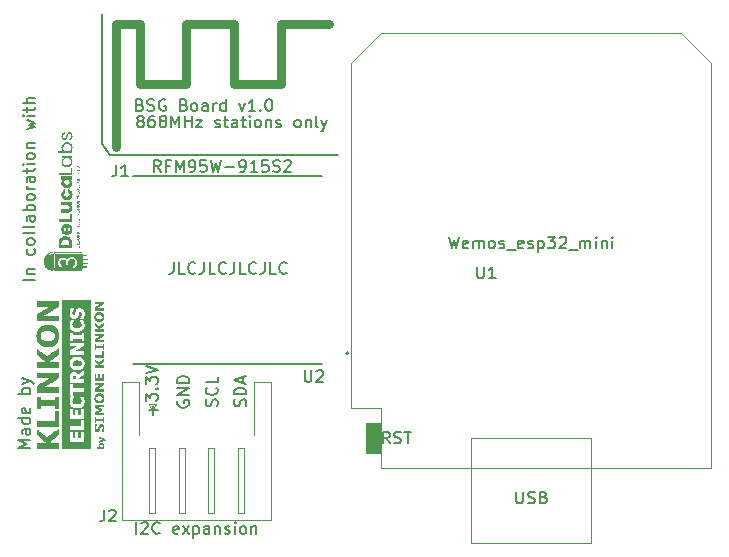
<source format=gbr>
%TF.GenerationSoftware,KiCad,Pcbnew,7.0.7*%
%TF.CreationDate,2023-11-15T17:54:30+01:00*%
%TF.ProjectId,Nodo_ESP32_bresser,4e6f646f-5f45-4535-9033-325f62726573,rev?*%
%TF.SameCoordinates,Original*%
%TF.FileFunction,Legend,Top*%
%TF.FilePolarity,Positive*%
%FSLAX46Y46*%
G04 Gerber Fmt 4.6, Leading zero omitted, Abs format (unit mm)*
G04 Created by KiCad (PCBNEW 7.0.7) date 2023-11-15 17:54:30*
%MOMM*%
%LPD*%
G01*
G04 APERTURE LIST*
%ADD10C,0.800000*%
%ADD11C,0.150000*%
%ADD12C,0.120000*%
%ADD13C,0.100000*%
%ADD14C,0.127000*%
%ADD15C,0.200000*%
G04 APERTURE END LIST*
D10*
X123492000Y-77144000D02*
X123492000Y-66730000D01*
X129461000Y-71810000D02*
X129461000Y-66730000D01*
X125524000Y-71810000D02*
X129461000Y-71810000D01*
X137462000Y-71810000D02*
X137462000Y-66730000D01*
X137462000Y-66730000D02*
X141526000Y-66730000D01*
X123492000Y-66730000D02*
X125524000Y-66730000D01*
X125524000Y-66730000D02*
X125524000Y-71810000D01*
X129461000Y-66730000D02*
X133525000Y-66730000D01*
X133525000Y-66730000D02*
X133525000Y-71810000D01*
X133525000Y-71810000D02*
X137462000Y-71810000D01*
D11*
X123047500Y-77779000D02*
X142351500Y-77779000D01*
X122349000Y-65841000D02*
X122349000Y-76890000D01*
X122349000Y-76890000D02*
X123047500Y-77779000D01*
X128397951Y-86885819D02*
X128397951Y-87600104D01*
X128397951Y-87600104D02*
X128350332Y-87742961D01*
X128350332Y-87742961D02*
X128255094Y-87838200D01*
X128255094Y-87838200D02*
X128112237Y-87885819D01*
X128112237Y-87885819D02*
X128016999Y-87885819D01*
X129350332Y-87885819D02*
X128874142Y-87885819D01*
X128874142Y-87885819D02*
X128874142Y-86885819D01*
X130255094Y-87790580D02*
X130207475Y-87838200D01*
X130207475Y-87838200D02*
X130064618Y-87885819D01*
X130064618Y-87885819D02*
X129969380Y-87885819D01*
X129969380Y-87885819D02*
X129826523Y-87838200D01*
X129826523Y-87838200D02*
X129731285Y-87742961D01*
X129731285Y-87742961D02*
X129683666Y-87647723D01*
X129683666Y-87647723D02*
X129636047Y-87457247D01*
X129636047Y-87457247D02*
X129636047Y-87314390D01*
X129636047Y-87314390D02*
X129683666Y-87123914D01*
X129683666Y-87123914D02*
X129731285Y-87028676D01*
X129731285Y-87028676D02*
X129826523Y-86933438D01*
X129826523Y-86933438D02*
X129969380Y-86885819D01*
X129969380Y-86885819D02*
X130064618Y-86885819D01*
X130064618Y-86885819D02*
X130207475Y-86933438D01*
X130207475Y-86933438D02*
X130255094Y-86981057D01*
X130969380Y-86885819D02*
X130969380Y-87600104D01*
X130969380Y-87600104D02*
X130921761Y-87742961D01*
X130921761Y-87742961D02*
X130826523Y-87838200D01*
X130826523Y-87838200D02*
X130683666Y-87885819D01*
X130683666Y-87885819D02*
X130588428Y-87885819D01*
X131921761Y-87885819D02*
X131445571Y-87885819D01*
X131445571Y-87885819D02*
X131445571Y-86885819D01*
X132826523Y-87790580D02*
X132778904Y-87838200D01*
X132778904Y-87838200D02*
X132636047Y-87885819D01*
X132636047Y-87885819D02*
X132540809Y-87885819D01*
X132540809Y-87885819D02*
X132397952Y-87838200D01*
X132397952Y-87838200D02*
X132302714Y-87742961D01*
X132302714Y-87742961D02*
X132255095Y-87647723D01*
X132255095Y-87647723D02*
X132207476Y-87457247D01*
X132207476Y-87457247D02*
X132207476Y-87314390D01*
X132207476Y-87314390D02*
X132255095Y-87123914D01*
X132255095Y-87123914D02*
X132302714Y-87028676D01*
X132302714Y-87028676D02*
X132397952Y-86933438D01*
X132397952Y-86933438D02*
X132540809Y-86885819D01*
X132540809Y-86885819D02*
X132636047Y-86885819D01*
X132636047Y-86885819D02*
X132778904Y-86933438D01*
X132778904Y-86933438D02*
X132826523Y-86981057D01*
X133540809Y-86885819D02*
X133540809Y-87600104D01*
X133540809Y-87600104D02*
X133493190Y-87742961D01*
X133493190Y-87742961D02*
X133397952Y-87838200D01*
X133397952Y-87838200D02*
X133255095Y-87885819D01*
X133255095Y-87885819D02*
X133159857Y-87885819D01*
X134493190Y-87885819D02*
X134017000Y-87885819D01*
X134017000Y-87885819D02*
X134017000Y-86885819D01*
X135397952Y-87790580D02*
X135350333Y-87838200D01*
X135350333Y-87838200D02*
X135207476Y-87885819D01*
X135207476Y-87885819D02*
X135112238Y-87885819D01*
X135112238Y-87885819D02*
X134969381Y-87838200D01*
X134969381Y-87838200D02*
X134874143Y-87742961D01*
X134874143Y-87742961D02*
X134826524Y-87647723D01*
X134826524Y-87647723D02*
X134778905Y-87457247D01*
X134778905Y-87457247D02*
X134778905Y-87314390D01*
X134778905Y-87314390D02*
X134826524Y-87123914D01*
X134826524Y-87123914D02*
X134874143Y-87028676D01*
X134874143Y-87028676D02*
X134969381Y-86933438D01*
X134969381Y-86933438D02*
X135112238Y-86885819D01*
X135112238Y-86885819D02*
X135207476Y-86885819D01*
X135207476Y-86885819D02*
X135350333Y-86933438D01*
X135350333Y-86933438D02*
X135397952Y-86981057D01*
X136112238Y-86885819D02*
X136112238Y-87600104D01*
X136112238Y-87600104D02*
X136064619Y-87742961D01*
X136064619Y-87742961D02*
X135969381Y-87838200D01*
X135969381Y-87838200D02*
X135826524Y-87885819D01*
X135826524Y-87885819D02*
X135731286Y-87885819D01*
X137064619Y-87885819D02*
X136588429Y-87885819D01*
X136588429Y-87885819D02*
X136588429Y-86885819D01*
X137969381Y-87790580D02*
X137921762Y-87838200D01*
X137921762Y-87838200D02*
X137778905Y-87885819D01*
X137778905Y-87885819D02*
X137683667Y-87885819D01*
X137683667Y-87885819D02*
X137540810Y-87838200D01*
X137540810Y-87838200D02*
X137445572Y-87742961D01*
X137445572Y-87742961D02*
X137397953Y-87647723D01*
X137397953Y-87647723D02*
X137350334Y-87457247D01*
X137350334Y-87457247D02*
X137350334Y-87314390D01*
X137350334Y-87314390D02*
X137397953Y-87123914D01*
X137397953Y-87123914D02*
X137445572Y-87028676D01*
X137445572Y-87028676D02*
X137540810Y-86933438D01*
X137540810Y-86933438D02*
X137683667Y-86885819D01*
X137683667Y-86885819D02*
X137778905Y-86885819D01*
X137778905Y-86885819D02*
X137921762Y-86933438D01*
X137921762Y-86933438D02*
X137969381Y-86981057D01*
X132077200Y-99079839D02*
X132124819Y-98936982D01*
X132124819Y-98936982D02*
X132124819Y-98698887D01*
X132124819Y-98698887D02*
X132077200Y-98603649D01*
X132077200Y-98603649D02*
X132029580Y-98556030D01*
X132029580Y-98556030D02*
X131934342Y-98508411D01*
X131934342Y-98508411D02*
X131839104Y-98508411D01*
X131839104Y-98508411D02*
X131743866Y-98556030D01*
X131743866Y-98556030D02*
X131696247Y-98603649D01*
X131696247Y-98603649D02*
X131648628Y-98698887D01*
X131648628Y-98698887D02*
X131601009Y-98889363D01*
X131601009Y-98889363D02*
X131553390Y-98984601D01*
X131553390Y-98984601D02*
X131505771Y-99032220D01*
X131505771Y-99032220D02*
X131410533Y-99079839D01*
X131410533Y-99079839D02*
X131315295Y-99079839D01*
X131315295Y-99079839D02*
X131220057Y-99032220D01*
X131220057Y-99032220D02*
X131172438Y-98984601D01*
X131172438Y-98984601D02*
X131124819Y-98889363D01*
X131124819Y-98889363D02*
X131124819Y-98651268D01*
X131124819Y-98651268D02*
X131172438Y-98508411D01*
X132029580Y-97508411D02*
X132077200Y-97556030D01*
X132077200Y-97556030D02*
X132124819Y-97698887D01*
X132124819Y-97698887D02*
X132124819Y-97794125D01*
X132124819Y-97794125D02*
X132077200Y-97936982D01*
X132077200Y-97936982D02*
X131981961Y-98032220D01*
X131981961Y-98032220D02*
X131886723Y-98079839D01*
X131886723Y-98079839D02*
X131696247Y-98127458D01*
X131696247Y-98127458D02*
X131553390Y-98127458D01*
X131553390Y-98127458D02*
X131362914Y-98079839D01*
X131362914Y-98079839D02*
X131267676Y-98032220D01*
X131267676Y-98032220D02*
X131172438Y-97936982D01*
X131172438Y-97936982D02*
X131124819Y-97794125D01*
X131124819Y-97794125D02*
X131124819Y-97698887D01*
X131124819Y-97698887D02*
X131172438Y-97556030D01*
X131172438Y-97556030D02*
X131220057Y-97508411D01*
X132124819Y-96603649D02*
X132124819Y-97079839D01*
X132124819Y-97079839D02*
X131124819Y-97079839D01*
X128759438Y-98635411D02*
X128711819Y-98730649D01*
X128711819Y-98730649D02*
X128711819Y-98873506D01*
X128711819Y-98873506D02*
X128759438Y-99016363D01*
X128759438Y-99016363D02*
X128854676Y-99111601D01*
X128854676Y-99111601D02*
X128949914Y-99159220D01*
X128949914Y-99159220D02*
X129140390Y-99206839D01*
X129140390Y-99206839D02*
X129283247Y-99206839D01*
X129283247Y-99206839D02*
X129473723Y-99159220D01*
X129473723Y-99159220D02*
X129568961Y-99111601D01*
X129568961Y-99111601D02*
X129664200Y-99016363D01*
X129664200Y-99016363D02*
X129711819Y-98873506D01*
X129711819Y-98873506D02*
X129711819Y-98778268D01*
X129711819Y-98778268D02*
X129664200Y-98635411D01*
X129664200Y-98635411D02*
X129616580Y-98587792D01*
X129616580Y-98587792D02*
X129283247Y-98587792D01*
X129283247Y-98587792D02*
X129283247Y-98778268D01*
X129711819Y-98159220D02*
X128711819Y-98159220D01*
X128711819Y-98159220D02*
X129711819Y-97587792D01*
X129711819Y-97587792D02*
X128711819Y-97587792D01*
X129711819Y-97111601D02*
X128711819Y-97111601D01*
X128711819Y-97111601D02*
X128711819Y-96873506D01*
X128711819Y-96873506D02*
X128759438Y-96730649D01*
X128759438Y-96730649D02*
X128854676Y-96635411D01*
X128854676Y-96635411D02*
X128949914Y-96587792D01*
X128949914Y-96587792D02*
X129140390Y-96540173D01*
X129140390Y-96540173D02*
X129283247Y-96540173D01*
X129283247Y-96540173D02*
X129473723Y-96587792D01*
X129473723Y-96587792D02*
X129568961Y-96635411D01*
X129568961Y-96635411D02*
X129664200Y-96730649D01*
X129664200Y-96730649D02*
X129711819Y-96873506D01*
X129711819Y-96873506D02*
X129711819Y-97111601D01*
X125495636Y-74918390D02*
X125400398Y-74870771D01*
X125400398Y-74870771D02*
X125352779Y-74823152D01*
X125352779Y-74823152D02*
X125305160Y-74727914D01*
X125305160Y-74727914D02*
X125305160Y-74680295D01*
X125305160Y-74680295D02*
X125352779Y-74585057D01*
X125352779Y-74585057D02*
X125400398Y-74537438D01*
X125400398Y-74537438D02*
X125495636Y-74489819D01*
X125495636Y-74489819D02*
X125686112Y-74489819D01*
X125686112Y-74489819D02*
X125781350Y-74537438D01*
X125781350Y-74537438D02*
X125828969Y-74585057D01*
X125828969Y-74585057D02*
X125876588Y-74680295D01*
X125876588Y-74680295D02*
X125876588Y-74727914D01*
X125876588Y-74727914D02*
X125828969Y-74823152D01*
X125828969Y-74823152D02*
X125781350Y-74870771D01*
X125781350Y-74870771D02*
X125686112Y-74918390D01*
X125686112Y-74918390D02*
X125495636Y-74918390D01*
X125495636Y-74918390D02*
X125400398Y-74966009D01*
X125400398Y-74966009D02*
X125352779Y-75013628D01*
X125352779Y-75013628D02*
X125305160Y-75108866D01*
X125305160Y-75108866D02*
X125305160Y-75299342D01*
X125305160Y-75299342D02*
X125352779Y-75394580D01*
X125352779Y-75394580D02*
X125400398Y-75442200D01*
X125400398Y-75442200D02*
X125495636Y-75489819D01*
X125495636Y-75489819D02*
X125686112Y-75489819D01*
X125686112Y-75489819D02*
X125781350Y-75442200D01*
X125781350Y-75442200D02*
X125828969Y-75394580D01*
X125828969Y-75394580D02*
X125876588Y-75299342D01*
X125876588Y-75299342D02*
X125876588Y-75108866D01*
X125876588Y-75108866D02*
X125828969Y-75013628D01*
X125828969Y-75013628D02*
X125781350Y-74966009D01*
X125781350Y-74966009D02*
X125686112Y-74918390D01*
X126733731Y-74489819D02*
X126543255Y-74489819D01*
X126543255Y-74489819D02*
X126448017Y-74537438D01*
X126448017Y-74537438D02*
X126400398Y-74585057D01*
X126400398Y-74585057D02*
X126305160Y-74727914D01*
X126305160Y-74727914D02*
X126257541Y-74918390D01*
X126257541Y-74918390D02*
X126257541Y-75299342D01*
X126257541Y-75299342D02*
X126305160Y-75394580D01*
X126305160Y-75394580D02*
X126352779Y-75442200D01*
X126352779Y-75442200D02*
X126448017Y-75489819D01*
X126448017Y-75489819D02*
X126638493Y-75489819D01*
X126638493Y-75489819D02*
X126733731Y-75442200D01*
X126733731Y-75442200D02*
X126781350Y-75394580D01*
X126781350Y-75394580D02*
X126828969Y-75299342D01*
X126828969Y-75299342D02*
X126828969Y-75061247D01*
X126828969Y-75061247D02*
X126781350Y-74966009D01*
X126781350Y-74966009D02*
X126733731Y-74918390D01*
X126733731Y-74918390D02*
X126638493Y-74870771D01*
X126638493Y-74870771D02*
X126448017Y-74870771D01*
X126448017Y-74870771D02*
X126352779Y-74918390D01*
X126352779Y-74918390D02*
X126305160Y-74966009D01*
X126305160Y-74966009D02*
X126257541Y-75061247D01*
X127400398Y-74918390D02*
X127305160Y-74870771D01*
X127305160Y-74870771D02*
X127257541Y-74823152D01*
X127257541Y-74823152D02*
X127209922Y-74727914D01*
X127209922Y-74727914D02*
X127209922Y-74680295D01*
X127209922Y-74680295D02*
X127257541Y-74585057D01*
X127257541Y-74585057D02*
X127305160Y-74537438D01*
X127305160Y-74537438D02*
X127400398Y-74489819D01*
X127400398Y-74489819D02*
X127590874Y-74489819D01*
X127590874Y-74489819D02*
X127686112Y-74537438D01*
X127686112Y-74537438D02*
X127733731Y-74585057D01*
X127733731Y-74585057D02*
X127781350Y-74680295D01*
X127781350Y-74680295D02*
X127781350Y-74727914D01*
X127781350Y-74727914D02*
X127733731Y-74823152D01*
X127733731Y-74823152D02*
X127686112Y-74870771D01*
X127686112Y-74870771D02*
X127590874Y-74918390D01*
X127590874Y-74918390D02*
X127400398Y-74918390D01*
X127400398Y-74918390D02*
X127305160Y-74966009D01*
X127305160Y-74966009D02*
X127257541Y-75013628D01*
X127257541Y-75013628D02*
X127209922Y-75108866D01*
X127209922Y-75108866D02*
X127209922Y-75299342D01*
X127209922Y-75299342D02*
X127257541Y-75394580D01*
X127257541Y-75394580D02*
X127305160Y-75442200D01*
X127305160Y-75442200D02*
X127400398Y-75489819D01*
X127400398Y-75489819D02*
X127590874Y-75489819D01*
X127590874Y-75489819D02*
X127686112Y-75442200D01*
X127686112Y-75442200D02*
X127733731Y-75394580D01*
X127733731Y-75394580D02*
X127781350Y-75299342D01*
X127781350Y-75299342D02*
X127781350Y-75108866D01*
X127781350Y-75108866D02*
X127733731Y-75013628D01*
X127733731Y-75013628D02*
X127686112Y-74966009D01*
X127686112Y-74966009D02*
X127590874Y-74918390D01*
X128209922Y-75489819D02*
X128209922Y-74489819D01*
X128209922Y-74489819D02*
X128543255Y-75204104D01*
X128543255Y-75204104D02*
X128876588Y-74489819D01*
X128876588Y-74489819D02*
X128876588Y-75489819D01*
X129352779Y-75489819D02*
X129352779Y-74489819D01*
X129352779Y-74966009D02*
X129924207Y-74966009D01*
X129924207Y-75489819D02*
X129924207Y-74489819D01*
X130305160Y-74823152D02*
X130828969Y-74823152D01*
X130828969Y-74823152D02*
X130305160Y-75489819D01*
X130305160Y-75489819D02*
X130828969Y-75489819D01*
X131924208Y-75442200D02*
X132019446Y-75489819D01*
X132019446Y-75489819D02*
X132209922Y-75489819D01*
X132209922Y-75489819D02*
X132305160Y-75442200D01*
X132305160Y-75442200D02*
X132352779Y-75346961D01*
X132352779Y-75346961D02*
X132352779Y-75299342D01*
X132352779Y-75299342D02*
X132305160Y-75204104D01*
X132305160Y-75204104D02*
X132209922Y-75156485D01*
X132209922Y-75156485D02*
X132067065Y-75156485D01*
X132067065Y-75156485D02*
X131971827Y-75108866D01*
X131971827Y-75108866D02*
X131924208Y-75013628D01*
X131924208Y-75013628D02*
X131924208Y-74966009D01*
X131924208Y-74966009D02*
X131971827Y-74870771D01*
X131971827Y-74870771D02*
X132067065Y-74823152D01*
X132067065Y-74823152D02*
X132209922Y-74823152D01*
X132209922Y-74823152D02*
X132305160Y-74870771D01*
X132638494Y-74823152D02*
X133019446Y-74823152D01*
X132781351Y-74489819D02*
X132781351Y-75346961D01*
X132781351Y-75346961D02*
X132828970Y-75442200D01*
X132828970Y-75442200D02*
X132924208Y-75489819D01*
X132924208Y-75489819D02*
X133019446Y-75489819D01*
X133781351Y-75489819D02*
X133781351Y-74966009D01*
X133781351Y-74966009D02*
X133733732Y-74870771D01*
X133733732Y-74870771D02*
X133638494Y-74823152D01*
X133638494Y-74823152D02*
X133448018Y-74823152D01*
X133448018Y-74823152D02*
X133352780Y-74870771D01*
X133781351Y-75442200D02*
X133686113Y-75489819D01*
X133686113Y-75489819D02*
X133448018Y-75489819D01*
X133448018Y-75489819D02*
X133352780Y-75442200D01*
X133352780Y-75442200D02*
X133305161Y-75346961D01*
X133305161Y-75346961D02*
X133305161Y-75251723D01*
X133305161Y-75251723D02*
X133352780Y-75156485D01*
X133352780Y-75156485D02*
X133448018Y-75108866D01*
X133448018Y-75108866D02*
X133686113Y-75108866D01*
X133686113Y-75108866D02*
X133781351Y-75061247D01*
X134114685Y-74823152D02*
X134495637Y-74823152D01*
X134257542Y-74489819D02*
X134257542Y-75346961D01*
X134257542Y-75346961D02*
X134305161Y-75442200D01*
X134305161Y-75442200D02*
X134400399Y-75489819D01*
X134400399Y-75489819D02*
X134495637Y-75489819D01*
X134828971Y-75489819D02*
X134828971Y-74823152D01*
X134828971Y-74489819D02*
X134781352Y-74537438D01*
X134781352Y-74537438D02*
X134828971Y-74585057D01*
X134828971Y-74585057D02*
X134876590Y-74537438D01*
X134876590Y-74537438D02*
X134828971Y-74489819D01*
X134828971Y-74489819D02*
X134828971Y-74585057D01*
X135448018Y-75489819D02*
X135352780Y-75442200D01*
X135352780Y-75442200D02*
X135305161Y-75394580D01*
X135305161Y-75394580D02*
X135257542Y-75299342D01*
X135257542Y-75299342D02*
X135257542Y-75013628D01*
X135257542Y-75013628D02*
X135305161Y-74918390D01*
X135305161Y-74918390D02*
X135352780Y-74870771D01*
X135352780Y-74870771D02*
X135448018Y-74823152D01*
X135448018Y-74823152D02*
X135590875Y-74823152D01*
X135590875Y-74823152D02*
X135686113Y-74870771D01*
X135686113Y-74870771D02*
X135733732Y-74918390D01*
X135733732Y-74918390D02*
X135781351Y-75013628D01*
X135781351Y-75013628D02*
X135781351Y-75299342D01*
X135781351Y-75299342D02*
X135733732Y-75394580D01*
X135733732Y-75394580D02*
X135686113Y-75442200D01*
X135686113Y-75442200D02*
X135590875Y-75489819D01*
X135590875Y-75489819D02*
X135448018Y-75489819D01*
X136209923Y-74823152D02*
X136209923Y-75489819D01*
X136209923Y-74918390D02*
X136257542Y-74870771D01*
X136257542Y-74870771D02*
X136352780Y-74823152D01*
X136352780Y-74823152D02*
X136495637Y-74823152D01*
X136495637Y-74823152D02*
X136590875Y-74870771D01*
X136590875Y-74870771D02*
X136638494Y-74966009D01*
X136638494Y-74966009D02*
X136638494Y-75489819D01*
X137067066Y-75442200D02*
X137162304Y-75489819D01*
X137162304Y-75489819D02*
X137352780Y-75489819D01*
X137352780Y-75489819D02*
X137448018Y-75442200D01*
X137448018Y-75442200D02*
X137495637Y-75346961D01*
X137495637Y-75346961D02*
X137495637Y-75299342D01*
X137495637Y-75299342D02*
X137448018Y-75204104D01*
X137448018Y-75204104D02*
X137352780Y-75156485D01*
X137352780Y-75156485D02*
X137209923Y-75156485D01*
X137209923Y-75156485D02*
X137114685Y-75108866D01*
X137114685Y-75108866D02*
X137067066Y-75013628D01*
X137067066Y-75013628D02*
X137067066Y-74966009D01*
X137067066Y-74966009D02*
X137114685Y-74870771D01*
X137114685Y-74870771D02*
X137209923Y-74823152D01*
X137209923Y-74823152D02*
X137352780Y-74823152D01*
X137352780Y-74823152D02*
X137448018Y-74870771D01*
X138828971Y-75489819D02*
X138733733Y-75442200D01*
X138733733Y-75442200D02*
X138686114Y-75394580D01*
X138686114Y-75394580D02*
X138638495Y-75299342D01*
X138638495Y-75299342D02*
X138638495Y-75013628D01*
X138638495Y-75013628D02*
X138686114Y-74918390D01*
X138686114Y-74918390D02*
X138733733Y-74870771D01*
X138733733Y-74870771D02*
X138828971Y-74823152D01*
X138828971Y-74823152D02*
X138971828Y-74823152D01*
X138971828Y-74823152D02*
X139067066Y-74870771D01*
X139067066Y-74870771D02*
X139114685Y-74918390D01*
X139114685Y-74918390D02*
X139162304Y-75013628D01*
X139162304Y-75013628D02*
X139162304Y-75299342D01*
X139162304Y-75299342D02*
X139114685Y-75394580D01*
X139114685Y-75394580D02*
X139067066Y-75442200D01*
X139067066Y-75442200D02*
X138971828Y-75489819D01*
X138971828Y-75489819D02*
X138828971Y-75489819D01*
X139590876Y-74823152D02*
X139590876Y-75489819D01*
X139590876Y-74918390D02*
X139638495Y-74870771D01*
X139638495Y-74870771D02*
X139733733Y-74823152D01*
X139733733Y-74823152D02*
X139876590Y-74823152D01*
X139876590Y-74823152D02*
X139971828Y-74870771D01*
X139971828Y-74870771D02*
X140019447Y-74966009D01*
X140019447Y-74966009D02*
X140019447Y-75489819D01*
X140638495Y-75489819D02*
X140543257Y-75442200D01*
X140543257Y-75442200D02*
X140495638Y-75346961D01*
X140495638Y-75346961D02*
X140495638Y-74489819D01*
X140924210Y-74823152D02*
X141162305Y-75489819D01*
X141400400Y-74823152D02*
X141162305Y-75489819D01*
X141162305Y-75489819D02*
X141067067Y-75727914D01*
X141067067Y-75727914D02*
X141019448Y-75775533D01*
X141019448Y-75775533D02*
X140924210Y-75823152D01*
X125225779Y-109906819D02*
X125225779Y-108906819D01*
X125654350Y-109002057D02*
X125701969Y-108954438D01*
X125701969Y-108954438D02*
X125797207Y-108906819D01*
X125797207Y-108906819D02*
X126035302Y-108906819D01*
X126035302Y-108906819D02*
X126130540Y-108954438D01*
X126130540Y-108954438D02*
X126178159Y-109002057D01*
X126178159Y-109002057D02*
X126225778Y-109097295D01*
X126225778Y-109097295D02*
X126225778Y-109192533D01*
X126225778Y-109192533D02*
X126178159Y-109335390D01*
X126178159Y-109335390D02*
X125606731Y-109906819D01*
X125606731Y-109906819D02*
X126225778Y-109906819D01*
X127225778Y-109811580D02*
X127178159Y-109859200D01*
X127178159Y-109859200D02*
X127035302Y-109906819D01*
X127035302Y-109906819D02*
X126940064Y-109906819D01*
X126940064Y-109906819D02*
X126797207Y-109859200D01*
X126797207Y-109859200D02*
X126701969Y-109763961D01*
X126701969Y-109763961D02*
X126654350Y-109668723D01*
X126654350Y-109668723D02*
X126606731Y-109478247D01*
X126606731Y-109478247D02*
X126606731Y-109335390D01*
X126606731Y-109335390D02*
X126654350Y-109144914D01*
X126654350Y-109144914D02*
X126701969Y-109049676D01*
X126701969Y-109049676D02*
X126797207Y-108954438D01*
X126797207Y-108954438D02*
X126940064Y-108906819D01*
X126940064Y-108906819D02*
X127035302Y-108906819D01*
X127035302Y-108906819D02*
X127178159Y-108954438D01*
X127178159Y-108954438D02*
X127225778Y-109002057D01*
X128797207Y-109859200D02*
X128701969Y-109906819D01*
X128701969Y-109906819D02*
X128511493Y-109906819D01*
X128511493Y-109906819D02*
X128416255Y-109859200D01*
X128416255Y-109859200D02*
X128368636Y-109763961D01*
X128368636Y-109763961D02*
X128368636Y-109383009D01*
X128368636Y-109383009D02*
X128416255Y-109287771D01*
X128416255Y-109287771D02*
X128511493Y-109240152D01*
X128511493Y-109240152D02*
X128701969Y-109240152D01*
X128701969Y-109240152D02*
X128797207Y-109287771D01*
X128797207Y-109287771D02*
X128844826Y-109383009D01*
X128844826Y-109383009D02*
X128844826Y-109478247D01*
X128844826Y-109478247D02*
X128368636Y-109573485D01*
X129178160Y-109906819D02*
X129701969Y-109240152D01*
X129178160Y-109240152D02*
X129701969Y-109906819D01*
X130082922Y-109240152D02*
X130082922Y-110240152D01*
X130082922Y-109287771D02*
X130178160Y-109240152D01*
X130178160Y-109240152D02*
X130368636Y-109240152D01*
X130368636Y-109240152D02*
X130463874Y-109287771D01*
X130463874Y-109287771D02*
X130511493Y-109335390D01*
X130511493Y-109335390D02*
X130559112Y-109430628D01*
X130559112Y-109430628D02*
X130559112Y-109716342D01*
X130559112Y-109716342D02*
X130511493Y-109811580D01*
X130511493Y-109811580D02*
X130463874Y-109859200D01*
X130463874Y-109859200D02*
X130368636Y-109906819D01*
X130368636Y-109906819D02*
X130178160Y-109906819D01*
X130178160Y-109906819D02*
X130082922Y-109859200D01*
X131416255Y-109906819D02*
X131416255Y-109383009D01*
X131416255Y-109383009D02*
X131368636Y-109287771D01*
X131368636Y-109287771D02*
X131273398Y-109240152D01*
X131273398Y-109240152D02*
X131082922Y-109240152D01*
X131082922Y-109240152D02*
X130987684Y-109287771D01*
X131416255Y-109859200D02*
X131321017Y-109906819D01*
X131321017Y-109906819D02*
X131082922Y-109906819D01*
X131082922Y-109906819D02*
X130987684Y-109859200D01*
X130987684Y-109859200D02*
X130940065Y-109763961D01*
X130940065Y-109763961D02*
X130940065Y-109668723D01*
X130940065Y-109668723D02*
X130987684Y-109573485D01*
X130987684Y-109573485D02*
X131082922Y-109525866D01*
X131082922Y-109525866D02*
X131321017Y-109525866D01*
X131321017Y-109525866D02*
X131416255Y-109478247D01*
X131892446Y-109240152D02*
X131892446Y-109906819D01*
X131892446Y-109335390D02*
X131940065Y-109287771D01*
X131940065Y-109287771D02*
X132035303Y-109240152D01*
X132035303Y-109240152D02*
X132178160Y-109240152D01*
X132178160Y-109240152D02*
X132273398Y-109287771D01*
X132273398Y-109287771D02*
X132321017Y-109383009D01*
X132321017Y-109383009D02*
X132321017Y-109906819D01*
X132749589Y-109859200D02*
X132844827Y-109906819D01*
X132844827Y-109906819D02*
X133035303Y-109906819D01*
X133035303Y-109906819D02*
X133130541Y-109859200D01*
X133130541Y-109859200D02*
X133178160Y-109763961D01*
X133178160Y-109763961D02*
X133178160Y-109716342D01*
X133178160Y-109716342D02*
X133130541Y-109621104D01*
X133130541Y-109621104D02*
X133035303Y-109573485D01*
X133035303Y-109573485D02*
X132892446Y-109573485D01*
X132892446Y-109573485D02*
X132797208Y-109525866D01*
X132797208Y-109525866D02*
X132749589Y-109430628D01*
X132749589Y-109430628D02*
X132749589Y-109383009D01*
X132749589Y-109383009D02*
X132797208Y-109287771D01*
X132797208Y-109287771D02*
X132892446Y-109240152D01*
X132892446Y-109240152D02*
X133035303Y-109240152D01*
X133035303Y-109240152D02*
X133130541Y-109287771D01*
X133606732Y-109906819D02*
X133606732Y-109240152D01*
X133606732Y-108906819D02*
X133559113Y-108954438D01*
X133559113Y-108954438D02*
X133606732Y-109002057D01*
X133606732Y-109002057D02*
X133654351Y-108954438D01*
X133654351Y-108954438D02*
X133606732Y-108906819D01*
X133606732Y-108906819D02*
X133606732Y-109002057D01*
X134225779Y-109906819D02*
X134130541Y-109859200D01*
X134130541Y-109859200D02*
X134082922Y-109811580D01*
X134082922Y-109811580D02*
X134035303Y-109716342D01*
X134035303Y-109716342D02*
X134035303Y-109430628D01*
X134035303Y-109430628D02*
X134082922Y-109335390D01*
X134082922Y-109335390D02*
X134130541Y-109287771D01*
X134130541Y-109287771D02*
X134225779Y-109240152D01*
X134225779Y-109240152D02*
X134368636Y-109240152D01*
X134368636Y-109240152D02*
X134463874Y-109287771D01*
X134463874Y-109287771D02*
X134511493Y-109335390D01*
X134511493Y-109335390D02*
X134559112Y-109430628D01*
X134559112Y-109430628D02*
X134559112Y-109716342D01*
X134559112Y-109716342D02*
X134511493Y-109811580D01*
X134511493Y-109811580D02*
X134463874Y-109859200D01*
X134463874Y-109859200D02*
X134368636Y-109906819D01*
X134368636Y-109906819D02*
X134225779Y-109906819D01*
X134987684Y-109240152D02*
X134987684Y-109906819D01*
X134987684Y-109335390D02*
X135035303Y-109287771D01*
X135035303Y-109287771D02*
X135130541Y-109240152D01*
X135130541Y-109240152D02*
X135273398Y-109240152D01*
X135273398Y-109240152D02*
X135368636Y-109287771D01*
X135368636Y-109287771D02*
X135416255Y-109383009D01*
X135416255Y-109383009D02*
X135416255Y-109906819D01*
X116249819Y-102588220D02*
X115249819Y-102588220D01*
X115249819Y-102588220D02*
X115964104Y-102254887D01*
X115964104Y-102254887D02*
X115249819Y-101921554D01*
X115249819Y-101921554D02*
X116249819Y-101921554D01*
X116249819Y-101016792D02*
X115726009Y-101016792D01*
X115726009Y-101016792D02*
X115630771Y-101064411D01*
X115630771Y-101064411D02*
X115583152Y-101159649D01*
X115583152Y-101159649D02*
X115583152Y-101350125D01*
X115583152Y-101350125D02*
X115630771Y-101445363D01*
X116202200Y-101016792D02*
X116249819Y-101112030D01*
X116249819Y-101112030D02*
X116249819Y-101350125D01*
X116249819Y-101350125D02*
X116202200Y-101445363D01*
X116202200Y-101445363D02*
X116106961Y-101492982D01*
X116106961Y-101492982D02*
X116011723Y-101492982D01*
X116011723Y-101492982D02*
X115916485Y-101445363D01*
X115916485Y-101445363D02*
X115868866Y-101350125D01*
X115868866Y-101350125D02*
X115868866Y-101112030D01*
X115868866Y-101112030D02*
X115821247Y-101016792D01*
X116249819Y-100112030D02*
X115249819Y-100112030D01*
X116202200Y-100112030D02*
X116249819Y-100207268D01*
X116249819Y-100207268D02*
X116249819Y-100397744D01*
X116249819Y-100397744D02*
X116202200Y-100492982D01*
X116202200Y-100492982D02*
X116154580Y-100540601D01*
X116154580Y-100540601D02*
X116059342Y-100588220D01*
X116059342Y-100588220D02*
X115773628Y-100588220D01*
X115773628Y-100588220D02*
X115678390Y-100540601D01*
X115678390Y-100540601D02*
X115630771Y-100492982D01*
X115630771Y-100492982D02*
X115583152Y-100397744D01*
X115583152Y-100397744D02*
X115583152Y-100207268D01*
X115583152Y-100207268D02*
X115630771Y-100112030D01*
X116202200Y-99254887D02*
X116249819Y-99350125D01*
X116249819Y-99350125D02*
X116249819Y-99540601D01*
X116249819Y-99540601D02*
X116202200Y-99635839D01*
X116202200Y-99635839D02*
X116106961Y-99683458D01*
X116106961Y-99683458D02*
X115726009Y-99683458D01*
X115726009Y-99683458D02*
X115630771Y-99635839D01*
X115630771Y-99635839D02*
X115583152Y-99540601D01*
X115583152Y-99540601D02*
X115583152Y-99350125D01*
X115583152Y-99350125D02*
X115630771Y-99254887D01*
X115630771Y-99254887D02*
X115726009Y-99207268D01*
X115726009Y-99207268D02*
X115821247Y-99207268D01*
X115821247Y-99207268D02*
X115916485Y-99683458D01*
X116249819Y-98016791D02*
X115249819Y-98016791D01*
X115630771Y-98016791D02*
X115583152Y-97921553D01*
X115583152Y-97921553D02*
X115583152Y-97731077D01*
X115583152Y-97731077D02*
X115630771Y-97635839D01*
X115630771Y-97635839D02*
X115678390Y-97588220D01*
X115678390Y-97588220D02*
X115773628Y-97540601D01*
X115773628Y-97540601D02*
X116059342Y-97540601D01*
X116059342Y-97540601D02*
X116154580Y-97588220D01*
X116154580Y-97588220D02*
X116202200Y-97635839D01*
X116202200Y-97635839D02*
X116249819Y-97731077D01*
X116249819Y-97731077D02*
X116249819Y-97921553D01*
X116249819Y-97921553D02*
X116202200Y-98016791D01*
X115583152Y-97207267D02*
X116249819Y-96969172D01*
X115583152Y-96731077D02*
X116249819Y-96969172D01*
X116249819Y-96969172D02*
X116487914Y-97064410D01*
X116487914Y-97064410D02*
X116535533Y-97112029D01*
X116535533Y-97112029D02*
X116583152Y-97207267D01*
X134490200Y-99079839D02*
X134537819Y-98936982D01*
X134537819Y-98936982D02*
X134537819Y-98698887D01*
X134537819Y-98698887D02*
X134490200Y-98603649D01*
X134490200Y-98603649D02*
X134442580Y-98556030D01*
X134442580Y-98556030D02*
X134347342Y-98508411D01*
X134347342Y-98508411D02*
X134252104Y-98508411D01*
X134252104Y-98508411D02*
X134156866Y-98556030D01*
X134156866Y-98556030D02*
X134109247Y-98603649D01*
X134109247Y-98603649D02*
X134061628Y-98698887D01*
X134061628Y-98698887D02*
X134014009Y-98889363D01*
X134014009Y-98889363D02*
X133966390Y-98984601D01*
X133966390Y-98984601D02*
X133918771Y-99032220D01*
X133918771Y-99032220D02*
X133823533Y-99079839D01*
X133823533Y-99079839D02*
X133728295Y-99079839D01*
X133728295Y-99079839D02*
X133633057Y-99032220D01*
X133633057Y-99032220D02*
X133585438Y-98984601D01*
X133585438Y-98984601D02*
X133537819Y-98889363D01*
X133537819Y-98889363D02*
X133537819Y-98651268D01*
X133537819Y-98651268D02*
X133585438Y-98508411D01*
X134537819Y-98079839D02*
X133537819Y-98079839D01*
X133537819Y-98079839D02*
X133537819Y-97841744D01*
X133537819Y-97841744D02*
X133585438Y-97698887D01*
X133585438Y-97698887D02*
X133680676Y-97603649D01*
X133680676Y-97603649D02*
X133775914Y-97556030D01*
X133775914Y-97556030D02*
X133966390Y-97508411D01*
X133966390Y-97508411D02*
X134109247Y-97508411D01*
X134109247Y-97508411D02*
X134299723Y-97556030D01*
X134299723Y-97556030D02*
X134394961Y-97603649D01*
X134394961Y-97603649D02*
X134490200Y-97698887D01*
X134490200Y-97698887D02*
X134537819Y-97841744D01*
X134537819Y-97841744D02*
X134537819Y-98079839D01*
X134252104Y-97127458D02*
X134252104Y-96651268D01*
X134537819Y-97222696D02*
X133537819Y-96889363D01*
X133537819Y-96889363D02*
X134537819Y-96556030D01*
X126663866Y-99794220D02*
X126663866Y-99032316D01*
X127044819Y-99413268D02*
X126282914Y-99413268D01*
X126044819Y-98651363D02*
X126044819Y-98032316D01*
X126044819Y-98032316D02*
X126425771Y-98365649D01*
X126425771Y-98365649D02*
X126425771Y-98222792D01*
X126425771Y-98222792D02*
X126473390Y-98127554D01*
X126473390Y-98127554D02*
X126521009Y-98079935D01*
X126521009Y-98079935D02*
X126616247Y-98032316D01*
X126616247Y-98032316D02*
X126854342Y-98032316D01*
X126854342Y-98032316D02*
X126949580Y-98079935D01*
X126949580Y-98079935D02*
X126997200Y-98127554D01*
X126997200Y-98127554D02*
X127044819Y-98222792D01*
X127044819Y-98222792D02*
X127044819Y-98508506D01*
X127044819Y-98508506D02*
X126997200Y-98603744D01*
X126997200Y-98603744D02*
X126949580Y-98651363D01*
X126949580Y-97603744D02*
X126997200Y-97556125D01*
X126997200Y-97556125D02*
X127044819Y-97603744D01*
X127044819Y-97603744D02*
X126997200Y-97651363D01*
X126997200Y-97651363D02*
X126949580Y-97603744D01*
X126949580Y-97603744D02*
X127044819Y-97603744D01*
X126044819Y-97222792D02*
X126044819Y-96603745D01*
X126044819Y-96603745D02*
X126425771Y-96937078D01*
X126425771Y-96937078D02*
X126425771Y-96794221D01*
X126425771Y-96794221D02*
X126473390Y-96698983D01*
X126473390Y-96698983D02*
X126521009Y-96651364D01*
X126521009Y-96651364D02*
X126616247Y-96603745D01*
X126616247Y-96603745D02*
X126854342Y-96603745D01*
X126854342Y-96603745D02*
X126949580Y-96651364D01*
X126949580Y-96651364D02*
X126997200Y-96698983D01*
X126997200Y-96698983D02*
X127044819Y-96794221D01*
X127044819Y-96794221D02*
X127044819Y-97079935D01*
X127044819Y-97079935D02*
X126997200Y-97175173D01*
X126997200Y-97175173D02*
X126949580Y-97222792D01*
X126044819Y-96318030D02*
X127044819Y-95984697D01*
X127044819Y-95984697D02*
X126044819Y-95651364D01*
X125559112Y-73569009D02*
X125701969Y-73616628D01*
X125701969Y-73616628D02*
X125749588Y-73664247D01*
X125749588Y-73664247D02*
X125797207Y-73759485D01*
X125797207Y-73759485D02*
X125797207Y-73902342D01*
X125797207Y-73902342D02*
X125749588Y-73997580D01*
X125749588Y-73997580D02*
X125701969Y-74045200D01*
X125701969Y-74045200D02*
X125606731Y-74092819D01*
X125606731Y-74092819D02*
X125225779Y-74092819D01*
X125225779Y-74092819D02*
X125225779Y-73092819D01*
X125225779Y-73092819D02*
X125559112Y-73092819D01*
X125559112Y-73092819D02*
X125654350Y-73140438D01*
X125654350Y-73140438D02*
X125701969Y-73188057D01*
X125701969Y-73188057D02*
X125749588Y-73283295D01*
X125749588Y-73283295D02*
X125749588Y-73378533D01*
X125749588Y-73378533D02*
X125701969Y-73473771D01*
X125701969Y-73473771D02*
X125654350Y-73521390D01*
X125654350Y-73521390D02*
X125559112Y-73569009D01*
X125559112Y-73569009D02*
X125225779Y-73569009D01*
X126178160Y-74045200D02*
X126321017Y-74092819D01*
X126321017Y-74092819D02*
X126559112Y-74092819D01*
X126559112Y-74092819D02*
X126654350Y-74045200D01*
X126654350Y-74045200D02*
X126701969Y-73997580D01*
X126701969Y-73997580D02*
X126749588Y-73902342D01*
X126749588Y-73902342D02*
X126749588Y-73807104D01*
X126749588Y-73807104D02*
X126701969Y-73711866D01*
X126701969Y-73711866D02*
X126654350Y-73664247D01*
X126654350Y-73664247D02*
X126559112Y-73616628D01*
X126559112Y-73616628D02*
X126368636Y-73569009D01*
X126368636Y-73569009D02*
X126273398Y-73521390D01*
X126273398Y-73521390D02*
X126225779Y-73473771D01*
X126225779Y-73473771D02*
X126178160Y-73378533D01*
X126178160Y-73378533D02*
X126178160Y-73283295D01*
X126178160Y-73283295D02*
X126225779Y-73188057D01*
X126225779Y-73188057D02*
X126273398Y-73140438D01*
X126273398Y-73140438D02*
X126368636Y-73092819D01*
X126368636Y-73092819D02*
X126606731Y-73092819D01*
X126606731Y-73092819D02*
X126749588Y-73140438D01*
X127701969Y-73140438D02*
X127606731Y-73092819D01*
X127606731Y-73092819D02*
X127463874Y-73092819D01*
X127463874Y-73092819D02*
X127321017Y-73140438D01*
X127321017Y-73140438D02*
X127225779Y-73235676D01*
X127225779Y-73235676D02*
X127178160Y-73330914D01*
X127178160Y-73330914D02*
X127130541Y-73521390D01*
X127130541Y-73521390D02*
X127130541Y-73664247D01*
X127130541Y-73664247D02*
X127178160Y-73854723D01*
X127178160Y-73854723D02*
X127225779Y-73949961D01*
X127225779Y-73949961D02*
X127321017Y-74045200D01*
X127321017Y-74045200D02*
X127463874Y-74092819D01*
X127463874Y-74092819D02*
X127559112Y-74092819D01*
X127559112Y-74092819D02*
X127701969Y-74045200D01*
X127701969Y-74045200D02*
X127749588Y-73997580D01*
X127749588Y-73997580D02*
X127749588Y-73664247D01*
X127749588Y-73664247D02*
X127559112Y-73664247D01*
X129273398Y-73569009D02*
X129416255Y-73616628D01*
X129416255Y-73616628D02*
X129463874Y-73664247D01*
X129463874Y-73664247D02*
X129511493Y-73759485D01*
X129511493Y-73759485D02*
X129511493Y-73902342D01*
X129511493Y-73902342D02*
X129463874Y-73997580D01*
X129463874Y-73997580D02*
X129416255Y-74045200D01*
X129416255Y-74045200D02*
X129321017Y-74092819D01*
X129321017Y-74092819D02*
X128940065Y-74092819D01*
X128940065Y-74092819D02*
X128940065Y-73092819D01*
X128940065Y-73092819D02*
X129273398Y-73092819D01*
X129273398Y-73092819D02*
X129368636Y-73140438D01*
X129368636Y-73140438D02*
X129416255Y-73188057D01*
X129416255Y-73188057D02*
X129463874Y-73283295D01*
X129463874Y-73283295D02*
X129463874Y-73378533D01*
X129463874Y-73378533D02*
X129416255Y-73473771D01*
X129416255Y-73473771D02*
X129368636Y-73521390D01*
X129368636Y-73521390D02*
X129273398Y-73569009D01*
X129273398Y-73569009D02*
X128940065Y-73569009D01*
X130082922Y-74092819D02*
X129987684Y-74045200D01*
X129987684Y-74045200D02*
X129940065Y-73997580D01*
X129940065Y-73997580D02*
X129892446Y-73902342D01*
X129892446Y-73902342D02*
X129892446Y-73616628D01*
X129892446Y-73616628D02*
X129940065Y-73521390D01*
X129940065Y-73521390D02*
X129987684Y-73473771D01*
X129987684Y-73473771D02*
X130082922Y-73426152D01*
X130082922Y-73426152D02*
X130225779Y-73426152D01*
X130225779Y-73426152D02*
X130321017Y-73473771D01*
X130321017Y-73473771D02*
X130368636Y-73521390D01*
X130368636Y-73521390D02*
X130416255Y-73616628D01*
X130416255Y-73616628D02*
X130416255Y-73902342D01*
X130416255Y-73902342D02*
X130368636Y-73997580D01*
X130368636Y-73997580D02*
X130321017Y-74045200D01*
X130321017Y-74045200D02*
X130225779Y-74092819D01*
X130225779Y-74092819D02*
X130082922Y-74092819D01*
X131273398Y-74092819D02*
X131273398Y-73569009D01*
X131273398Y-73569009D02*
X131225779Y-73473771D01*
X131225779Y-73473771D02*
X131130541Y-73426152D01*
X131130541Y-73426152D02*
X130940065Y-73426152D01*
X130940065Y-73426152D02*
X130844827Y-73473771D01*
X131273398Y-74045200D02*
X131178160Y-74092819D01*
X131178160Y-74092819D02*
X130940065Y-74092819D01*
X130940065Y-74092819D02*
X130844827Y-74045200D01*
X130844827Y-74045200D02*
X130797208Y-73949961D01*
X130797208Y-73949961D02*
X130797208Y-73854723D01*
X130797208Y-73854723D02*
X130844827Y-73759485D01*
X130844827Y-73759485D02*
X130940065Y-73711866D01*
X130940065Y-73711866D02*
X131178160Y-73711866D01*
X131178160Y-73711866D02*
X131273398Y-73664247D01*
X131749589Y-74092819D02*
X131749589Y-73426152D01*
X131749589Y-73616628D02*
X131797208Y-73521390D01*
X131797208Y-73521390D02*
X131844827Y-73473771D01*
X131844827Y-73473771D02*
X131940065Y-73426152D01*
X131940065Y-73426152D02*
X132035303Y-73426152D01*
X132797208Y-74092819D02*
X132797208Y-73092819D01*
X132797208Y-74045200D02*
X132701970Y-74092819D01*
X132701970Y-74092819D02*
X132511494Y-74092819D01*
X132511494Y-74092819D02*
X132416256Y-74045200D01*
X132416256Y-74045200D02*
X132368637Y-73997580D01*
X132368637Y-73997580D02*
X132321018Y-73902342D01*
X132321018Y-73902342D02*
X132321018Y-73616628D01*
X132321018Y-73616628D02*
X132368637Y-73521390D01*
X132368637Y-73521390D02*
X132416256Y-73473771D01*
X132416256Y-73473771D02*
X132511494Y-73426152D01*
X132511494Y-73426152D02*
X132701970Y-73426152D01*
X132701970Y-73426152D02*
X132797208Y-73473771D01*
X133940066Y-73426152D02*
X134178161Y-74092819D01*
X134178161Y-74092819D02*
X134416256Y-73426152D01*
X135321018Y-74092819D02*
X134749590Y-74092819D01*
X135035304Y-74092819D02*
X135035304Y-73092819D01*
X135035304Y-73092819D02*
X134940066Y-73235676D01*
X134940066Y-73235676D02*
X134844828Y-73330914D01*
X134844828Y-73330914D02*
X134749590Y-73378533D01*
X135749590Y-73997580D02*
X135797209Y-74045200D01*
X135797209Y-74045200D02*
X135749590Y-74092819D01*
X135749590Y-74092819D02*
X135701971Y-74045200D01*
X135701971Y-74045200D02*
X135749590Y-73997580D01*
X135749590Y-73997580D02*
X135749590Y-74092819D01*
X136416256Y-73092819D02*
X136511494Y-73092819D01*
X136511494Y-73092819D02*
X136606732Y-73140438D01*
X136606732Y-73140438D02*
X136654351Y-73188057D01*
X136654351Y-73188057D02*
X136701970Y-73283295D01*
X136701970Y-73283295D02*
X136749589Y-73473771D01*
X136749589Y-73473771D02*
X136749589Y-73711866D01*
X136749589Y-73711866D02*
X136701970Y-73902342D01*
X136701970Y-73902342D02*
X136654351Y-73997580D01*
X136654351Y-73997580D02*
X136606732Y-74045200D01*
X136606732Y-74045200D02*
X136511494Y-74092819D01*
X136511494Y-74092819D02*
X136416256Y-74092819D01*
X136416256Y-74092819D02*
X136321018Y-74045200D01*
X136321018Y-74045200D02*
X136273399Y-73997580D01*
X136273399Y-73997580D02*
X136225780Y-73902342D01*
X136225780Y-73902342D02*
X136178161Y-73711866D01*
X136178161Y-73711866D02*
X136178161Y-73473771D01*
X136178161Y-73473771D02*
X136225780Y-73283295D01*
X136225780Y-73283295D02*
X136273399Y-73188057D01*
X136273399Y-73188057D02*
X136321018Y-73140438D01*
X136321018Y-73140438D02*
X136416256Y-73092819D01*
X116630819Y-88364220D02*
X115630819Y-88364220D01*
X115964152Y-87888030D02*
X116630819Y-87888030D01*
X116059390Y-87888030D02*
X116011771Y-87840411D01*
X116011771Y-87840411D02*
X115964152Y-87745173D01*
X115964152Y-87745173D02*
X115964152Y-87602316D01*
X115964152Y-87602316D02*
X116011771Y-87507078D01*
X116011771Y-87507078D02*
X116107009Y-87459459D01*
X116107009Y-87459459D02*
X116630819Y-87459459D01*
X116583200Y-85792792D02*
X116630819Y-85888030D01*
X116630819Y-85888030D02*
X116630819Y-86078506D01*
X116630819Y-86078506D02*
X116583200Y-86173744D01*
X116583200Y-86173744D02*
X116535580Y-86221363D01*
X116535580Y-86221363D02*
X116440342Y-86268982D01*
X116440342Y-86268982D02*
X116154628Y-86268982D01*
X116154628Y-86268982D02*
X116059390Y-86221363D01*
X116059390Y-86221363D02*
X116011771Y-86173744D01*
X116011771Y-86173744D02*
X115964152Y-86078506D01*
X115964152Y-86078506D02*
X115964152Y-85888030D01*
X115964152Y-85888030D02*
X116011771Y-85792792D01*
X116630819Y-85221363D02*
X116583200Y-85316601D01*
X116583200Y-85316601D02*
X116535580Y-85364220D01*
X116535580Y-85364220D02*
X116440342Y-85411839D01*
X116440342Y-85411839D02*
X116154628Y-85411839D01*
X116154628Y-85411839D02*
X116059390Y-85364220D01*
X116059390Y-85364220D02*
X116011771Y-85316601D01*
X116011771Y-85316601D02*
X115964152Y-85221363D01*
X115964152Y-85221363D02*
X115964152Y-85078506D01*
X115964152Y-85078506D02*
X116011771Y-84983268D01*
X116011771Y-84983268D02*
X116059390Y-84935649D01*
X116059390Y-84935649D02*
X116154628Y-84888030D01*
X116154628Y-84888030D02*
X116440342Y-84888030D01*
X116440342Y-84888030D02*
X116535580Y-84935649D01*
X116535580Y-84935649D02*
X116583200Y-84983268D01*
X116583200Y-84983268D02*
X116630819Y-85078506D01*
X116630819Y-85078506D02*
X116630819Y-85221363D01*
X116630819Y-84316601D02*
X116583200Y-84411839D01*
X116583200Y-84411839D02*
X116487961Y-84459458D01*
X116487961Y-84459458D02*
X115630819Y-84459458D01*
X116630819Y-83792791D02*
X116583200Y-83888029D01*
X116583200Y-83888029D02*
X116487961Y-83935648D01*
X116487961Y-83935648D02*
X115630819Y-83935648D01*
X116630819Y-82983267D02*
X116107009Y-82983267D01*
X116107009Y-82983267D02*
X116011771Y-83030886D01*
X116011771Y-83030886D02*
X115964152Y-83126124D01*
X115964152Y-83126124D02*
X115964152Y-83316600D01*
X115964152Y-83316600D02*
X116011771Y-83411838D01*
X116583200Y-82983267D02*
X116630819Y-83078505D01*
X116630819Y-83078505D02*
X116630819Y-83316600D01*
X116630819Y-83316600D02*
X116583200Y-83411838D01*
X116583200Y-83411838D02*
X116487961Y-83459457D01*
X116487961Y-83459457D02*
X116392723Y-83459457D01*
X116392723Y-83459457D02*
X116297485Y-83411838D01*
X116297485Y-83411838D02*
X116249866Y-83316600D01*
X116249866Y-83316600D02*
X116249866Y-83078505D01*
X116249866Y-83078505D02*
X116202247Y-82983267D01*
X116630819Y-82507076D02*
X115630819Y-82507076D01*
X116011771Y-82507076D02*
X115964152Y-82411838D01*
X115964152Y-82411838D02*
X115964152Y-82221362D01*
X115964152Y-82221362D02*
X116011771Y-82126124D01*
X116011771Y-82126124D02*
X116059390Y-82078505D01*
X116059390Y-82078505D02*
X116154628Y-82030886D01*
X116154628Y-82030886D02*
X116440342Y-82030886D01*
X116440342Y-82030886D02*
X116535580Y-82078505D01*
X116535580Y-82078505D02*
X116583200Y-82126124D01*
X116583200Y-82126124D02*
X116630819Y-82221362D01*
X116630819Y-82221362D02*
X116630819Y-82411838D01*
X116630819Y-82411838D02*
X116583200Y-82507076D01*
X116630819Y-81459457D02*
X116583200Y-81554695D01*
X116583200Y-81554695D02*
X116535580Y-81602314D01*
X116535580Y-81602314D02*
X116440342Y-81649933D01*
X116440342Y-81649933D02*
X116154628Y-81649933D01*
X116154628Y-81649933D02*
X116059390Y-81602314D01*
X116059390Y-81602314D02*
X116011771Y-81554695D01*
X116011771Y-81554695D02*
X115964152Y-81459457D01*
X115964152Y-81459457D02*
X115964152Y-81316600D01*
X115964152Y-81316600D02*
X116011771Y-81221362D01*
X116011771Y-81221362D02*
X116059390Y-81173743D01*
X116059390Y-81173743D02*
X116154628Y-81126124D01*
X116154628Y-81126124D02*
X116440342Y-81126124D01*
X116440342Y-81126124D02*
X116535580Y-81173743D01*
X116535580Y-81173743D02*
X116583200Y-81221362D01*
X116583200Y-81221362D02*
X116630819Y-81316600D01*
X116630819Y-81316600D02*
X116630819Y-81459457D01*
X116630819Y-80697552D02*
X115964152Y-80697552D01*
X116154628Y-80697552D02*
X116059390Y-80649933D01*
X116059390Y-80649933D02*
X116011771Y-80602314D01*
X116011771Y-80602314D02*
X115964152Y-80507076D01*
X115964152Y-80507076D02*
X115964152Y-80411838D01*
X116630819Y-79649933D02*
X116107009Y-79649933D01*
X116107009Y-79649933D02*
X116011771Y-79697552D01*
X116011771Y-79697552D02*
X115964152Y-79792790D01*
X115964152Y-79792790D02*
X115964152Y-79983266D01*
X115964152Y-79983266D02*
X116011771Y-80078504D01*
X116583200Y-79649933D02*
X116630819Y-79745171D01*
X116630819Y-79745171D02*
X116630819Y-79983266D01*
X116630819Y-79983266D02*
X116583200Y-80078504D01*
X116583200Y-80078504D02*
X116487961Y-80126123D01*
X116487961Y-80126123D02*
X116392723Y-80126123D01*
X116392723Y-80126123D02*
X116297485Y-80078504D01*
X116297485Y-80078504D02*
X116249866Y-79983266D01*
X116249866Y-79983266D02*
X116249866Y-79745171D01*
X116249866Y-79745171D02*
X116202247Y-79649933D01*
X115964152Y-79316599D02*
X115964152Y-78935647D01*
X115630819Y-79173742D02*
X116487961Y-79173742D01*
X116487961Y-79173742D02*
X116583200Y-79126123D01*
X116583200Y-79126123D02*
X116630819Y-79030885D01*
X116630819Y-79030885D02*
X116630819Y-78935647D01*
X116630819Y-78602313D02*
X115964152Y-78602313D01*
X115630819Y-78602313D02*
X115678438Y-78649932D01*
X115678438Y-78649932D02*
X115726057Y-78602313D01*
X115726057Y-78602313D02*
X115678438Y-78554694D01*
X115678438Y-78554694D02*
X115630819Y-78602313D01*
X115630819Y-78602313D02*
X115726057Y-78602313D01*
X116630819Y-77983266D02*
X116583200Y-78078504D01*
X116583200Y-78078504D02*
X116535580Y-78126123D01*
X116535580Y-78126123D02*
X116440342Y-78173742D01*
X116440342Y-78173742D02*
X116154628Y-78173742D01*
X116154628Y-78173742D02*
X116059390Y-78126123D01*
X116059390Y-78126123D02*
X116011771Y-78078504D01*
X116011771Y-78078504D02*
X115964152Y-77983266D01*
X115964152Y-77983266D02*
X115964152Y-77840409D01*
X115964152Y-77840409D02*
X116011771Y-77745171D01*
X116011771Y-77745171D02*
X116059390Y-77697552D01*
X116059390Y-77697552D02*
X116154628Y-77649933D01*
X116154628Y-77649933D02*
X116440342Y-77649933D01*
X116440342Y-77649933D02*
X116535580Y-77697552D01*
X116535580Y-77697552D02*
X116583200Y-77745171D01*
X116583200Y-77745171D02*
X116630819Y-77840409D01*
X116630819Y-77840409D02*
X116630819Y-77983266D01*
X115964152Y-77221361D02*
X116630819Y-77221361D01*
X116059390Y-77221361D02*
X116011771Y-77173742D01*
X116011771Y-77173742D02*
X115964152Y-77078504D01*
X115964152Y-77078504D02*
X115964152Y-76935647D01*
X115964152Y-76935647D02*
X116011771Y-76840409D01*
X116011771Y-76840409D02*
X116107009Y-76792790D01*
X116107009Y-76792790D02*
X116630819Y-76792790D01*
X115964152Y-75649932D02*
X116630819Y-75459456D01*
X116630819Y-75459456D02*
X116154628Y-75268980D01*
X116154628Y-75268980D02*
X116630819Y-75078504D01*
X116630819Y-75078504D02*
X115964152Y-74888028D01*
X116630819Y-74507075D02*
X115964152Y-74507075D01*
X115630819Y-74507075D02*
X115678438Y-74554694D01*
X115678438Y-74554694D02*
X115726057Y-74507075D01*
X115726057Y-74507075D02*
X115678438Y-74459456D01*
X115678438Y-74459456D02*
X115630819Y-74507075D01*
X115630819Y-74507075D02*
X115726057Y-74507075D01*
X115964152Y-74173742D02*
X115964152Y-73792790D01*
X115630819Y-74030885D02*
X116487961Y-74030885D01*
X116487961Y-74030885D02*
X116583200Y-73983266D01*
X116583200Y-73983266D02*
X116630819Y-73888028D01*
X116630819Y-73888028D02*
X116630819Y-73792790D01*
X116630819Y-73459456D02*
X115630819Y-73459456D01*
X116630819Y-73030885D02*
X116107009Y-73030885D01*
X116107009Y-73030885D02*
X116011771Y-73078504D01*
X116011771Y-73078504D02*
X115964152Y-73173742D01*
X115964152Y-73173742D02*
X115964152Y-73316599D01*
X115964152Y-73316599D02*
X116011771Y-73411837D01*
X116011771Y-73411837D02*
X116059390Y-73459456D01*
X123539666Y-78630819D02*
X123539666Y-79345104D01*
X123539666Y-79345104D02*
X123492047Y-79487961D01*
X123492047Y-79487961D02*
X123396809Y-79583200D01*
X123396809Y-79583200D02*
X123253952Y-79630819D01*
X123253952Y-79630819D02*
X123158714Y-79630819D01*
X124539666Y-79630819D02*
X123968238Y-79630819D01*
X124253952Y-79630819D02*
X124253952Y-78630819D01*
X124253952Y-78630819D02*
X124158714Y-78773676D01*
X124158714Y-78773676D02*
X124063476Y-78868914D01*
X124063476Y-78868914D02*
X123968238Y-78916533D01*
X154099095Y-87266819D02*
X154099095Y-88076342D01*
X154099095Y-88076342D02*
X154146714Y-88171580D01*
X154146714Y-88171580D02*
X154194333Y-88219200D01*
X154194333Y-88219200D02*
X154289571Y-88266819D01*
X154289571Y-88266819D02*
X154480047Y-88266819D01*
X154480047Y-88266819D02*
X154575285Y-88219200D01*
X154575285Y-88219200D02*
X154622904Y-88171580D01*
X154622904Y-88171580D02*
X154670523Y-88076342D01*
X154670523Y-88076342D02*
X154670523Y-87266819D01*
X155670523Y-88266819D02*
X155099095Y-88266819D01*
X155384809Y-88266819D02*
X155384809Y-87266819D01*
X155384809Y-87266819D02*
X155289571Y-87409676D01*
X155289571Y-87409676D02*
X155194333Y-87504914D01*
X155194333Y-87504914D02*
X155099095Y-87552533D01*
X151694810Y-84726819D02*
X151932905Y-85726819D01*
X151932905Y-85726819D02*
X152123381Y-85012533D01*
X152123381Y-85012533D02*
X152313857Y-85726819D01*
X152313857Y-85726819D02*
X152551953Y-84726819D01*
X153313857Y-85679200D02*
X153218619Y-85726819D01*
X153218619Y-85726819D02*
X153028143Y-85726819D01*
X153028143Y-85726819D02*
X152932905Y-85679200D01*
X152932905Y-85679200D02*
X152885286Y-85583961D01*
X152885286Y-85583961D02*
X152885286Y-85203009D01*
X152885286Y-85203009D02*
X152932905Y-85107771D01*
X152932905Y-85107771D02*
X153028143Y-85060152D01*
X153028143Y-85060152D02*
X153218619Y-85060152D01*
X153218619Y-85060152D02*
X153313857Y-85107771D01*
X153313857Y-85107771D02*
X153361476Y-85203009D01*
X153361476Y-85203009D02*
X153361476Y-85298247D01*
X153361476Y-85298247D02*
X152885286Y-85393485D01*
X153790048Y-85726819D02*
X153790048Y-85060152D01*
X153790048Y-85155390D02*
X153837667Y-85107771D01*
X153837667Y-85107771D02*
X153932905Y-85060152D01*
X153932905Y-85060152D02*
X154075762Y-85060152D01*
X154075762Y-85060152D02*
X154171000Y-85107771D01*
X154171000Y-85107771D02*
X154218619Y-85203009D01*
X154218619Y-85203009D02*
X154218619Y-85726819D01*
X154218619Y-85203009D02*
X154266238Y-85107771D01*
X154266238Y-85107771D02*
X154361476Y-85060152D01*
X154361476Y-85060152D02*
X154504333Y-85060152D01*
X154504333Y-85060152D02*
X154599572Y-85107771D01*
X154599572Y-85107771D02*
X154647191Y-85203009D01*
X154647191Y-85203009D02*
X154647191Y-85726819D01*
X155266238Y-85726819D02*
X155171000Y-85679200D01*
X155171000Y-85679200D02*
X155123381Y-85631580D01*
X155123381Y-85631580D02*
X155075762Y-85536342D01*
X155075762Y-85536342D02*
X155075762Y-85250628D01*
X155075762Y-85250628D02*
X155123381Y-85155390D01*
X155123381Y-85155390D02*
X155171000Y-85107771D01*
X155171000Y-85107771D02*
X155266238Y-85060152D01*
X155266238Y-85060152D02*
X155409095Y-85060152D01*
X155409095Y-85060152D02*
X155504333Y-85107771D01*
X155504333Y-85107771D02*
X155551952Y-85155390D01*
X155551952Y-85155390D02*
X155599571Y-85250628D01*
X155599571Y-85250628D02*
X155599571Y-85536342D01*
X155599571Y-85536342D02*
X155551952Y-85631580D01*
X155551952Y-85631580D02*
X155504333Y-85679200D01*
X155504333Y-85679200D02*
X155409095Y-85726819D01*
X155409095Y-85726819D02*
X155266238Y-85726819D01*
X155980524Y-85679200D02*
X156075762Y-85726819D01*
X156075762Y-85726819D02*
X156266238Y-85726819D01*
X156266238Y-85726819D02*
X156361476Y-85679200D01*
X156361476Y-85679200D02*
X156409095Y-85583961D01*
X156409095Y-85583961D02*
X156409095Y-85536342D01*
X156409095Y-85536342D02*
X156361476Y-85441104D01*
X156361476Y-85441104D02*
X156266238Y-85393485D01*
X156266238Y-85393485D02*
X156123381Y-85393485D01*
X156123381Y-85393485D02*
X156028143Y-85345866D01*
X156028143Y-85345866D02*
X155980524Y-85250628D01*
X155980524Y-85250628D02*
X155980524Y-85203009D01*
X155980524Y-85203009D02*
X156028143Y-85107771D01*
X156028143Y-85107771D02*
X156123381Y-85060152D01*
X156123381Y-85060152D02*
X156266238Y-85060152D01*
X156266238Y-85060152D02*
X156361476Y-85107771D01*
X156599572Y-85822057D02*
X157361476Y-85822057D01*
X157980524Y-85679200D02*
X157885286Y-85726819D01*
X157885286Y-85726819D02*
X157694810Y-85726819D01*
X157694810Y-85726819D02*
X157599572Y-85679200D01*
X157599572Y-85679200D02*
X157551953Y-85583961D01*
X157551953Y-85583961D02*
X157551953Y-85203009D01*
X157551953Y-85203009D02*
X157599572Y-85107771D01*
X157599572Y-85107771D02*
X157694810Y-85060152D01*
X157694810Y-85060152D02*
X157885286Y-85060152D01*
X157885286Y-85060152D02*
X157980524Y-85107771D01*
X157980524Y-85107771D02*
X158028143Y-85203009D01*
X158028143Y-85203009D02*
X158028143Y-85298247D01*
X158028143Y-85298247D02*
X157551953Y-85393485D01*
X158409096Y-85679200D02*
X158504334Y-85726819D01*
X158504334Y-85726819D02*
X158694810Y-85726819D01*
X158694810Y-85726819D02*
X158790048Y-85679200D01*
X158790048Y-85679200D02*
X158837667Y-85583961D01*
X158837667Y-85583961D02*
X158837667Y-85536342D01*
X158837667Y-85536342D02*
X158790048Y-85441104D01*
X158790048Y-85441104D02*
X158694810Y-85393485D01*
X158694810Y-85393485D02*
X158551953Y-85393485D01*
X158551953Y-85393485D02*
X158456715Y-85345866D01*
X158456715Y-85345866D02*
X158409096Y-85250628D01*
X158409096Y-85250628D02*
X158409096Y-85203009D01*
X158409096Y-85203009D02*
X158456715Y-85107771D01*
X158456715Y-85107771D02*
X158551953Y-85060152D01*
X158551953Y-85060152D02*
X158694810Y-85060152D01*
X158694810Y-85060152D02*
X158790048Y-85107771D01*
X159266239Y-85060152D02*
X159266239Y-86060152D01*
X159266239Y-85107771D02*
X159361477Y-85060152D01*
X159361477Y-85060152D02*
X159551953Y-85060152D01*
X159551953Y-85060152D02*
X159647191Y-85107771D01*
X159647191Y-85107771D02*
X159694810Y-85155390D01*
X159694810Y-85155390D02*
X159742429Y-85250628D01*
X159742429Y-85250628D02*
X159742429Y-85536342D01*
X159742429Y-85536342D02*
X159694810Y-85631580D01*
X159694810Y-85631580D02*
X159647191Y-85679200D01*
X159647191Y-85679200D02*
X159551953Y-85726819D01*
X159551953Y-85726819D02*
X159361477Y-85726819D01*
X159361477Y-85726819D02*
X159266239Y-85679200D01*
X160075763Y-84726819D02*
X160694810Y-84726819D01*
X160694810Y-84726819D02*
X160361477Y-85107771D01*
X160361477Y-85107771D02*
X160504334Y-85107771D01*
X160504334Y-85107771D02*
X160599572Y-85155390D01*
X160599572Y-85155390D02*
X160647191Y-85203009D01*
X160647191Y-85203009D02*
X160694810Y-85298247D01*
X160694810Y-85298247D02*
X160694810Y-85536342D01*
X160694810Y-85536342D02*
X160647191Y-85631580D01*
X160647191Y-85631580D02*
X160599572Y-85679200D01*
X160599572Y-85679200D02*
X160504334Y-85726819D01*
X160504334Y-85726819D02*
X160218620Y-85726819D01*
X160218620Y-85726819D02*
X160123382Y-85679200D01*
X160123382Y-85679200D02*
X160075763Y-85631580D01*
X161075763Y-84822057D02*
X161123382Y-84774438D01*
X161123382Y-84774438D02*
X161218620Y-84726819D01*
X161218620Y-84726819D02*
X161456715Y-84726819D01*
X161456715Y-84726819D02*
X161551953Y-84774438D01*
X161551953Y-84774438D02*
X161599572Y-84822057D01*
X161599572Y-84822057D02*
X161647191Y-84917295D01*
X161647191Y-84917295D02*
X161647191Y-85012533D01*
X161647191Y-85012533D02*
X161599572Y-85155390D01*
X161599572Y-85155390D02*
X161028144Y-85726819D01*
X161028144Y-85726819D02*
X161647191Y-85726819D01*
X161837668Y-85822057D02*
X162599572Y-85822057D01*
X162837668Y-85726819D02*
X162837668Y-85060152D01*
X162837668Y-85155390D02*
X162885287Y-85107771D01*
X162885287Y-85107771D02*
X162980525Y-85060152D01*
X162980525Y-85060152D02*
X163123382Y-85060152D01*
X163123382Y-85060152D02*
X163218620Y-85107771D01*
X163218620Y-85107771D02*
X163266239Y-85203009D01*
X163266239Y-85203009D02*
X163266239Y-85726819D01*
X163266239Y-85203009D02*
X163313858Y-85107771D01*
X163313858Y-85107771D02*
X163409096Y-85060152D01*
X163409096Y-85060152D02*
X163551953Y-85060152D01*
X163551953Y-85060152D02*
X163647192Y-85107771D01*
X163647192Y-85107771D02*
X163694811Y-85203009D01*
X163694811Y-85203009D02*
X163694811Y-85726819D01*
X164171001Y-85726819D02*
X164171001Y-85060152D01*
X164171001Y-84726819D02*
X164123382Y-84774438D01*
X164123382Y-84774438D02*
X164171001Y-84822057D01*
X164171001Y-84822057D02*
X164218620Y-84774438D01*
X164218620Y-84774438D02*
X164171001Y-84726819D01*
X164171001Y-84726819D02*
X164171001Y-84822057D01*
X164647191Y-85060152D02*
X164647191Y-85726819D01*
X164647191Y-85155390D02*
X164694810Y-85107771D01*
X164694810Y-85107771D02*
X164790048Y-85060152D01*
X164790048Y-85060152D02*
X164932905Y-85060152D01*
X164932905Y-85060152D02*
X165028143Y-85107771D01*
X165028143Y-85107771D02*
X165075762Y-85203009D01*
X165075762Y-85203009D02*
X165075762Y-85726819D01*
X165551953Y-85726819D02*
X165551953Y-85060152D01*
X165551953Y-84726819D02*
X165504334Y-84774438D01*
X165504334Y-84774438D02*
X165551953Y-84822057D01*
X165551953Y-84822057D02*
X165599572Y-84774438D01*
X165599572Y-84774438D02*
X165551953Y-84726819D01*
X165551953Y-84726819D02*
X165551953Y-84822057D01*
X146693380Y-102236819D02*
X146360047Y-101760628D01*
X146121952Y-102236819D02*
X146121952Y-101236819D01*
X146121952Y-101236819D02*
X146502904Y-101236819D01*
X146502904Y-101236819D02*
X146598142Y-101284438D01*
X146598142Y-101284438D02*
X146645761Y-101332057D01*
X146645761Y-101332057D02*
X146693380Y-101427295D01*
X146693380Y-101427295D02*
X146693380Y-101570152D01*
X146693380Y-101570152D02*
X146645761Y-101665390D01*
X146645761Y-101665390D02*
X146598142Y-101713009D01*
X146598142Y-101713009D02*
X146502904Y-101760628D01*
X146502904Y-101760628D02*
X146121952Y-101760628D01*
X147074333Y-102189200D02*
X147217190Y-102236819D01*
X147217190Y-102236819D02*
X147455285Y-102236819D01*
X147455285Y-102236819D02*
X147550523Y-102189200D01*
X147550523Y-102189200D02*
X147598142Y-102141580D01*
X147598142Y-102141580D02*
X147645761Y-102046342D01*
X147645761Y-102046342D02*
X147645761Y-101951104D01*
X147645761Y-101951104D02*
X147598142Y-101855866D01*
X147598142Y-101855866D02*
X147550523Y-101808247D01*
X147550523Y-101808247D02*
X147455285Y-101760628D01*
X147455285Y-101760628D02*
X147264809Y-101713009D01*
X147264809Y-101713009D02*
X147169571Y-101665390D01*
X147169571Y-101665390D02*
X147121952Y-101617771D01*
X147121952Y-101617771D02*
X147074333Y-101522533D01*
X147074333Y-101522533D02*
X147074333Y-101427295D01*
X147074333Y-101427295D02*
X147121952Y-101332057D01*
X147121952Y-101332057D02*
X147169571Y-101284438D01*
X147169571Y-101284438D02*
X147264809Y-101236819D01*
X147264809Y-101236819D02*
X147502904Y-101236819D01*
X147502904Y-101236819D02*
X147645761Y-101284438D01*
X147931476Y-101236819D02*
X148502904Y-101236819D01*
X148217190Y-102236819D02*
X148217190Y-101236819D01*
X157409095Y-106316819D02*
X157409095Y-107126342D01*
X157409095Y-107126342D02*
X157456714Y-107221580D01*
X157456714Y-107221580D02*
X157504333Y-107269200D01*
X157504333Y-107269200D02*
X157599571Y-107316819D01*
X157599571Y-107316819D02*
X157790047Y-107316819D01*
X157790047Y-107316819D02*
X157885285Y-107269200D01*
X157885285Y-107269200D02*
X157932904Y-107221580D01*
X157932904Y-107221580D02*
X157980523Y-107126342D01*
X157980523Y-107126342D02*
X157980523Y-106316819D01*
X158409095Y-107269200D02*
X158551952Y-107316819D01*
X158551952Y-107316819D02*
X158790047Y-107316819D01*
X158790047Y-107316819D02*
X158885285Y-107269200D01*
X158885285Y-107269200D02*
X158932904Y-107221580D01*
X158932904Y-107221580D02*
X158980523Y-107126342D01*
X158980523Y-107126342D02*
X158980523Y-107031104D01*
X158980523Y-107031104D02*
X158932904Y-106935866D01*
X158932904Y-106935866D02*
X158885285Y-106888247D01*
X158885285Y-106888247D02*
X158790047Y-106840628D01*
X158790047Y-106840628D02*
X158599571Y-106793009D01*
X158599571Y-106793009D02*
X158504333Y-106745390D01*
X158504333Y-106745390D02*
X158456714Y-106697771D01*
X158456714Y-106697771D02*
X158409095Y-106602533D01*
X158409095Y-106602533D02*
X158409095Y-106507295D01*
X158409095Y-106507295D02*
X158456714Y-106412057D01*
X158456714Y-106412057D02*
X158504333Y-106364438D01*
X158504333Y-106364438D02*
X158599571Y-106316819D01*
X158599571Y-106316819D02*
X158837666Y-106316819D01*
X158837666Y-106316819D02*
X158980523Y-106364438D01*
X159742428Y-106793009D02*
X159885285Y-106840628D01*
X159885285Y-106840628D02*
X159932904Y-106888247D01*
X159932904Y-106888247D02*
X159980523Y-106983485D01*
X159980523Y-106983485D02*
X159980523Y-107126342D01*
X159980523Y-107126342D02*
X159932904Y-107221580D01*
X159932904Y-107221580D02*
X159885285Y-107269200D01*
X159885285Y-107269200D02*
X159790047Y-107316819D01*
X159790047Y-107316819D02*
X159409095Y-107316819D01*
X159409095Y-107316819D02*
X159409095Y-106316819D01*
X159409095Y-106316819D02*
X159742428Y-106316819D01*
X159742428Y-106316819D02*
X159837666Y-106364438D01*
X159837666Y-106364438D02*
X159885285Y-106412057D01*
X159885285Y-106412057D02*
X159932904Y-106507295D01*
X159932904Y-106507295D02*
X159932904Y-106602533D01*
X159932904Y-106602533D02*
X159885285Y-106697771D01*
X159885285Y-106697771D02*
X159837666Y-106745390D01*
X159837666Y-106745390D02*
X159742428Y-106793009D01*
X159742428Y-106793009D02*
X159409095Y-106793009D01*
X139494095Y-96029819D02*
X139494095Y-96839342D01*
X139494095Y-96839342D02*
X139541714Y-96934580D01*
X139541714Y-96934580D02*
X139589333Y-96982200D01*
X139589333Y-96982200D02*
X139684571Y-97029819D01*
X139684571Y-97029819D02*
X139875047Y-97029819D01*
X139875047Y-97029819D02*
X139970285Y-96982200D01*
X139970285Y-96982200D02*
X140017904Y-96934580D01*
X140017904Y-96934580D02*
X140065523Y-96839342D01*
X140065523Y-96839342D02*
X140065523Y-96029819D01*
X140494095Y-96125057D02*
X140541714Y-96077438D01*
X140541714Y-96077438D02*
X140636952Y-96029819D01*
X140636952Y-96029819D02*
X140875047Y-96029819D01*
X140875047Y-96029819D02*
X140970285Y-96077438D01*
X140970285Y-96077438D02*
X141017904Y-96125057D01*
X141017904Y-96125057D02*
X141065523Y-96220295D01*
X141065523Y-96220295D02*
X141065523Y-96315533D01*
X141065523Y-96315533D02*
X141017904Y-96458390D01*
X141017904Y-96458390D02*
X140446476Y-97029819D01*
X140446476Y-97029819D02*
X141065523Y-97029819D01*
X127294714Y-79249819D02*
X126961381Y-78773628D01*
X126723286Y-79249819D02*
X126723286Y-78249819D01*
X126723286Y-78249819D02*
X127104238Y-78249819D01*
X127104238Y-78249819D02*
X127199476Y-78297438D01*
X127199476Y-78297438D02*
X127247095Y-78345057D01*
X127247095Y-78345057D02*
X127294714Y-78440295D01*
X127294714Y-78440295D02*
X127294714Y-78583152D01*
X127294714Y-78583152D02*
X127247095Y-78678390D01*
X127247095Y-78678390D02*
X127199476Y-78726009D01*
X127199476Y-78726009D02*
X127104238Y-78773628D01*
X127104238Y-78773628D02*
X126723286Y-78773628D01*
X128056619Y-78726009D02*
X127723286Y-78726009D01*
X127723286Y-79249819D02*
X127723286Y-78249819D01*
X127723286Y-78249819D02*
X128199476Y-78249819D01*
X128580429Y-79249819D02*
X128580429Y-78249819D01*
X128580429Y-78249819D02*
X128913762Y-78964104D01*
X128913762Y-78964104D02*
X129247095Y-78249819D01*
X129247095Y-78249819D02*
X129247095Y-79249819D01*
X129770905Y-79249819D02*
X129961381Y-79249819D01*
X129961381Y-79249819D02*
X130056619Y-79202200D01*
X130056619Y-79202200D02*
X130104238Y-79154580D01*
X130104238Y-79154580D02*
X130199476Y-79011723D01*
X130199476Y-79011723D02*
X130247095Y-78821247D01*
X130247095Y-78821247D02*
X130247095Y-78440295D01*
X130247095Y-78440295D02*
X130199476Y-78345057D01*
X130199476Y-78345057D02*
X130151857Y-78297438D01*
X130151857Y-78297438D02*
X130056619Y-78249819D01*
X130056619Y-78249819D02*
X129866143Y-78249819D01*
X129866143Y-78249819D02*
X129770905Y-78297438D01*
X129770905Y-78297438D02*
X129723286Y-78345057D01*
X129723286Y-78345057D02*
X129675667Y-78440295D01*
X129675667Y-78440295D02*
X129675667Y-78678390D01*
X129675667Y-78678390D02*
X129723286Y-78773628D01*
X129723286Y-78773628D02*
X129770905Y-78821247D01*
X129770905Y-78821247D02*
X129866143Y-78868866D01*
X129866143Y-78868866D02*
X130056619Y-78868866D01*
X130056619Y-78868866D02*
X130151857Y-78821247D01*
X130151857Y-78821247D02*
X130199476Y-78773628D01*
X130199476Y-78773628D02*
X130247095Y-78678390D01*
X131151857Y-78249819D02*
X130675667Y-78249819D01*
X130675667Y-78249819D02*
X130628048Y-78726009D01*
X130628048Y-78726009D02*
X130675667Y-78678390D01*
X130675667Y-78678390D02*
X130770905Y-78630771D01*
X130770905Y-78630771D02*
X131009000Y-78630771D01*
X131009000Y-78630771D02*
X131104238Y-78678390D01*
X131104238Y-78678390D02*
X131151857Y-78726009D01*
X131151857Y-78726009D02*
X131199476Y-78821247D01*
X131199476Y-78821247D02*
X131199476Y-79059342D01*
X131199476Y-79059342D02*
X131151857Y-79154580D01*
X131151857Y-79154580D02*
X131104238Y-79202200D01*
X131104238Y-79202200D02*
X131009000Y-79249819D01*
X131009000Y-79249819D02*
X130770905Y-79249819D01*
X130770905Y-79249819D02*
X130675667Y-79202200D01*
X130675667Y-79202200D02*
X130628048Y-79154580D01*
X131532810Y-78249819D02*
X131770905Y-79249819D01*
X131770905Y-79249819D02*
X131961381Y-78535533D01*
X131961381Y-78535533D02*
X132151857Y-79249819D01*
X132151857Y-79249819D02*
X132389953Y-78249819D01*
X132770905Y-78868866D02*
X133532810Y-78868866D01*
X134056619Y-79249819D02*
X134247095Y-79249819D01*
X134247095Y-79249819D02*
X134342333Y-79202200D01*
X134342333Y-79202200D02*
X134389952Y-79154580D01*
X134389952Y-79154580D02*
X134485190Y-79011723D01*
X134485190Y-79011723D02*
X134532809Y-78821247D01*
X134532809Y-78821247D02*
X134532809Y-78440295D01*
X134532809Y-78440295D02*
X134485190Y-78345057D01*
X134485190Y-78345057D02*
X134437571Y-78297438D01*
X134437571Y-78297438D02*
X134342333Y-78249819D01*
X134342333Y-78249819D02*
X134151857Y-78249819D01*
X134151857Y-78249819D02*
X134056619Y-78297438D01*
X134056619Y-78297438D02*
X134009000Y-78345057D01*
X134009000Y-78345057D02*
X133961381Y-78440295D01*
X133961381Y-78440295D02*
X133961381Y-78678390D01*
X133961381Y-78678390D02*
X134009000Y-78773628D01*
X134009000Y-78773628D02*
X134056619Y-78821247D01*
X134056619Y-78821247D02*
X134151857Y-78868866D01*
X134151857Y-78868866D02*
X134342333Y-78868866D01*
X134342333Y-78868866D02*
X134437571Y-78821247D01*
X134437571Y-78821247D02*
X134485190Y-78773628D01*
X134485190Y-78773628D02*
X134532809Y-78678390D01*
X135485190Y-79249819D02*
X134913762Y-79249819D01*
X135199476Y-79249819D02*
X135199476Y-78249819D01*
X135199476Y-78249819D02*
X135104238Y-78392676D01*
X135104238Y-78392676D02*
X135009000Y-78487914D01*
X135009000Y-78487914D02*
X134913762Y-78535533D01*
X136389952Y-78249819D02*
X135913762Y-78249819D01*
X135913762Y-78249819D02*
X135866143Y-78726009D01*
X135866143Y-78726009D02*
X135913762Y-78678390D01*
X135913762Y-78678390D02*
X136009000Y-78630771D01*
X136009000Y-78630771D02*
X136247095Y-78630771D01*
X136247095Y-78630771D02*
X136342333Y-78678390D01*
X136342333Y-78678390D02*
X136389952Y-78726009D01*
X136389952Y-78726009D02*
X136437571Y-78821247D01*
X136437571Y-78821247D02*
X136437571Y-79059342D01*
X136437571Y-79059342D02*
X136389952Y-79154580D01*
X136389952Y-79154580D02*
X136342333Y-79202200D01*
X136342333Y-79202200D02*
X136247095Y-79249819D01*
X136247095Y-79249819D02*
X136009000Y-79249819D01*
X136009000Y-79249819D02*
X135913762Y-79202200D01*
X135913762Y-79202200D02*
X135866143Y-79154580D01*
X136818524Y-79202200D02*
X136961381Y-79249819D01*
X136961381Y-79249819D02*
X137199476Y-79249819D01*
X137199476Y-79249819D02*
X137294714Y-79202200D01*
X137294714Y-79202200D02*
X137342333Y-79154580D01*
X137342333Y-79154580D02*
X137389952Y-79059342D01*
X137389952Y-79059342D02*
X137389952Y-78964104D01*
X137389952Y-78964104D02*
X137342333Y-78868866D01*
X137342333Y-78868866D02*
X137294714Y-78821247D01*
X137294714Y-78821247D02*
X137199476Y-78773628D01*
X137199476Y-78773628D02*
X137009000Y-78726009D01*
X137009000Y-78726009D02*
X136913762Y-78678390D01*
X136913762Y-78678390D02*
X136866143Y-78630771D01*
X136866143Y-78630771D02*
X136818524Y-78535533D01*
X136818524Y-78535533D02*
X136818524Y-78440295D01*
X136818524Y-78440295D02*
X136866143Y-78345057D01*
X136866143Y-78345057D02*
X136913762Y-78297438D01*
X136913762Y-78297438D02*
X137009000Y-78249819D01*
X137009000Y-78249819D02*
X137247095Y-78249819D01*
X137247095Y-78249819D02*
X137389952Y-78297438D01*
X137770905Y-78345057D02*
X137818524Y-78297438D01*
X137818524Y-78297438D02*
X137913762Y-78249819D01*
X137913762Y-78249819D02*
X138151857Y-78249819D01*
X138151857Y-78249819D02*
X138247095Y-78297438D01*
X138247095Y-78297438D02*
X138294714Y-78345057D01*
X138294714Y-78345057D02*
X138342333Y-78440295D01*
X138342333Y-78440295D02*
X138342333Y-78535533D01*
X138342333Y-78535533D02*
X138294714Y-78678390D01*
X138294714Y-78678390D02*
X137723286Y-79249819D01*
X137723286Y-79249819D02*
X138342333Y-79249819D01*
X122523666Y-107840819D02*
X122523666Y-108555104D01*
X122523666Y-108555104D02*
X122476047Y-108697961D01*
X122476047Y-108697961D02*
X122380809Y-108793200D01*
X122380809Y-108793200D02*
X122237952Y-108840819D01*
X122237952Y-108840819D02*
X122142714Y-108840819D01*
X122952238Y-107936057D02*
X122999857Y-107888438D01*
X122999857Y-107888438D02*
X123095095Y-107840819D01*
X123095095Y-107840819D02*
X123333190Y-107840819D01*
X123333190Y-107840819D02*
X123428428Y-107888438D01*
X123428428Y-107888438D02*
X123476047Y-107936057D01*
X123476047Y-107936057D02*
X123523666Y-108031295D01*
X123523666Y-108031295D02*
X123523666Y-108126533D01*
X123523666Y-108126533D02*
X123476047Y-108269390D01*
X123476047Y-108269390D02*
X122904619Y-108840819D01*
X122904619Y-108840819D02*
X123523666Y-108840819D01*
%TO.C,G\u002A\u002A\u002A*%
G36*
X122522286Y-94975259D02*
G01*
X121709409Y-94975259D01*
X121709409Y-94755305D01*
X122369274Y-94755305D01*
X122369274Y-94391901D01*
X122522286Y-94391901D01*
X122522286Y-94975259D01*
G37*
G36*
X118677858Y-100808844D02*
G01*
X116831827Y-100808844D01*
X116834380Y-100562590D01*
X116836932Y-100316336D01*
X117580475Y-100313887D01*
X118324018Y-100311437D01*
X118324018Y-99498678D01*
X118677858Y-99498678D01*
X118677858Y-100808844D01*
G37*
G36*
X121852858Y-93971118D02*
G01*
X122388400Y-93971118D01*
X122388400Y-93846795D01*
X122522286Y-93846795D01*
X122522286Y-94315395D01*
X122388400Y-94315395D01*
X122388400Y-94191073D01*
X121852858Y-94191073D01*
X121852858Y-94315395D01*
X121709409Y-94315395D01*
X121709409Y-93846795D01*
X121852858Y-93846795D01*
X121852858Y-93971118D01*
G37*
G36*
X121862421Y-96706208D02*
G01*
X122005870Y-96706208D01*
X122005870Y-96352368D01*
X122158451Y-96352368D01*
X122161057Y-96526897D01*
X122163664Y-96701426D01*
X122364492Y-96701426D01*
X122369678Y-96323678D01*
X122522286Y-96323678D01*
X122522286Y-96916600D01*
X121709409Y-96916600D01*
X121709409Y-96323678D01*
X121862421Y-96323678D01*
X121862421Y-96706208D01*
G37*
G36*
X122522286Y-93155772D02*
G01*
X122238331Y-93324364D01*
X121954376Y-93492955D01*
X122522286Y-93492955D01*
X122522286Y-93693783D01*
X121709409Y-93693783D01*
X121710001Y-93421231D01*
X121941614Y-93282564D01*
X122173227Y-93143896D01*
X121941318Y-93141336D01*
X121709409Y-93138775D01*
X121709409Y-92938286D01*
X122522286Y-92938286D01*
X122522286Y-93155772D01*
G37*
G36*
X121852858Y-100149282D02*
G01*
X122118238Y-100146740D01*
X122383619Y-100144198D01*
X122386466Y-100084427D01*
X122389313Y-100024657D01*
X122522286Y-100024657D01*
X122522286Y-100493256D01*
X122388400Y-100493256D01*
X122388400Y-100368934D01*
X121852858Y-100368934D01*
X121852858Y-100493256D01*
X121709409Y-100493256D01*
X121709409Y-100024657D01*
X121852858Y-100024657D01*
X121852858Y-100149282D01*
G37*
G36*
X122522286Y-97315965D02*
G01*
X122242566Y-97482077D01*
X121962847Y-97648189D01*
X122242566Y-97650724D01*
X122522286Y-97653259D01*
X122522286Y-97853798D01*
X121709409Y-97853798D01*
X121710001Y-97581246D01*
X121941614Y-97442579D01*
X122173227Y-97303911D01*
X121941318Y-97301351D01*
X121709409Y-97298790D01*
X121709409Y-97098301D01*
X122522286Y-97098301D01*
X122522286Y-97315965D01*
G37*
G36*
X122521999Y-90339472D02*
G01*
X122521712Y-90447059D01*
X122238253Y-90614416D01*
X121954795Y-90781773D01*
X122238540Y-90784306D01*
X122522286Y-90786839D01*
X122522286Y-90987383D01*
X121709409Y-90987383D01*
X121709409Y-90712615D01*
X121939136Y-90575056D01*
X122168863Y-90437496D01*
X121709409Y-90432374D01*
X121709409Y-90231886D01*
X122522286Y-90231886D01*
X122521999Y-90339472D01*
G37*
G36*
X120038529Y-96533374D02*
G01*
X120077255Y-96545630D01*
X120083395Y-96548912D01*
X120113465Y-96571092D01*
X120134599Y-96599083D01*
X120148299Y-96636456D01*
X120156072Y-96686780D01*
X120158632Y-96727490D01*
X120162387Y-96820967D01*
X119851232Y-96820967D01*
X119857396Y-96720214D01*
X119862691Y-96660077D01*
X119870911Y-96615592D01*
X119883244Y-96583360D01*
X119900879Y-96559986D01*
X119918225Y-96546273D01*
X119951390Y-96533574D01*
X119994033Y-96529315D01*
X120038529Y-96533374D01*
G37*
G36*
X122522286Y-99192351D02*
G01*
X122258198Y-99194893D01*
X121994110Y-99197436D01*
X122162328Y-99273942D01*
X122330545Y-99350448D01*
X122330783Y-99427182D01*
X122331021Y-99503917D01*
X122164039Y-99580194D01*
X121997058Y-99656472D01*
X122522286Y-99661556D01*
X122522286Y-99871645D01*
X121709409Y-99871645D01*
X121709409Y-99616550D01*
X121905456Y-99522470D01*
X121961590Y-99495285D01*
X122011452Y-99470664D01*
X122052613Y-99449845D01*
X122082640Y-99434069D01*
X122099106Y-99424574D01*
X122101503Y-99422506D01*
X122093267Y-99416861D01*
X122070178Y-99404260D01*
X122034665Y-99385946D01*
X121989156Y-99363158D01*
X121936081Y-99337138D01*
X121905456Y-99322338D01*
X121709409Y-99228055D01*
X121709409Y-98972699D01*
X122522286Y-98972699D01*
X122522286Y-99192351D01*
G37*
G36*
X120286912Y-95213695D02*
G01*
X120327215Y-95215803D01*
X120359935Y-95220318D01*
X120390831Y-95227979D01*
X120418352Y-95236953D01*
X120489348Y-95266198D01*
X120542971Y-95299343D01*
X120580863Y-95338207D01*
X120604662Y-95384608D01*
X120616011Y-95440365D01*
X120617156Y-95457341D01*
X120617037Y-95504284D01*
X120611431Y-95537568D01*
X120604730Y-95553836D01*
X120565342Y-95608678D01*
X120512196Y-95651593D01*
X120444924Y-95682721D01*
X120363158Y-95702205D01*
X120266532Y-95710186D01*
X120201088Y-95709506D01*
X120106772Y-95701088D01*
X120028448Y-95683687D01*
X119964951Y-95656772D01*
X119915114Y-95619811D01*
X119877770Y-95572271D01*
X119870192Y-95558559D01*
X119854174Y-95523470D01*
X119846898Y-95493461D01*
X119846128Y-95457947D01*
X119846673Y-95447262D01*
X119858813Y-95382759D01*
X119887019Y-95328629D01*
X119931287Y-95284875D01*
X119991611Y-95251500D01*
X120067986Y-95228507D01*
X120160407Y-95215899D01*
X120233264Y-95213257D01*
X120286912Y-95213695D01*
G37*
G36*
X118677858Y-96740833D02*
G01*
X118412478Y-96897100D01*
X118344038Y-96937391D01*
X118262711Y-96985253D01*
X118172102Y-97038564D01*
X118075815Y-97095206D01*
X117977452Y-97153059D01*
X117880618Y-97210002D01*
X117788917Y-97263916D01*
X117771299Y-97274272D01*
X117395501Y-97495176D01*
X118036679Y-97497635D01*
X118677858Y-97500093D01*
X118677858Y-97949431D01*
X116832150Y-97949431D01*
X116832379Y-97645798D01*
X116832607Y-97342164D01*
X117164702Y-97146318D01*
X117246174Y-97098269D01*
X117330232Y-97048692D01*
X117413661Y-96999482D01*
X117493244Y-96952538D01*
X117565765Y-96909756D01*
X117628008Y-96873034D01*
X117673717Y-96846062D01*
X117726835Y-96814503D01*
X117774902Y-96785546D01*
X117815270Y-96760817D01*
X117845292Y-96741944D01*
X117862320Y-96730554D01*
X117864640Y-96728712D01*
X117865289Y-96725866D01*
X117859687Y-96723456D01*
X117846497Y-96721448D01*
X117824380Y-96719808D01*
X117792000Y-96718502D01*
X117748017Y-96717496D01*
X117691093Y-96716756D01*
X117619892Y-96716249D01*
X117533075Y-96715939D01*
X117429304Y-96715794D01*
X117355397Y-96715771D01*
X116832150Y-96715771D01*
X116832150Y-96266298D01*
X118677858Y-96266298D01*
X118677858Y-96740833D01*
G37*
G36*
X118525582Y-98276714D02*
G01*
X118673076Y-98279363D01*
X118678020Y-99336103D01*
X118517755Y-99336121D01*
X118357489Y-99336139D01*
X118360470Y-99219583D01*
X118361191Y-99172253D01*
X118360934Y-99130219D01*
X118359785Y-99098132D01*
X118357897Y-99080897D01*
X118352343Y-99058768D01*
X117147738Y-99058768D01*
X117147738Y-99336103D01*
X116822425Y-99336103D01*
X116827369Y-98279363D01*
X117142956Y-98279363D01*
X117145602Y-98420421D01*
X117148249Y-98561479D01*
X117749455Y-98561479D01*
X117871913Y-98561451D01*
X117976640Y-98561342D01*
X118065030Y-98561114D01*
X118138478Y-98560730D01*
X118198380Y-98560152D01*
X118246128Y-98559343D01*
X118283120Y-98558265D01*
X118310749Y-98556882D01*
X118330411Y-98555155D01*
X118343499Y-98553047D01*
X118351410Y-98550521D01*
X118355538Y-98547539D01*
X118356922Y-98545163D01*
X118359220Y-98529638D01*
X118360879Y-98499329D01*
X118361748Y-98458571D01*
X118361673Y-98411698D01*
X118361657Y-98410435D01*
X118361762Y-98364342D01*
X118363162Y-98325109D01*
X118365623Y-98296749D01*
X118368910Y-98283273D01*
X118369109Y-98283044D01*
X118381524Y-98280008D01*
X118409765Y-98277797D01*
X118450546Y-98276546D01*
X118500579Y-98276388D01*
X118525582Y-98276714D01*
G37*
G36*
X122099455Y-101682519D02*
G01*
X122125452Y-101692222D01*
X122164931Y-101707380D01*
X122215756Y-101727162D01*
X122275792Y-101750740D01*
X122342902Y-101777282D01*
X122390606Y-101796250D01*
X122684629Y-101913399D01*
X122684745Y-101993093D01*
X122683957Y-102028934D01*
X122681755Y-102055605D01*
X122678554Y-102068906D01*
X122677201Y-102069599D01*
X122665386Y-102064732D01*
X122640438Y-102054482D01*
X122606917Y-102040723D01*
X122592440Y-102034783D01*
X122515339Y-102003155D01*
X122310812Y-102085647D01*
X122251816Y-102109455D01*
X122198405Y-102131034D01*
X122153256Y-102149301D01*
X122119046Y-102163173D01*
X122098450Y-102171567D01*
X122093924Y-102173442D01*
X122087816Y-102172027D01*
X122084487Y-102159384D01*
X122083579Y-102132724D01*
X122084361Y-102099251D01*
X122087158Y-102019756D01*
X122218748Y-101972251D01*
X122264608Y-101955203D01*
X122302740Y-101940081D01*
X122330155Y-101928147D01*
X122343860Y-101920664D01*
X122344747Y-101919073D01*
X122334142Y-101914002D01*
X122308894Y-101903998D01*
X122272438Y-101890365D01*
X122228211Y-101874409D01*
X122213157Y-101869089D01*
X122087158Y-101824778D01*
X122084365Y-101751939D01*
X122083944Y-101717386D01*
X122085354Y-101691702D01*
X122088294Y-101679512D01*
X122089077Y-101679100D01*
X122099455Y-101682519D01*
G37*
G36*
X122315177Y-102206713D02*
G01*
X122382695Y-102218830D01*
X122440693Y-102245220D01*
X122486599Y-102284582D01*
X122497849Y-102299040D01*
X122519395Y-102343755D01*
X122529950Y-102396607D01*
X122528752Y-102449990D01*
X122517171Y-102491817D01*
X122508762Y-102516749D01*
X122511623Y-102528223D01*
X122512246Y-102528476D01*
X122517375Y-102539237D01*
X122520910Y-102564890D01*
X122522284Y-102601229D01*
X122522286Y-102602751D01*
X122522286Y-102673678D01*
X122352860Y-102673678D01*
X121910238Y-102673678D01*
X121910238Y-102530229D01*
X122015433Y-102530229D01*
X122057706Y-102529867D01*
X122091869Y-102528884D01*
X122114061Y-102527437D01*
X122120629Y-102525954D01*
X122116510Y-102515814D01*
X122105931Y-102494366D01*
X122096721Y-102476713D01*
X122093163Y-102467095D01*
X122174958Y-102467095D01*
X122180179Y-102488082D01*
X122192404Y-102525448D01*
X122304942Y-102528144D01*
X122352860Y-102529131D01*
X122385134Y-102529003D01*
X122405240Y-102527210D01*
X122416653Y-102523206D01*
X122422847Y-102516441D01*
X122426242Y-102509017D01*
X122435014Y-102464504D01*
X122426788Y-102421587D01*
X122423988Y-102415470D01*
X122400941Y-102389097D01*
X122364840Y-102370190D01*
X122320663Y-102359829D01*
X122273388Y-102359098D01*
X122227991Y-102369078D01*
X122221783Y-102371510D01*
X122191515Y-102393403D01*
X122175571Y-102426205D01*
X122174958Y-102467095D01*
X122093163Y-102467095D01*
X122079466Y-102430070D01*
X122072685Y-102379030D01*
X122076769Y-102330743D01*
X122087148Y-102300731D01*
X122118144Y-102260989D01*
X122163569Y-102231264D01*
X122220980Y-102212564D01*
X122287934Y-102205895D01*
X122315177Y-102206713D01*
G37*
G36*
X122519070Y-95070309D02*
G01*
X122520623Y-95094924D01*
X122521733Y-95131679D01*
X122522261Y-95177083D01*
X122522286Y-95189851D01*
X122522286Y-95318373D01*
X122359962Y-95436105D01*
X122311636Y-95471367D01*
X122269020Y-95502866D01*
X122234393Y-95528886D01*
X122210032Y-95547710D01*
X122198213Y-95557621D01*
X122197452Y-95558618D01*
X122204454Y-95566479D01*
X122222142Y-95580222D01*
X122228873Y-95584917D01*
X122242876Y-95593486D01*
X122257848Y-95599430D01*
X122277477Y-95603221D01*
X122305453Y-95605336D01*
X122345465Y-95606249D01*
X122396164Y-95606434D01*
X122531849Y-95606434D01*
X122531849Y-95816826D01*
X121709409Y-95816826D01*
X121709409Y-95606434D01*
X121887126Y-95606434D01*
X121946479Y-95605988D01*
X121995974Y-95604731D01*
X122033211Y-95602782D01*
X122055791Y-95600261D01*
X122061656Y-95597720D01*
X122053487Y-95589604D01*
X122032318Y-95571596D01*
X122000317Y-95545457D01*
X121959653Y-95512944D01*
X121912494Y-95475817D01*
X121883939Y-95453574D01*
X121709409Y-95318142D01*
X121709409Y-95194517D01*
X121709772Y-95148408D01*
X121710765Y-95110110D01*
X121712244Y-95083184D01*
X121714064Y-95071190D01*
X121714412Y-95070892D01*
X121722823Y-95076766D01*
X121743847Y-95093288D01*
X121775450Y-95118804D01*
X121815598Y-95151663D01*
X121862258Y-95190212D01*
X121902348Y-95223571D01*
X121953698Y-95265841D01*
X122000121Y-95302931D01*
X122039595Y-95333311D01*
X122070095Y-95355451D01*
X122089599Y-95367823D01*
X122095782Y-95369779D01*
X122106009Y-95362529D01*
X122129435Y-95345422D01*
X122163924Y-95320033D01*
X122207341Y-95287938D01*
X122257552Y-95250712D01*
X122309210Y-95212319D01*
X122363483Y-95172073D01*
X122412660Y-95135868D01*
X122454684Y-95105198D01*
X122487496Y-95081556D01*
X122509038Y-95066437D01*
X122517211Y-95061329D01*
X122519070Y-95070309D01*
G37*
G36*
X122515249Y-92008137D02*
G01*
X122518651Y-92019794D01*
X122520740Y-92044187D01*
X122521722Y-92083534D01*
X122521832Y-92132018D01*
X122521378Y-92264077D01*
X122369297Y-92373195D01*
X122321595Y-92407371D01*
X122278727Y-92437989D01*
X122243303Y-92463192D01*
X122217937Y-92481121D01*
X122205239Y-92489919D01*
X122204785Y-92490213D01*
X122200311Y-92498784D01*
X122210223Y-92512288D01*
X122221043Y-92521809D01*
X122233056Y-92531012D01*
X122245421Y-92537471D01*
X122261632Y-92541683D01*
X122285185Y-92544142D01*
X122319574Y-92545343D01*
X122368294Y-92545781D01*
X122390791Y-92545849D01*
X122531849Y-92546193D01*
X122531849Y-92766148D01*
X121709409Y-92766148D01*
X121709409Y-92546193D01*
X121886329Y-92546193D01*
X121942079Y-92545826D01*
X121990562Y-92544804D01*
X122028814Y-92543249D01*
X122053869Y-92541280D01*
X122062762Y-92539021D01*
X122055363Y-92531356D01*
X122034919Y-92513886D01*
X122003613Y-92488380D01*
X121963629Y-92456603D01*
X121917149Y-92420325D01*
X121894996Y-92403232D01*
X121845701Y-92365149D01*
X121801293Y-92330500D01*
X121764109Y-92301134D01*
X121736485Y-92278903D01*
X121720756Y-92265657D01*
X121718270Y-92263231D01*
X121714648Y-92249253D01*
X121712208Y-92219641D01*
X121711125Y-92177860D01*
X121711506Y-92130444D01*
X121714191Y-92009042D01*
X121899435Y-92162858D01*
X121950087Y-92204810D01*
X121995724Y-92242403D01*
X122034341Y-92274003D01*
X122063931Y-92297974D01*
X122082488Y-92312678D01*
X122088067Y-92316675D01*
X122096327Y-92311203D01*
X122117878Y-92295778D01*
X122150685Y-92271890D01*
X122192712Y-92241029D01*
X122241923Y-92204683D01*
X122294916Y-92165358D01*
X122349743Y-92124650D01*
X122399878Y-92087554D01*
X122443172Y-92055650D01*
X122477472Y-92030521D01*
X122500628Y-92013748D01*
X122510332Y-92007000D01*
X122515249Y-92008137D01*
G37*
G36*
X122161314Y-91120496D02*
G01*
X122228426Y-91128039D01*
X122260781Y-91135449D01*
X122336137Y-91166129D01*
X122403334Y-91211323D01*
X122458925Y-91268264D01*
X122493893Y-91322680D01*
X122519313Y-91389426D01*
X122534599Y-91467132D01*
X122539211Y-91550210D01*
X122532608Y-91633073D01*
X122526910Y-91663972D01*
X122501823Y-91739991D01*
X122462383Y-91808774D01*
X122411086Y-91867285D01*
X122350425Y-91912488D01*
X122304919Y-91934144D01*
X122209685Y-91960987D01*
X122133317Y-91967750D01*
X122115595Y-91969319D01*
X122019995Y-91959372D01*
X122019441Y-91959263D01*
X121944809Y-91940100D01*
X121883872Y-91913612D01*
X121831825Y-91877329D01*
X121799361Y-91846125D01*
X121752412Y-91784305D01*
X121719584Y-91713274D01*
X121699449Y-91629928D01*
X121699186Y-91628244D01*
X121693238Y-91546833D01*
X121843295Y-91546833D01*
X121851558Y-91605471D01*
X121876442Y-91654740D01*
X121897106Y-91677821D01*
X121943498Y-91709870D01*
X122001113Y-91732090D01*
X122065776Y-91744512D01*
X122133317Y-91747169D01*
X122199564Y-91740093D01*
X122260343Y-91723316D01*
X122311484Y-91696871D01*
X122337678Y-91674409D01*
X122369499Y-91626970D01*
X122385217Y-91572543D01*
X122384158Y-91515440D01*
X122369814Y-91468569D01*
X122339544Y-91424534D01*
X122293787Y-91389726D01*
X122234207Y-91364909D01*
X122162468Y-91350846D01*
X122106284Y-91347808D01*
X122057746Y-91348845D01*
X122021575Y-91352976D01*
X121991123Y-91361243D01*
X121972399Y-91368814D01*
X121914707Y-91401786D01*
X121874381Y-91442099D01*
X121850789Y-91490626D01*
X121843295Y-91546833D01*
X121693238Y-91546833D01*
X121692271Y-91533597D01*
X121700871Y-91444492D01*
X121724057Y-91362700D01*
X121760895Y-91289991D01*
X121810457Y-91228133D01*
X121871809Y-91178897D01*
X121944021Y-91144053D01*
X121956066Y-91140073D01*
X122017494Y-91126629D01*
X122088457Y-91120065D01*
X122161314Y-91120496D01*
G37*
G36*
X122158533Y-97992065D02*
G01*
X122241331Y-98005431D01*
X122318094Y-98031341D01*
X122385304Y-98069319D01*
X122423626Y-98101666D01*
X122471669Y-98162668D01*
X122507657Y-98235935D01*
X122530783Y-98318261D01*
X122540238Y-98406442D01*
X122535217Y-98497273D01*
X122530496Y-98525985D01*
X122506535Y-98605248D01*
X122467581Y-98676469D01*
X122415696Y-98736754D01*
X122352941Y-98783206D01*
X122343653Y-98788311D01*
X122287331Y-98813635D01*
X122229715Y-98829582D01*
X122165402Y-98837148D01*
X122125053Y-98837245D01*
X122088985Y-98837332D01*
X122080172Y-98836969D01*
X122030722Y-98834029D01*
X121994039Y-98829490D01*
X121963767Y-98822040D01*
X121933547Y-98810369D01*
X121918987Y-98803727D01*
X121858878Y-98771145D01*
X121812254Y-98734898D01*
X121773497Y-98690435D01*
X121765920Y-98679757D01*
X121729874Y-98611975D01*
X121705838Y-98533570D01*
X121694126Y-98449052D01*
X121694453Y-98418683D01*
X121843463Y-98418683D01*
X121848297Y-98469472D01*
X121861020Y-98504249D01*
X121892922Y-98544914D01*
X121938767Y-98577216D01*
X121995063Y-98600663D01*
X122058322Y-98614763D01*
X122125053Y-98619024D01*
X122191768Y-98612956D01*
X122254975Y-98596067D01*
X122311186Y-98567864D01*
X122311436Y-98567699D01*
X122348861Y-98532151D01*
X122374558Y-98485539D01*
X122387043Y-98432952D01*
X122384830Y-98379479D01*
X122375480Y-98348240D01*
X122350144Y-98309446D01*
X122309507Y-98273697D01*
X122257394Y-98244119D01*
X122238563Y-98236334D01*
X122207728Y-98225975D01*
X122178962Y-98220159D01*
X122145614Y-98218122D01*
X122101031Y-98219100D01*
X122091939Y-98219508D01*
X122020181Y-98227048D01*
X121962569Y-98242948D01*
X121915529Y-98268372D01*
X121897266Y-98282868D01*
X121868935Y-98319349D01*
X121850671Y-98366631D01*
X121843463Y-98418683D01*
X121694453Y-98418683D01*
X121695052Y-98362933D01*
X121708930Y-98279722D01*
X121733228Y-98210004D01*
X121766544Y-98154211D01*
X121812052Y-98101657D01*
X121864308Y-98057853D01*
X121909107Y-98031996D01*
X121988903Y-98004871D01*
X122073218Y-97991719D01*
X122158533Y-97992065D01*
G37*
G36*
X118673336Y-100990160D02*
G01*
X118674634Y-101016156D01*
X118675723Y-101056660D01*
X118676561Y-101109364D01*
X118677105Y-101171958D01*
X118677313Y-101242135D01*
X118677286Y-101275052D01*
X118676715Y-101569122D01*
X118304543Y-101832112D01*
X118229897Y-101884983D01*
X118160240Y-101934560D01*
X118097090Y-101979744D01*
X118041967Y-102019436D01*
X117996392Y-102052539D01*
X117961884Y-102077952D01*
X117939964Y-102094578D01*
X117932150Y-102101317D01*
X117932148Y-102101335D01*
X117939173Y-102109591D01*
X117957980Y-102125824D01*
X117984823Y-102146841D01*
X117991099Y-102151542D01*
X118050274Y-102195515D01*
X118677858Y-102195515D01*
X118677858Y-102692805D01*
X116832150Y-102692805D01*
X116832150Y-102195515D01*
X117234371Y-102195515D01*
X117319764Y-102195331D01*
X117398740Y-102194804D01*
X117469358Y-102193973D01*
X117529675Y-102192878D01*
X117577751Y-102191559D01*
X117611644Y-102190055D01*
X117629412Y-102188405D01*
X117631612Y-102187457D01*
X117623278Y-102180243D01*
X117601188Y-102162514D01*
X117566771Y-102135381D01*
X117521455Y-102099958D01*
X117466670Y-102057356D01*
X117403844Y-102008689D01*
X117334406Y-101955070D01*
X117259786Y-101897611D01*
X117229405Y-101874260D01*
X116832179Y-101569122D01*
X116832165Y-101288600D01*
X116832478Y-101199438D01*
X116833414Y-101126844D01*
X116834954Y-101071374D01*
X116837080Y-101033581D01*
X116839772Y-101014020D01*
X116841651Y-101011266D01*
X116851946Y-101018375D01*
X116876906Y-101037707D01*
X116916506Y-101069239D01*
X116970716Y-101112948D01*
X117039509Y-101168813D01*
X117122858Y-101236811D01*
X117220736Y-101316919D01*
X117333115Y-101409116D01*
X117459967Y-101513379D01*
X117490152Y-101538212D01*
X117685036Y-101698566D01*
X117729583Y-101666063D01*
X117749272Y-101651669D01*
X117781807Y-101627848D01*
X117824616Y-101596487D01*
X117875124Y-101559471D01*
X117930757Y-101518688D01*
X117984522Y-101479262D01*
X118114364Y-101384083D01*
X118229302Y-101299929D01*
X118329811Y-101226455D01*
X118416368Y-101163315D01*
X118489449Y-101110166D01*
X118549528Y-101066661D01*
X118597083Y-101032456D01*
X118632589Y-101007206D01*
X118656522Y-100990566D01*
X118669359Y-100982191D01*
X118671872Y-100980982D01*
X118673336Y-100990160D01*
G37*
G36*
X118673076Y-90684865D02*
G01*
X118319236Y-90893128D01*
X118229769Y-90945771D01*
X118132968Y-91002701D01*
X118032860Y-91061553D01*
X117933472Y-91119958D01*
X117838834Y-91175550D01*
X117752971Y-91225963D01*
X117685671Y-91265452D01*
X117619511Y-91304495D01*
X117558933Y-91340707D01*
X117505842Y-91372913D01*
X117462142Y-91399939D01*
X117429739Y-91420608D01*
X117410538Y-91433747D01*
X117405945Y-91437965D01*
X117415275Y-91439478D01*
X117442330Y-91440891D01*
X117485709Y-91442185D01*
X117544012Y-91443341D01*
X117615837Y-91444342D01*
X117699784Y-91445167D01*
X117794451Y-91445799D01*
X117898437Y-91446220D01*
X118010342Y-91446410D01*
X118041902Y-91446419D01*
X118677858Y-91446419D01*
X118677858Y-91886329D01*
X117390511Y-91886329D01*
X117280218Y-91886330D01*
X117179329Y-91886330D01*
X117089166Y-91886331D01*
X117011053Y-91886331D01*
X116946316Y-91886332D01*
X116896277Y-91886333D01*
X116862261Y-91886334D01*
X116845590Y-91886334D01*
X116844104Y-91886335D01*
X116842270Y-91877154D01*
X116840450Y-91851130D01*
X116838718Y-91810549D01*
X116837148Y-91757693D01*
X116835814Y-91694847D01*
X116834789Y-91624295D01*
X116834408Y-91585866D01*
X116831884Y-91285390D01*
X116887006Y-91252451D01*
X116909696Y-91238941D01*
X116946127Y-91217312D01*
X116993577Y-91189175D01*
X117049320Y-91156147D01*
X117110636Y-91119840D01*
X117174799Y-91081869D01*
X117181209Y-91078077D01*
X117247931Y-91038598D01*
X117314269Y-90999333D01*
X117377001Y-90962188D01*
X117432906Y-90929072D01*
X117478764Y-90901892D01*
X117511141Y-90882682D01*
X117552769Y-90857975D01*
X117605117Y-90826932D01*
X117662445Y-90792957D01*
X117719013Y-90759451D01*
X117738268Y-90748051D01*
X117783657Y-90720761D01*
X117822640Y-90696517D01*
X117852488Y-90677082D01*
X117870473Y-90664218D01*
X117874545Y-90660025D01*
X117865271Y-90658644D01*
X117838604Y-90657348D01*
X117796279Y-90656161D01*
X117740030Y-90655107D01*
X117671590Y-90654210D01*
X117592693Y-90653496D01*
X117505075Y-90652989D01*
X117410468Y-90652713D01*
X117353171Y-90652669D01*
X116831798Y-90652669D01*
X116834365Y-90430323D01*
X116836932Y-90207978D01*
X117757559Y-90205642D01*
X118678186Y-90203307D01*
X118673076Y-90684865D01*
G37*
G36*
X122326582Y-100584418D02*
G01*
X122383719Y-100605233D01*
X122427108Y-100634531D01*
X122470133Y-100683392D01*
X122503320Y-100746643D01*
X122526186Y-100821995D01*
X122538249Y-100907157D01*
X122539027Y-100999839D01*
X122528036Y-101097748D01*
X122526507Y-101106438D01*
X122517445Y-101149737D01*
X122506434Y-101192842D01*
X122496009Y-101225979D01*
X122478700Y-101272661D01*
X122388982Y-101275431D01*
X122348897Y-101275712D01*
X122315910Y-101274162D01*
X122294781Y-101271093D01*
X122290058Y-101268996D01*
X122288400Y-101254446D01*
X122299929Y-101232754D01*
X122334906Y-101175066D01*
X122361789Y-101114200D01*
X122380559Y-101052561D01*
X122391192Y-100992556D01*
X122393668Y-100936592D01*
X122387965Y-100887075D01*
X122374060Y-100846412D01*
X122351934Y-100817009D01*
X122321564Y-100801273D01*
X122303810Y-100799280D01*
X122280844Y-100806486D01*
X122260105Y-100828832D01*
X122240996Y-100867414D01*
X122222919Y-100923329D01*
X122211665Y-100968507D01*
X122188779Y-101056237D01*
X122163627Y-101126405D01*
X122134848Y-101180554D01*
X122101086Y-101220226D01*
X122060980Y-101246963D01*
X122013172Y-101262310D01*
X121956305Y-101267808D01*
X121948010Y-101267880D01*
X121886327Y-101258969D01*
X121831678Y-101232408D01*
X121784381Y-101188456D01*
X121744754Y-101127374D01*
X121726768Y-101087637D01*
X121717860Y-101062975D01*
X121711754Y-101038554D01*
X121707939Y-101009944D01*
X121705901Y-100972712D01*
X121705130Y-100922429D01*
X121705064Y-100899695D01*
X121705560Y-100840047D01*
X121707564Y-100794051D01*
X121711646Y-100756255D01*
X121718378Y-100721209D01*
X121727344Y-100686912D01*
X121749758Y-100608015D01*
X121838996Y-100608015D01*
X121878480Y-100608945D01*
X121910338Y-100611437D01*
X121930018Y-100615050D01*
X121933939Y-100617244D01*
X121932508Y-100630037D01*
X121922330Y-100651803D01*
X121915272Y-100663297D01*
X121886235Y-100717582D01*
X121864107Y-100779693D01*
X121850106Y-100843973D01*
X121845448Y-100904764D01*
X121851350Y-100956409D01*
X121851827Y-100958216D01*
X121869686Y-101004421D01*
X121893375Y-101034012D01*
X121922059Y-101046081D01*
X121932555Y-101046058D01*
X121957433Y-101037938D01*
X121978311Y-101017672D01*
X121996269Y-100983374D01*
X122012382Y-100933158D01*
X122023158Y-100887447D01*
X122041860Y-100808884D01*
X122061377Y-100746540D01*
X122082815Y-100697508D01*
X122107277Y-100658884D01*
X122112586Y-100652206D01*
X122156545Y-100613015D01*
X122209316Y-100588516D01*
X122267222Y-100578915D01*
X122326582Y-100584418D01*
G37*
G36*
X118669302Y-94152843D02*
G01*
X118672243Y-94159219D01*
X118674420Y-94172970D01*
X118675949Y-94195982D01*
X118676943Y-94230142D01*
X118677517Y-94277336D01*
X118677783Y-94339452D01*
X118677856Y-94418376D01*
X118677858Y-94439004D01*
X118677858Y-94735836D01*
X118307282Y-94999824D01*
X118232882Y-95053000D01*
X118163470Y-95102949D01*
X118100562Y-95148557D01*
X118045677Y-95188706D01*
X118000332Y-95222281D01*
X117966043Y-95248166D01*
X117944329Y-95265244D01*
X117936706Y-95272399D01*
X117936706Y-95272407D01*
X117943838Y-95281899D01*
X117962683Y-95299092D01*
X117989412Y-95320540D01*
X117994086Y-95324077D01*
X118051465Y-95367152D01*
X118364662Y-95367252D01*
X118677858Y-95367353D01*
X118677858Y-95864642D01*
X116832150Y-95864642D01*
X116832150Y-95367353D01*
X117236198Y-95366964D01*
X117640245Y-95366575D01*
X117606774Y-95337934D01*
X117592577Y-95326450D01*
X117564827Y-95304609D01*
X117525162Y-95273678D01*
X117475217Y-95234926D01*
X117416629Y-95189618D01*
X117351033Y-95139023D01*
X117280068Y-95084408D01*
X117205368Y-95027040D01*
X117202873Y-95025126D01*
X116832443Y-94740960D01*
X116832297Y-94461234D01*
X116832511Y-94390306D01*
X116833187Y-94325995D01*
X116834262Y-94270669D01*
X116835673Y-94226695D01*
X116837355Y-94196440D01*
X116839245Y-94182271D01*
X116839811Y-94181509D01*
X116848943Y-94187343D01*
X116870824Y-94203796D01*
X116903462Y-94229296D01*
X116944870Y-94262272D01*
X116993056Y-94301152D01*
X117046031Y-94344365D01*
X117047812Y-94345824D01*
X117121610Y-94406328D01*
X117196598Y-94467761D01*
X117271258Y-94528886D01*
X117344076Y-94588462D01*
X117413533Y-94645253D01*
X117478114Y-94698018D01*
X117536302Y-94745519D01*
X117586580Y-94786518D01*
X117627432Y-94819775D01*
X117657342Y-94844052D01*
X117674793Y-94858110D01*
X117678498Y-94861012D01*
X117688800Y-94857788D01*
X117711826Y-94844635D01*
X117745060Y-94823185D01*
X117785985Y-94795067D01*
X117832085Y-94761910D01*
X117836292Y-94758816D01*
X117889102Y-94719947D01*
X117942750Y-94680544D01*
X117992963Y-94643739D01*
X118035473Y-94612664D01*
X118061028Y-94594057D01*
X118097605Y-94567436D01*
X118144183Y-94533427D01*
X118195359Y-94495981D01*
X118245729Y-94459048D01*
X118257075Y-94450717D01*
X118306683Y-94414284D01*
X118360802Y-94374553D01*
X118416978Y-94333324D01*
X118472753Y-94292400D01*
X118525673Y-94253582D01*
X118573279Y-94218672D01*
X118613117Y-94189472D01*
X118642729Y-94167783D01*
X118659661Y-94155407D01*
X118660676Y-94154668D01*
X118665484Y-94151955D01*
X118669302Y-94152843D01*
G37*
G36*
X117931391Y-92197560D02*
G01*
X118053754Y-92220876D01*
X118168849Y-92256333D01*
X118273723Y-92303876D01*
X118329087Y-92337221D01*
X118428738Y-92415036D01*
X118514072Y-92505311D01*
X118584573Y-92607264D01*
X118639722Y-92720109D01*
X118679002Y-92843064D01*
X118687119Y-92879357D01*
X118695994Y-92933369D01*
X118703362Y-92998173D01*
X118708877Y-93068053D01*
X118712192Y-93137296D01*
X118712962Y-93200187D01*
X118710840Y-93251013D01*
X118710101Y-93258655D01*
X118687621Y-93398115D01*
X118651739Y-93524281D01*
X118602098Y-93637842D01*
X118538347Y-93739488D01*
X118460130Y-93829908D01*
X118381397Y-93898928D01*
X118293274Y-93959319D01*
X118199933Y-94007074D01*
X118098389Y-94043255D01*
X117985657Y-94068921D01*
X117858753Y-94085136D01*
X117857106Y-94085279D01*
X117755004Y-94088740D01*
X117725873Y-94089727D01*
X117596042Y-94080781D01*
X117471461Y-94059042D01*
X117355975Y-94025114D01*
X117285739Y-93995925D01*
X117171932Y-93932497D01*
X117073051Y-93857115D01*
X116989110Y-93769805D01*
X116920122Y-93670588D01*
X116866101Y-93559490D01*
X116827060Y-93436533D01*
X116803014Y-93301743D01*
X116793975Y-93155141D01*
X116793897Y-93139547D01*
X116794130Y-93134342D01*
X117139103Y-93134342D01*
X117140050Y-93175709D01*
X117153782Y-93258367D01*
X117184708Y-93333095D01*
X117232436Y-93399494D01*
X117296578Y-93457164D01*
X117376744Y-93505706D01*
X117472545Y-93544720D01*
X117511141Y-93556455D01*
X117538516Y-93563023D01*
X117568991Y-93567795D01*
X117606085Y-93571025D01*
X117653315Y-93572964D01*
X117714199Y-93573868D01*
X117755004Y-93574016D01*
X117821115Y-93573849D01*
X117871935Y-93572987D01*
X117911295Y-93571105D01*
X117943028Y-93567879D01*
X117970966Y-93562983D01*
X117998940Y-93556094D01*
X118012876Y-93552165D01*
X118096924Y-93521866D01*
X118172341Y-93482815D01*
X118236468Y-93436895D01*
X118286644Y-93385988D01*
X118318381Y-93335978D01*
X118352534Y-93245852D01*
X118368134Y-93160298D01*
X118365189Y-93079265D01*
X118357941Y-93044735D01*
X118325720Y-92958623D01*
X118278110Y-92883649D01*
X118215621Y-92820318D01*
X118138765Y-92769134D01*
X118048051Y-92730604D01*
X118037164Y-92727134D01*
X117983248Y-92714474D01*
X117915829Y-92704779D01*
X117840357Y-92698443D01*
X117762283Y-92695857D01*
X117687056Y-92697414D01*
X117655101Y-92699613D01*
X117537408Y-92716181D01*
X117434395Y-92744022D01*
X117346320Y-92782895D01*
X117273442Y-92832559D01*
X117216023Y-92892776D01*
X117174320Y-92963305D01*
X117148593Y-93043907D01*
X117139103Y-93134342D01*
X116794130Y-93134342D01*
X116800242Y-92998011D01*
X116819614Y-92869290D01*
X116852520Y-92751742D01*
X116899468Y-92643724D01*
X116960963Y-92543593D01*
X116989400Y-92505819D01*
X117032151Y-92458292D01*
X117085665Y-92408141D01*
X117143438Y-92360971D01*
X117198967Y-92322386D01*
X117209899Y-92315802D01*
X117313876Y-92265082D01*
X117428298Y-92226842D01*
X117550213Y-92201027D01*
X117676668Y-92187579D01*
X117804711Y-92186442D01*
X117931391Y-92197560D01*
G37*
G36*
X121412948Y-102721494D02*
G01*
X120848717Y-102721494D01*
X118974319Y-102721494D01*
X118974319Y-101277443D01*
X119615057Y-101277443D01*
X119615057Y-102080756D01*
X120848717Y-102080756D01*
X120848717Y-101277443D01*
X120590509Y-101277443D01*
X120590509Y-101774732D01*
X120313174Y-101774732D01*
X120313174Y-101315696D01*
X120054967Y-101315696D01*
X120054967Y-101775425D01*
X119868483Y-101769951D01*
X119863379Y-101277443D01*
X119615057Y-101277443D01*
X118974319Y-101277443D01*
X118974319Y-101095741D01*
X119615057Y-101095741D01*
X120848717Y-101095741D01*
X120848717Y-100292428D01*
X120590509Y-100292428D01*
X120590509Y-100780154D01*
X119615057Y-100780154D01*
X119615057Y-101095741D01*
X118974319Y-101095741D01*
X118974319Y-99364792D01*
X119615057Y-99364792D01*
X119615057Y-100177669D01*
X120848717Y-100177669D01*
X120848717Y-99364792D01*
X120590509Y-99364792D01*
X120590509Y-99862082D01*
X120313521Y-99862082D01*
X120310957Y-99634954D01*
X120308393Y-99407827D01*
X120195084Y-99405441D01*
X120181680Y-99405159D01*
X120054967Y-99402490D01*
X120054967Y-99862082D01*
X119863701Y-99862082D01*
X119863701Y-99364792D01*
X119615057Y-99364792D01*
X118974319Y-99364792D01*
X118974319Y-98677854D01*
X119589175Y-98677854D01*
X119597812Y-98777711D01*
X119619535Y-98872084D01*
X119653563Y-98957163D01*
X119682737Y-99006895D01*
X119735799Y-99070302D01*
X119803414Y-99128579D01*
X119881125Y-99178712D01*
X119964478Y-99217686D01*
X120021495Y-99236115D01*
X120103264Y-99251250D01*
X120195084Y-99257601D01*
X120291192Y-99255495D01*
X120385825Y-99245261D01*
X120473221Y-99227225D01*
X120535340Y-99206887D01*
X120620763Y-99162530D01*
X120696510Y-99103032D01*
X120760592Y-99030762D01*
X120811020Y-98948093D01*
X120845805Y-98857396D01*
X120853106Y-98827999D01*
X120864016Y-98752451D01*
X120867045Y-98668622D01*
X120862321Y-98584816D01*
X120849973Y-98509340D01*
X120848041Y-98501453D01*
X120833514Y-98452534D01*
X120814301Y-98398222D01*
X120794508Y-98350107D01*
X120794112Y-98349238D01*
X120759986Y-98274582D01*
X120608304Y-98274582D01*
X120551412Y-98274680D01*
X120510876Y-98275217D01*
X120483929Y-98276557D01*
X120467800Y-98279066D01*
X120459721Y-98283108D01*
X120456923Y-98289048D01*
X120456623Y-98294556D01*
X120462694Y-98311596D01*
X120478584Y-98336825D01*
X120500104Y-98363889D01*
X120526556Y-98398064D01*
X120554571Y-98440751D01*
X120578202Y-98482872D01*
X120578753Y-98483976D01*
X120597062Y-98522983D01*
X120607711Y-98553719D01*
X120612729Y-98584402D01*
X120614145Y-98623250D01*
X120614165Y-98627424D01*
X120606365Y-98704307D01*
X120582820Y-98770827D01*
X120544130Y-98826549D01*
X120490899Y-98871036D01*
X120423728Y-98903852D01*
X120343221Y-98924562D01*
X120249980Y-98932729D01*
X120193634Y-98931725D01*
X120102032Y-98920326D01*
X120022768Y-98896604D01*
X119956703Y-98861268D01*
X119904695Y-98815031D01*
X119867604Y-98758603D01*
X119846290Y-98692696D01*
X119841199Y-98640086D01*
X119844793Y-98581312D01*
X119858384Y-98526612D01*
X119883719Y-98471445D01*
X119922544Y-98411273D01*
X119936570Y-98392246D01*
X119964556Y-98352902D01*
X119985120Y-98319438D01*
X119996220Y-98295336D01*
X119997587Y-98288182D01*
X119997587Y-98265018D01*
X119863701Y-98265018D01*
X119700845Y-98265018D01*
X119681919Y-98296099D01*
X119659399Y-98340911D01*
X119637338Y-98398630D01*
X119617660Y-98463092D01*
X119602291Y-98528132D01*
X119594405Y-98576322D01*
X119589175Y-98677854D01*
X118974319Y-98677854D01*
X118974319Y-97232187D01*
X119615057Y-97232187D01*
X119615057Y-98236329D01*
X119863701Y-98236329D01*
X119863701Y-97892051D01*
X120848717Y-97892051D01*
X120848717Y-97576464D01*
X119863701Y-97576464D01*
X119863701Y-97232187D01*
X119615057Y-97232187D01*
X118974319Y-97232187D01*
X118974319Y-97136555D01*
X119615057Y-97136555D01*
X120225511Y-97136555D01*
X120331841Y-97136457D01*
X120432485Y-97136176D01*
X120525820Y-97135729D01*
X120610220Y-97135132D01*
X120684060Y-97134402D01*
X120745716Y-97133555D01*
X120793563Y-97132609D01*
X120825975Y-97131581D01*
X120841329Y-97130486D01*
X120842341Y-97130179D01*
X120844514Y-97118897D01*
X120846369Y-97091890D01*
X120847768Y-97052558D01*
X120848574Y-97004302D01*
X120848717Y-96972385D01*
X120848717Y-96820967D01*
X120398196Y-96820967D01*
X120401110Y-96775715D01*
X120404025Y-96730463D01*
X120626281Y-96567715D01*
X120848537Y-96404966D01*
X120848627Y-96216091D01*
X120848309Y-96158365D01*
X120847372Y-96107790D01*
X120845922Y-96067241D01*
X120844069Y-96039594D01*
X120841919Y-96027724D01*
X120841544Y-96027481D01*
X120832531Y-96033187D01*
X120810228Y-96049267D01*
X120776445Y-96074359D01*
X120732995Y-96107099D01*
X120681689Y-96146125D01*
X120624338Y-96190075D01*
X120580945Y-96223518D01*
X120512389Y-96276437D01*
X120457366Y-96318693D01*
X120414280Y-96351322D01*
X120381538Y-96375363D01*
X120357543Y-96391854D01*
X120340700Y-96401834D01*
X120329415Y-96406340D01*
X120322092Y-96406412D01*
X120317135Y-96403087D01*
X120313203Y-96397783D01*
X120289558Y-96367045D01*
X120272206Y-96347841D01*
X120257818Y-96331917D01*
X120223492Y-96297988D01*
X120192088Y-96270844D01*
X120178365Y-96261025D01*
X120123450Y-96235115D01*
X120056956Y-96217587D01*
X119984784Y-96209061D01*
X119912834Y-96210156D01*
X119847009Y-96221493D01*
X119835202Y-96225010D01*
X119785824Y-96248668D01*
X119736450Y-96285750D01*
X119692775Y-96331415D01*
X119667925Y-96367115D01*
X119654320Y-96392577D01*
X119643228Y-96419434D01*
X119634401Y-96449885D01*
X119627593Y-96486129D01*
X119622559Y-96530365D01*
X119619051Y-96584792D01*
X119616824Y-96651608D01*
X119615632Y-96733014D01*
X119615228Y-96831207D01*
X119615223Y-96837703D01*
X119615057Y-97136555D01*
X118974319Y-97136555D01*
X118974319Y-95474297D01*
X119591866Y-95474297D01*
X119594709Y-95540295D01*
X119601879Y-95598163D01*
X119608957Y-95628736D01*
X119647075Y-95725745D01*
X119699409Y-95810364D01*
X119765248Y-95882166D01*
X119843884Y-95940722D01*
X119934608Y-95985604D01*
X120036708Y-96016384D01*
X120149478Y-96032633D01*
X120272206Y-96033925D01*
X120279703Y-96033527D01*
X120392109Y-96021128D01*
X120491070Y-95996891D01*
X120578819Y-95959934D01*
X120657589Y-95909374D01*
X120710976Y-95863107D01*
X120767609Y-95800634D01*
X120809507Y-95735465D01*
X120840648Y-95660960D01*
X120849636Y-95631823D01*
X120859473Y-95582449D01*
X120865416Y-95520918D01*
X120867396Y-95453813D01*
X120865345Y-95387716D01*
X120859196Y-95329210D01*
X120853069Y-95298755D01*
X120825119Y-95216007D01*
X120785522Y-95143244D01*
X120730880Y-95074398D01*
X120722290Y-95065204D01*
X120657745Y-95006334D01*
X120587000Y-94960307D01*
X120506985Y-94925704D01*
X120414627Y-94901104D01*
X120341316Y-94889119D01*
X120225511Y-94881358D01*
X120222156Y-94881133D01*
X120109307Y-94888381D01*
X120004072Y-94910149D01*
X119907750Y-94945723D01*
X119821644Y-94994388D01*
X119747056Y-95055430D01*
X119685285Y-95128135D01*
X119637636Y-95211790D01*
X119609241Y-95290847D01*
X119599137Y-95343240D01*
X119593343Y-95406501D01*
X119591866Y-95474297D01*
X118974319Y-95474297D01*
X118974319Y-93703206D01*
X119615057Y-93703206D01*
X119615057Y-93999553D01*
X120257141Y-94004589D01*
X119936391Y-94176728D01*
X119615642Y-94348866D01*
X119615349Y-94542522D01*
X119615057Y-94736178D01*
X120225511Y-94736178D01*
X120331841Y-94736081D01*
X120432485Y-94735800D01*
X120525820Y-94735353D01*
X120610220Y-94734755D01*
X120684060Y-94734025D01*
X120745716Y-94733179D01*
X120793563Y-94732233D01*
X120825975Y-94731204D01*
X120841329Y-94730110D01*
X120842341Y-94729803D01*
X120844583Y-94718464D01*
X120846479Y-94691528D01*
X120847879Y-94652522D01*
X120848630Y-94604973D01*
X120848717Y-94581677D01*
X120848717Y-94439927D01*
X120449451Y-94437431D01*
X120050185Y-94434936D01*
X120843935Y-94010440D01*
X120843935Y-93708128D01*
X119615057Y-93703206D01*
X118974319Y-93703206D01*
X118974319Y-92890470D01*
X119615057Y-92890470D01*
X119615057Y-93540771D01*
X119843830Y-93540771D01*
X119846593Y-93457093D01*
X119849357Y-93373414D01*
X120229496Y-93370914D01*
X120609635Y-93368413D01*
X120609635Y-93540771D01*
X120848717Y-93540771D01*
X120848717Y-92890470D01*
X120609635Y-92890470D01*
X120609635Y-93062828D01*
X120256754Y-93060507D01*
X120229496Y-93060328D01*
X119849357Y-93057827D01*
X119846593Y-92974149D01*
X119843830Y-92890470D01*
X119615057Y-92890470D01*
X118974319Y-92890470D01*
X118974319Y-92192353D01*
X119592464Y-92192353D01*
X119592522Y-92248079D01*
X119594413Y-92290522D01*
X119598777Y-92325487D01*
X119606251Y-92358777D01*
X119613496Y-92383618D01*
X119652827Y-92481025D01*
X119706323Y-92565657D01*
X119773681Y-92637249D01*
X119854599Y-92695534D01*
X119948773Y-92740248D01*
X120055869Y-92771119D01*
X120113095Y-92779476D01*
X120182303Y-92783945D01*
X120256754Y-92784543D01*
X120329706Y-92781286D01*
X120394418Y-92774188D01*
X120416382Y-92770297D01*
X120518211Y-92740758D01*
X120609344Y-92696262D01*
X120688643Y-92637891D01*
X120754971Y-92566728D01*
X120807191Y-92483856D01*
X120844165Y-92390357D01*
X120853539Y-92354239D01*
X120862022Y-92296957D01*
X120865312Y-92228450D01*
X120863667Y-92155368D01*
X120857346Y-92084360D01*
X120846605Y-92022076D01*
X120839664Y-91996306D01*
X120823747Y-91950363D01*
X120804171Y-91899894D01*
X120789165Y-91864811D01*
X120769140Y-91820767D01*
X120759816Y-91800259D01*
X120608219Y-91800259D01*
X120551334Y-91800363D01*
X120510807Y-91800913D01*
X120483869Y-91802269D01*
X120467752Y-91804790D01*
X120459688Y-91808834D01*
X120456908Y-91814762D01*
X120456623Y-91819922D01*
X120462420Y-91836384D01*
X120477775Y-91862214D01*
X120499630Y-91892401D01*
X120504754Y-91898819D01*
X120559669Y-91976323D01*
X120596018Y-92051118D01*
X120614045Y-92123951D01*
X120613995Y-92195571D01*
X120609867Y-92219951D01*
X120585849Y-92290103D01*
X120546346Y-92349534D01*
X120492310Y-92397305D01*
X120424693Y-92432475D01*
X120380430Y-92446527D01*
X120325071Y-92456098D01*
X120260414Y-92460131D01*
X120192292Y-92458904D01*
X120126539Y-92452696D01*
X120068988Y-92441784D01*
X120033059Y-92429978D01*
X119961377Y-92390871D01*
X119906382Y-92342455D01*
X119868099Y-92284768D01*
X119846555Y-92217846D01*
X119841387Y-92158881D01*
X119846137Y-92102863D01*
X119861441Y-92048550D01*
X119888878Y-91992152D01*
X119930028Y-91929881D01*
X119945529Y-91909168D01*
X119968952Y-91876366D01*
X119986909Y-91847029D01*
X119996627Y-91825869D01*
X119997587Y-91820708D01*
X119996929Y-91813077D01*
X119993116Y-91807628D01*
X119983395Y-91803993D01*
X119965009Y-91801807D01*
X119935204Y-91800700D01*
X119891224Y-91800307D01*
X119844175Y-91800259D01*
X119690763Y-91800259D01*
X119661626Y-91864811D01*
X119630139Y-91943291D01*
X119609115Y-92018529D01*
X119597070Y-92097549D01*
X119592522Y-92187372D01*
X119592464Y-92192353D01*
X118974319Y-92192353D01*
X118974319Y-91188211D01*
X119600889Y-91188211D01*
X119601024Y-91248002D01*
X119601886Y-91292752D01*
X119603925Y-91326544D01*
X119607591Y-91353460D01*
X119613337Y-91377585D01*
X119621612Y-91403001D01*
X119625940Y-91415013D01*
X119665332Y-91500593D01*
X119715179Y-91572169D01*
X119774203Y-91628877D01*
X119841129Y-91669852D01*
X119914679Y-91694227D01*
X119993577Y-91701137D01*
X120041565Y-91696759D01*
X120111280Y-91680626D01*
X120171433Y-91654560D01*
X120223199Y-91617134D01*
X120267754Y-91566921D01*
X120306275Y-91502492D01*
X120339937Y-91422419D01*
X120369916Y-91325276D01*
X120380031Y-91285862D01*
X120393187Y-91236144D01*
X120406975Y-91190613D01*
X120419893Y-91153840D01*
X120430438Y-91130397D01*
X120431885Y-91128069D01*
X120462796Y-91094204D01*
X120497471Y-91079035D01*
X120536160Y-91082455D01*
X120538021Y-91083052D01*
X120573553Y-91103507D01*
X120599526Y-91138841D01*
X120616656Y-91190152D01*
X120620275Y-91209426D01*
X120624742Y-91295164D01*
X120611900Y-91384986D01*
X120582442Y-91476505D01*
X120537057Y-91567334D01*
X120500470Y-91623309D01*
X120482047Y-91652386D01*
X120469602Y-91678533D01*
X120466186Y-91692642D01*
X120466694Y-91700725D01*
X120470065Y-91706482D01*
X120479074Y-91710308D01*
X120496497Y-91712597D01*
X120525107Y-91713744D01*
X120567679Y-91714143D01*
X120617663Y-91714190D01*
X120769140Y-91714190D01*
X120781382Y-91687891D01*
X120799165Y-91644761D01*
X120818181Y-91590723D01*
X120835896Y-91533619D01*
X120849774Y-91481294D01*
X120853259Y-91465545D01*
X120860854Y-91412724D01*
X120865215Y-91348175D01*
X120866338Y-91278457D01*
X120864219Y-91210127D01*
X120858852Y-91149744D01*
X120853507Y-91117324D01*
X120824432Y-91022155D01*
X120780007Y-90937620D01*
X120728064Y-90872275D01*
X120664962Y-90817854D01*
X120595352Y-90780670D01*
X120517989Y-90760305D01*
X120431629Y-90756343D01*
X120392031Y-90759508D01*
X120326272Y-90773799D01*
X120268269Y-90801455D01*
X120217319Y-90843380D01*
X120172721Y-90900476D01*
X120133773Y-90973645D01*
X120099772Y-91063789D01*
X120070018Y-91171811D01*
X120069465Y-91174145D01*
X120053056Y-91239591D01*
X120038230Y-91288621D01*
X120023786Y-91323742D01*
X120008525Y-91347460D01*
X119991245Y-91362282D01*
X119976070Y-91369124D01*
X119936388Y-91374056D01*
X119902115Y-91362332D01*
X119874075Y-91335868D01*
X119853094Y-91296576D01*
X119839997Y-91246370D01*
X119835611Y-91187165D01*
X119840759Y-91120875D01*
X119849457Y-91075542D01*
X119870346Y-91007582D01*
X119901125Y-90944013D01*
X119936571Y-90889337D01*
X119954442Y-90860160D01*
X119966182Y-90833226D01*
X119968897Y-90819755D01*
X119968897Y-90795620D01*
X119823121Y-90798259D01*
X119677344Y-90800899D01*
X119660784Y-90836096D01*
X119636645Y-90896076D01*
X119619244Y-90960697D01*
X119607938Y-91033736D01*
X119602085Y-91118969D01*
X119600889Y-91188211D01*
X118974319Y-91188211D01*
X118974319Y-90126690D01*
X121412948Y-90126690D01*
X121412948Y-102721494D01*
G37*
D12*
%TO.C,U1*%
X143431000Y-70032000D02*
X143431000Y-99242000D01*
X143431000Y-99242000D02*
X145971000Y-99242000D01*
X145971000Y-67492000D02*
X143431000Y-70032000D01*
X145971000Y-67492000D02*
X147241000Y-67492000D01*
X145971000Y-99242000D02*
X145971000Y-104322000D01*
X145971000Y-104322000D02*
X173911000Y-104322000D01*
X153591000Y-101782000D02*
X163751000Y-101782000D01*
X153591000Y-104322000D02*
X153591000Y-101782000D01*
X153591000Y-104322000D02*
X153591000Y-110672000D01*
X153591000Y-110672000D02*
X163751000Y-110672000D01*
X163751000Y-101782000D02*
X163751000Y-104322000D01*
X163751000Y-110672000D02*
X163751000Y-104322000D01*
X171371000Y-67492000D02*
X147241000Y-67492000D01*
X171371000Y-67492000D02*
X173911000Y-70032000D01*
X173911000Y-70032000D02*
X173911000Y-104322000D01*
D13*
X145971000Y-103052000D02*
X144701000Y-103052000D01*
X144701000Y-100512000D01*
X145971000Y-100512000D01*
X145971000Y-103052000D01*
G36*
X145971000Y-103052000D02*
G01*
X144701000Y-103052000D01*
X144701000Y-100512000D01*
X145971000Y-100512000D01*
X145971000Y-103052000D01*
G37*
D14*
%TO.C,U2*%
X140960500Y-95558000D02*
X124960500Y-95558000D01*
X140960500Y-79558000D02*
X124960500Y-79558000D01*
D15*
X143210500Y-94608000D02*
G75*
G03*
X143210500Y-94608000I-100000J0D01*
G01*
%TO.C,G\u002A\u002A\u002A*%
G36*
X119834705Y-83157222D02*
G01*
X119834705Y-83483980D01*
X119251986Y-83483980D01*
X118669267Y-83483980D01*
X118669267Y-83342385D01*
X118669267Y-83200789D01*
X119143066Y-83200789D01*
X119616866Y-83200789D01*
X119616866Y-83015626D01*
X119616866Y-82830463D01*
X119725785Y-82830463D01*
X119834705Y-82830463D01*
X119834705Y-83157222D01*
G37*
G36*
X119834705Y-79230773D02*
G01*
X119834705Y-79508613D01*
X119254709Y-79505795D01*
X118674713Y-79502976D01*
X118671493Y-79429456D01*
X118668272Y-79355935D01*
X119191583Y-79355935D01*
X119714893Y-79355935D01*
X119714893Y-79154434D01*
X119714893Y-78952933D01*
X119774799Y-78952933D01*
X119834705Y-78952933D01*
X119834705Y-79230773D01*
G37*
G36*
X120328560Y-84076871D02*
G01*
X120333653Y-84093760D01*
X120335614Y-84126874D01*
X120335734Y-84142942D01*
X120334643Y-84182653D01*
X120330746Y-84204725D01*
X120323104Y-84213221D01*
X120319396Y-84213740D01*
X120310232Y-84209013D01*
X120305138Y-84192124D01*
X120303178Y-84159010D01*
X120303058Y-84142942D01*
X120304149Y-84103231D01*
X120308046Y-84081159D01*
X120315688Y-84072663D01*
X120319396Y-84072144D01*
X120328560Y-84076871D01*
G37*
G36*
X120328883Y-79589685D02*
G01*
X120333976Y-79607476D01*
X120335702Y-79642143D01*
X120335734Y-79650018D01*
X120334479Y-79687964D01*
X120330031Y-79708338D01*
X120321364Y-79715240D01*
X120319396Y-79715369D01*
X120309909Y-79710350D01*
X120304816Y-79692559D01*
X120303090Y-79657892D01*
X120303058Y-79650018D01*
X120304313Y-79612071D01*
X120308761Y-79591697D01*
X120317427Y-79584795D01*
X120319396Y-79584666D01*
X120328883Y-79589685D01*
G37*
G36*
X120439974Y-83635371D02*
G01*
X120443918Y-83660417D01*
X120444653Y-83680035D01*
X120444653Y-83734494D01*
X120324842Y-83734494D01*
X120270782Y-83733548D01*
X120231222Y-83730876D01*
X120208944Y-83726732D01*
X120205030Y-83723602D01*
X120215386Y-83718543D01*
X120244359Y-83714884D01*
X120288813Y-83712942D01*
X120313950Y-83712710D01*
X120422869Y-83712710D01*
X120422869Y-83669143D01*
X120425285Y-83641860D01*
X120431320Y-83626686D01*
X120433761Y-83625575D01*
X120439974Y-83635371D01*
G37*
G36*
X120439726Y-85312781D02*
G01*
X120443682Y-85338185D01*
X120444653Y-85362839D01*
X120444653Y-85422745D01*
X120324842Y-85422745D01*
X120271213Y-85422278D01*
X120235901Y-85420564D01*
X120215454Y-85417132D01*
X120206419Y-85411511D01*
X120205030Y-85406407D01*
X120208630Y-85398788D01*
X120221816Y-85393897D01*
X120248173Y-85391195D01*
X120291283Y-85390146D01*
X120313950Y-85390069D01*
X120422869Y-85390069D01*
X120422869Y-85346501D01*
X120425285Y-85319219D01*
X120431320Y-85304044D01*
X120433761Y-85302933D01*
X120439726Y-85312781D01*
G37*
G36*
X120378471Y-82166522D02*
G01*
X120413783Y-82168236D01*
X120434230Y-82171668D01*
X120443265Y-82177289D01*
X120444653Y-82182393D01*
X120441231Y-82189706D01*
X120428662Y-82194521D01*
X120403495Y-82197310D01*
X120362275Y-82198542D01*
X120324842Y-82198731D01*
X120271213Y-82198264D01*
X120235901Y-82196550D01*
X120215454Y-82193119D01*
X120206419Y-82187498D01*
X120205030Y-82182393D01*
X120208453Y-82175080D01*
X120221021Y-82170265D01*
X120246189Y-82167477D01*
X120287408Y-82166245D01*
X120324842Y-82166055D01*
X120378471Y-82166522D01*
G37*
G36*
X120223570Y-82992415D02*
G01*
X120226814Y-83015220D01*
X120226814Y-83015626D01*
X120226814Y-83048302D01*
X120335734Y-83048302D01*
X120386525Y-83048842D01*
X120419134Y-83050820D01*
X120437144Y-83054774D01*
X120444138Y-83061240D01*
X120444653Y-83064640D01*
X120441054Y-83072259D01*
X120427867Y-83077150D01*
X120401511Y-83079852D01*
X120358401Y-83080901D01*
X120335734Y-83080978D01*
X120226814Y-83080978D01*
X120226814Y-83113654D01*
X120223659Y-83136597D01*
X120216058Y-83146327D01*
X120215922Y-83146330D01*
X120210434Y-83136193D01*
X120206609Y-83108755D01*
X120205041Y-83068471D01*
X120205030Y-83064640D01*
X120206382Y-83023479D01*
X120210040Y-82994789D01*
X120215412Y-82983027D01*
X120215922Y-82982951D01*
X120223570Y-82992415D01*
G37*
G36*
X120223570Y-80062484D02*
G01*
X120226814Y-80085289D01*
X120226814Y-80085695D01*
X120226814Y-80118371D01*
X120335734Y-80118371D01*
X120386525Y-80118911D01*
X120419134Y-80120889D01*
X120437144Y-80124842D01*
X120444138Y-80131309D01*
X120444653Y-80134709D01*
X120441054Y-80142327D01*
X120427867Y-80147219D01*
X120401511Y-80149920D01*
X120358401Y-80150969D01*
X120335734Y-80151047D01*
X120226814Y-80151047D01*
X120226814Y-80183722D01*
X120223659Y-80206665D01*
X120216058Y-80216396D01*
X120215922Y-80216398D01*
X120210434Y-80206262D01*
X120206609Y-80178824D01*
X120205041Y-80138540D01*
X120205030Y-80134709D01*
X120206382Y-80093547D01*
X120210040Y-80064858D01*
X120215412Y-80053096D01*
X120215922Y-80053019D01*
X120223570Y-80062484D01*
G37*
G36*
X120363677Y-80721904D02*
G01*
X120412402Y-80734596D01*
X120441125Y-80755701D01*
X120449908Y-80785259D01*
X120444455Y-80810387D01*
X120429513Y-80835811D01*
X120409953Y-80852304D01*
X120392198Y-80854672D01*
X120390671Y-80853872D01*
X120379760Y-80840046D01*
X120389263Y-80827650D01*
X120401085Y-80823191D01*
X120418513Y-80809508D01*
X120422013Y-80786786D01*
X120410326Y-80763709D01*
X120409799Y-80763174D01*
X120391267Y-80756148D01*
X120353996Y-80751674D01*
X120300915Y-80750103D01*
X120300880Y-80750103D01*
X120253666Y-80749443D01*
X120224457Y-80747038D01*
X120209501Y-80742246D01*
X120205046Y-80734430D01*
X120205030Y-80733765D01*
X120209034Y-80725503D01*
X120223604Y-80720515D01*
X120252578Y-80718111D01*
X120294889Y-80717588D01*
X120363677Y-80721904D01*
G37*
G36*
X120439563Y-83798875D02*
G01*
X120443496Y-83824792D01*
X120444653Y-83854306D01*
X120444653Y-83919657D01*
X120324842Y-83919657D01*
X120205030Y-83919657D01*
X120205030Y-83854306D01*
X120206684Y-83819496D01*
X120211004Y-83795896D01*
X120215922Y-83788954D01*
X120222418Y-83798689D01*
X120226315Y-83823320D01*
X120226814Y-83837968D01*
X120226814Y-83886981D01*
X120270382Y-83886981D01*
X120313950Y-83886981D01*
X120313950Y-83843414D01*
X120316366Y-83816132D01*
X120322400Y-83800957D01*
X120324842Y-83799846D01*
X120331662Y-83809509D01*
X120335456Y-83833648D01*
X120335734Y-83843414D01*
X120335734Y-83886981D01*
X120379301Y-83886981D01*
X120422869Y-83886981D01*
X120422869Y-83837968D01*
X120425033Y-83808737D01*
X120430506Y-83791203D01*
X120433761Y-83788954D01*
X120439563Y-83798875D01*
G37*
G36*
X120381946Y-78755050D02*
G01*
X120408217Y-78771903D01*
X120424480Y-78788350D01*
X120434219Y-78807230D01*
X120439631Y-78835129D01*
X120442729Y-78875377D01*
X120447111Y-78952933D01*
X120326071Y-78952933D01*
X120223853Y-78952933D01*
X120205030Y-78952933D01*
X120205030Y-78920258D01*
X120223853Y-78920258D01*
X120323361Y-78920258D01*
X120422869Y-78920258D01*
X120422869Y-78878159D01*
X120414691Y-78833503D01*
X120400295Y-78807361D01*
X120379859Y-78787885D01*
X120353773Y-78779752D01*
X120330704Y-78778662D01*
X120284554Y-78785062D01*
X120253703Y-78805721D01*
X120235712Y-78842832D01*
X120230740Y-78868521D01*
X120223853Y-78920258D01*
X120205030Y-78920258D01*
X120205030Y-78891985D01*
X120211668Y-78831174D01*
X120231964Y-78787136D01*
X120266497Y-78759226D01*
X120315842Y-78746800D01*
X120335639Y-78745987D01*
X120381946Y-78755050D01*
G37*
G36*
X120439563Y-83461225D02*
G01*
X120443496Y-83487142D01*
X120444653Y-83516656D01*
X120444653Y-83582007D01*
X120324842Y-83582007D01*
X120205030Y-83582007D01*
X120205030Y-83516656D01*
X120207146Y-83477679D01*
X120212344Y-83456380D01*
X120218907Y-83453739D01*
X120225115Y-83470734D01*
X120228941Y-83503041D01*
X120231784Y-83534288D01*
X120238318Y-83549924D01*
X120253461Y-83556086D01*
X120273105Y-83558158D01*
X120313950Y-83561538D01*
X120313950Y-83511867D01*
X120316688Y-83477799D01*
X120323154Y-83463742D01*
X120330723Y-83470068D01*
X120336769Y-83497148D01*
X120337830Y-83508487D01*
X120341129Y-83537632D01*
X120349277Y-83551564D01*
X120368100Y-83556833D01*
X120382024Y-83558158D01*
X120422869Y-83561538D01*
X120422869Y-83506421D01*
X120424806Y-83475140D01*
X120429765Y-83455168D01*
X120433761Y-83451304D01*
X120439563Y-83461225D01*
G37*
G36*
X120439563Y-80531294D02*
G01*
X120443496Y-80557211D01*
X120444653Y-80586724D01*
X120444653Y-80652076D01*
X120324842Y-80652076D01*
X120205030Y-80652076D01*
X120205030Y-80586724D01*
X120207146Y-80547747D01*
X120212344Y-80526448D01*
X120218907Y-80523807D01*
X120225115Y-80540802D01*
X120228941Y-80573109D01*
X120231784Y-80604356D01*
X120238318Y-80619992D01*
X120253461Y-80626155D01*
X120273105Y-80628226D01*
X120313950Y-80631607D01*
X120313950Y-80581936D01*
X120316688Y-80547867D01*
X120323154Y-80533810D01*
X120330723Y-80540136D01*
X120336769Y-80567217D01*
X120337830Y-80578555D01*
X120341129Y-80607700D01*
X120349277Y-80621633D01*
X120368100Y-80626902D01*
X120382024Y-80628226D01*
X120422869Y-80631607D01*
X120422869Y-80576490D01*
X120424806Y-80545209D01*
X120429765Y-80525237D01*
X120433761Y-80521373D01*
X120439563Y-80531294D01*
G37*
G36*
X120270063Y-84783848D02*
G01*
X120263821Y-84806307D01*
X120248598Y-84831608D01*
X120229454Y-84869220D01*
X120232015Y-84906548D01*
X120249070Y-84936180D01*
X120282713Y-84962699D01*
X120324928Y-84972761D01*
X120368541Y-84964959D01*
X120376658Y-84961204D01*
X120408086Y-84934338D01*
X120423119Y-84898470D01*
X120420633Y-84859804D01*
X120401085Y-84826197D01*
X120385130Y-84803652D01*
X120379301Y-84785930D01*
X120384982Y-84776251D01*
X120398641Y-84780455D01*
X120415205Y-84794984D01*
X120429602Y-84816281D01*
X120432712Y-84823386D01*
X120445955Y-84863244D01*
X120449447Y-84892229D01*
X120443727Y-84918670D01*
X120439563Y-84929062D01*
X120411063Y-84969574D01*
X120368987Y-84994087D01*
X120324842Y-85000930D01*
X120275907Y-84991784D01*
X120238075Y-84967235D01*
X120213226Y-84931614D01*
X120203238Y-84889251D01*
X120209991Y-84844478D01*
X120235363Y-84801625D01*
X120237387Y-84799353D01*
X120257467Y-84778952D01*
X120267343Y-84774388D01*
X120270063Y-84783848D01*
G37*
G36*
X120385126Y-82254314D02*
G01*
X120424537Y-82258565D01*
X120443392Y-82267267D01*
X120442013Y-82281745D01*
X120420718Y-82303322D01*
X120379827Y-82333321D01*
X120349141Y-82353863D01*
X120254044Y-82416413D01*
X120349349Y-82416491D01*
X120396416Y-82417198D01*
X120425484Y-82419654D01*
X120440308Y-82424506D01*
X120444644Y-82432402D01*
X120444653Y-82432908D01*
X120441231Y-82440221D01*
X120428662Y-82445036D01*
X120403495Y-82447824D01*
X120362275Y-82449056D01*
X120324842Y-82449246D01*
X120265203Y-82448284D01*
X120226579Y-82444424D01*
X120208580Y-82436204D01*
X120210815Y-82422164D01*
X120232890Y-82400842D01*
X120274416Y-82370776D01*
X120299331Y-82354012D01*
X120393632Y-82291313D01*
X120299331Y-82288166D01*
X120251922Y-82285790D01*
X120222766Y-82282042D01*
X120208341Y-82276208D01*
X120205030Y-82269105D01*
X120208751Y-82261949D01*
X120222165Y-82257237D01*
X120248653Y-82254517D01*
X120291596Y-82253342D01*
X120324842Y-82253191D01*
X120385126Y-82254314D01*
G37*
G36*
X120392254Y-85479707D02*
G01*
X120415400Y-85497326D01*
X120434544Y-85528923D01*
X120446553Y-85566710D01*
X120448293Y-85602897D01*
X120446019Y-85613354D01*
X120421099Y-85660493D01*
X120382204Y-85691937D01*
X120332221Y-85705543D01*
X120321329Y-85705935D01*
X120278196Y-85696152D01*
X120240864Y-85670297D01*
X120214690Y-85633615D01*
X120205030Y-85592118D01*
X120210456Y-85552146D01*
X120224508Y-85515743D01*
X120243851Y-85490307D01*
X120253641Y-85484312D01*
X120267840Y-85483861D01*
X120268024Y-85496977D01*
X120254515Y-85520827D01*
X120248598Y-85528692D01*
X120229473Y-85567382D01*
X120229410Y-85605630D01*
X120246058Y-85638981D01*
X120277068Y-85662980D01*
X120320090Y-85673171D01*
X120324842Y-85673259D01*
X120364173Y-85667719D01*
X120393996Y-85648616D01*
X120396134Y-85646525D01*
X120417239Y-85613112D01*
X120422894Y-85575321D01*
X120412790Y-85540643D01*
X120401085Y-85526218D01*
X120385679Y-85507054D01*
X120379538Y-85489312D01*
X120383860Y-85479295D01*
X120392254Y-85479707D01*
G37*
G36*
X120366238Y-82499781D02*
G01*
X120388603Y-82509944D01*
X120422567Y-82541295D01*
X120443246Y-82583556D01*
X120448193Y-82629564D01*
X120440360Y-82661643D01*
X120417221Y-82699596D01*
X120383948Y-82723089D01*
X120358782Y-82732073D01*
X120322185Y-82735202D01*
X120309523Y-82736285D01*
X120265846Y-82721762D01*
X120231493Y-82691475D01*
X120210208Y-82648394D01*
X120206000Y-82617001D01*
X120227559Y-82617001D01*
X120235728Y-82650351D01*
X120251912Y-82673263D01*
X120284246Y-82697024D01*
X120322185Y-82704944D01*
X120360361Y-82698740D01*
X120393409Y-82680126D01*
X120415961Y-82650820D01*
X120422869Y-82618596D01*
X120417428Y-82585890D01*
X120406218Y-82561023D01*
X120379141Y-82538947D01*
X120342315Y-82529212D01*
X120302543Y-82531182D01*
X120266626Y-82544218D01*
X120241369Y-82567682D01*
X120236790Y-82576913D01*
X120227559Y-82617001D01*
X120206000Y-82617001D01*
X120205071Y-82610074D01*
X120214704Y-82565692D01*
X120240475Y-82529833D01*
X120277545Y-82505136D01*
X120321079Y-82494239D01*
X120366238Y-82499781D01*
G37*
G36*
X120270353Y-83200459D02*
G01*
X120270382Y-83201794D01*
X120264148Y-83218030D01*
X120249101Y-83240743D01*
X120248598Y-83241385D01*
X120229520Y-83278801D01*
X120232113Y-83315426D01*
X120256430Y-83351851D01*
X120258652Y-83354114D01*
X120295786Y-83379831D01*
X120336007Y-83384497D01*
X120378522Y-83370017D01*
X120407787Y-83344662D01*
X120422650Y-83310411D01*
X120421948Y-83274020D01*
X120404519Y-83242242D01*
X120401085Y-83238911D01*
X120385679Y-83219747D01*
X120379538Y-83202005D01*
X120383860Y-83191988D01*
X120392254Y-83192400D01*
X120410832Y-83206892D01*
X120430168Y-83233892D01*
X120444752Y-83265044D01*
X120448070Y-83277033D01*
X120448387Y-83308801D01*
X120443040Y-83331487D01*
X120416096Y-83375320D01*
X120378328Y-83403637D01*
X120334434Y-83415674D01*
X120289117Y-83410668D01*
X120247077Y-83387855D01*
X120226445Y-83366671D01*
X120208980Y-83328818D01*
X120205295Y-83283423D01*
X120215316Y-83239761D01*
X120227605Y-83218596D01*
X120248685Y-83196748D01*
X120263990Y-83190287D01*
X120270353Y-83200459D01*
G37*
G36*
X120397333Y-81902019D02*
G01*
X120409792Y-81911550D01*
X120431205Y-81940336D01*
X120444890Y-81980951D01*
X120447957Y-82023982D01*
X120446967Y-82032537D01*
X120437021Y-82055588D01*
X120416989Y-82082712D01*
X120410394Y-82089719D01*
X120370130Y-82115542D01*
X120322284Y-82123236D01*
X120272237Y-82112181D01*
X120261070Y-82106966D01*
X120227539Y-82078563D01*
X120208841Y-82039237D01*
X120205712Y-81994674D01*
X120218887Y-81950560D01*
X120237387Y-81923881D01*
X120257391Y-81903435D01*
X120267201Y-81898663D01*
X120270046Y-81908085D01*
X120270063Y-81908894D01*
X120262177Y-81932571D01*
X120253795Y-81941605D01*
X120241079Y-81959932D01*
X120231581Y-81989019D01*
X120230716Y-81993743D01*
X120233376Y-82034643D01*
X120254014Y-82066077D01*
X120289864Y-82085220D01*
X120324842Y-82089812D01*
X120366675Y-82081571D01*
X120398670Y-82059920D01*
X120418379Y-82029467D01*
X120423354Y-81994820D01*
X120411148Y-81960587D01*
X120400416Y-81947547D01*
X120385142Y-81925844D01*
X120381355Y-81908157D01*
X120386084Y-81898087D01*
X120397333Y-81902019D01*
G37*
G36*
X120313796Y-81391377D02*
G01*
X120336268Y-81418375D01*
X120346275Y-81460392D01*
X120346626Y-81471395D01*
X120346626Y-81512539D01*
X120395639Y-81512539D01*
X120427945Y-81514677D01*
X120442660Y-81521947D01*
X120444653Y-81528877D01*
X120441231Y-81536190D01*
X120428662Y-81541005D01*
X120403495Y-81543793D01*
X120362275Y-81545025D01*
X120324842Y-81545215D01*
X120275828Y-81545215D01*
X120205030Y-81545215D01*
X120205030Y-81485309D01*
X120206063Y-81476596D01*
X120226814Y-81476596D01*
X120227992Y-81498684D01*
X120235474Y-81509144D01*
X120255186Y-81512321D01*
X120275828Y-81512539D01*
X120306051Y-81511439D01*
X120320369Y-81505912D01*
X120324638Y-81492623D01*
X120324842Y-81484593D01*
X120320392Y-81454074D01*
X120313567Y-81435579D01*
X120293922Y-81418838D01*
X120266431Y-81415343D01*
X120241336Y-81426205D01*
X120239885Y-81427582D01*
X120230751Y-81447010D01*
X120226818Y-81475790D01*
X120226814Y-81476596D01*
X120206063Y-81476596D01*
X120211120Y-81433951D01*
X120229618Y-81400262D01*
X120260864Y-81383776D01*
X120280656Y-81381836D01*
X120313796Y-81391377D01*
G37*
G36*
X120365031Y-85044204D02*
G01*
X120390780Y-85054560D01*
X120412815Y-85073365D01*
X120432960Y-85097209D01*
X120443961Y-85117422D01*
X120444653Y-85121488D01*
X120447529Y-85146421D01*
X120448994Y-85152278D01*
X120449435Y-85174192D01*
X120446271Y-85188568D01*
X120420807Y-85236024D01*
X120381726Y-85267414D01*
X120335513Y-85279766D01*
X120331642Y-85280801D01*
X120321329Y-85281150D01*
X120278123Y-85271349D01*
X120240777Y-85245441D01*
X120214633Y-85208661D01*
X120205030Y-85167157D01*
X120206420Y-85158120D01*
X120227161Y-85158120D01*
X120237387Y-85198157D01*
X120264771Y-85228232D01*
X120305874Y-85245477D01*
X120335513Y-85248474D01*
X120373115Y-85239344D01*
X120401666Y-85215634D01*
X120418848Y-85182861D01*
X120422344Y-85146543D01*
X120409834Y-85112198D01*
X120398362Y-85098854D01*
X120365848Y-85079239D01*
X120321910Y-85072437D01*
X120299840Y-85072997D01*
X120272970Y-85083905D01*
X120247750Y-85108371D01*
X120230727Y-85138727D01*
X120227161Y-85158120D01*
X120206420Y-85158120D01*
X120213330Y-85113176D01*
X120237677Y-85073726D01*
X120277248Y-85049646D01*
X120328403Y-85041769D01*
X120365031Y-85044204D01*
G37*
G36*
X120444652Y-84569877D02*
G01*
X120444653Y-84570281D01*
X120435524Y-84592962D01*
X120410092Y-84622002D01*
X120395639Y-84634844D01*
X120369308Y-84658207D01*
X120351517Y-84676583D01*
X120346626Y-84684399D01*
X120356365Y-84689521D01*
X120381005Y-84692592D01*
X120395639Y-84692985D01*
X120427945Y-84695123D01*
X120442660Y-84702393D01*
X120444653Y-84709323D01*
X120441231Y-84716636D01*
X120428662Y-84721451D01*
X120403495Y-84724239D01*
X120362275Y-84725471D01*
X120324842Y-84725661D01*
X120271213Y-84725194D01*
X120235901Y-84723480D01*
X120215454Y-84720048D01*
X120206419Y-84714427D01*
X120205030Y-84709323D01*
X120210758Y-84699193D01*
X120230619Y-84693974D01*
X120262213Y-84692513D01*
X120319396Y-84692042D01*
X120262209Y-84640777D01*
X120233630Y-84612471D01*
X120213128Y-84587041D01*
X120205033Y-84569876D01*
X120205027Y-84569579D01*
X120208865Y-84562624D01*
X120221898Y-84567976D01*
X120246410Y-84586941D01*
X120267219Y-84605075D01*
X120329407Y-84660502D01*
X120387030Y-84603595D01*
X120416482Y-84575370D01*
X120433988Y-84561449D01*
X120442420Y-84560172D01*
X120444652Y-84569877D01*
G37*
G36*
X120373978Y-80896664D02*
G01*
X120403758Y-80914985D01*
X120412815Y-80923536D01*
X120432960Y-80947380D01*
X120443961Y-80967594D01*
X120444653Y-80971659D01*
X120447688Y-80996589D01*
X120449236Y-81002450D01*
X120450198Y-81025598D01*
X120448440Y-81033294D01*
X120423855Y-81083755D01*
X120388636Y-81115614D01*
X120341150Y-81130108D01*
X120324842Y-81130995D01*
X120318848Y-81131321D01*
X120277096Y-81121357D01*
X120240522Y-81095167D01*
X120214657Y-81058308D01*
X120206327Y-81022569D01*
X120227354Y-81022569D01*
X120240067Y-81056330D01*
X120267061Y-81082723D01*
X120306140Y-81097205D01*
X120324842Y-81098645D01*
X120366580Y-81090409D01*
X120398557Y-81068797D01*
X120418651Y-81038450D01*
X120424740Y-81004012D01*
X120414702Y-80970124D01*
X120394171Y-80946949D01*
X120354532Y-80927683D01*
X120310726Y-80924822D01*
X120270368Y-80938141D01*
X120253549Y-80951109D01*
X120231116Y-80985981D01*
X120227354Y-81022569D01*
X120206327Y-81022569D01*
X120205030Y-81017003D01*
X120213785Y-80964225D01*
X120239248Y-80924988D01*
X120280215Y-80900434D01*
X120335483Y-80891704D01*
X120337084Y-80891698D01*
X120373978Y-80896664D01*
G37*
G36*
X120270353Y-80270527D02*
G01*
X120270382Y-80271863D01*
X120264148Y-80288099D01*
X120249101Y-80310811D01*
X120248598Y-80311454D01*
X120229901Y-80345426D01*
X120229943Y-80380294D01*
X120239119Y-80405759D01*
X120262385Y-80433118D01*
X120297582Y-80449106D01*
X120337697Y-80453105D01*
X120375715Y-80444496D01*
X120404623Y-80422661D01*
X120406218Y-80420487D01*
X120420589Y-80385251D01*
X120420694Y-80347229D01*
X120406940Y-80315262D01*
X120401085Y-80308980D01*
X120385679Y-80289816D01*
X120379538Y-80272074D01*
X120383860Y-80262057D01*
X120392254Y-80262468D01*
X120410767Y-80276914D01*
X120430155Y-80303888D01*
X120444917Y-80335089D01*
X120448339Y-80347102D01*
X120448183Y-80376710D01*
X120440005Y-80407007D01*
X120413674Y-80449971D01*
X120378059Y-80474527D01*
X120329336Y-80483165D01*
X120322805Y-80483251D01*
X120287377Y-80481264D01*
X120263650Y-80472568D01*
X120241697Y-80453054D01*
X120236813Y-80447680D01*
X120211806Y-80405435D01*
X120203964Y-80358031D01*
X120213672Y-80312123D01*
X120227605Y-80288665D01*
X120248685Y-80266817D01*
X120263990Y-80260356D01*
X120270353Y-80270527D01*
G37*
G36*
X120412980Y-79866035D02*
G01*
X120437341Y-79890069D01*
X120447724Y-79924295D01*
X120441753Y-79963945D01*
X120436390Y-79976241D01*
X120419572Y-80002787D01*
X120403880Y-80017188D01*
X120392993Y-80017055D01*
X120390193Y-80006247D01*
X120397920Y-79986487D01*
X120407088Y-79976314D01*
X120419381Y-79953508D01*
X120420702Y-79928690D01*
X120415428Y-79904917D01*
X120401438Y-79896065D01*
X120385844Y-79895086D01*
X120364183Y-79898254D01*
X120350456Y-79911637D01*
X120339430Y-79937932D01*
X120317506Y-79985160D01*
X120291911Y-80012500D01*
X120263731Y-80019367D01*
X120234051Y-80005175D01*
X120226814Y-79998560D01*
X120208670Y-79966495D01*
X120205723Y-79927716D01*
X120217825Y-79890971D01*
X120228857Y-79876706D01*
X120248052Y-79863688D01*
X120258128Y-79867089D01*
X120256004Y-79882397D01*
X120244270Y-79899297D01*
X120228972Y-79928346D01*
X120230234Y-79958064D01*
X120243014Y-79976661D01*
X120263615Y-79985604D01*
X120283546Y-79976086D01*
X120304289Y-79946942D01*
X120318780Y-79917218D01*
X120335052Y-79883246D01*
X120348494Y-79865049D01*
X120363663Y-79857910D01*
X120377014Y-79856964D01*
X120412980Y-79866035D01*
G37*
G36*
X120407679Y-84361578D02*
G01*
X120432321Y-84376838D01*
X120444412Y-84395912D01*
X120444653Y-84398790D01*
X120447923Y-84416812D01*
X120449702Y-84422519D01*
X120449103Y-84441857D01*
X120440778Y-84469023D01*
X120440021Y-84470793D01*
X120424825Y-84496302D01*
X120408509Y-84510882D01*
X120395491Y-84512141D01*
X120390193Y-84497754D01*
X120398232Y-84477471D01*
X120407227Y-84470940D01*
X120419649Y-84456321D01*
X120420842Y-84428930D01*
X120415889Y-84404324D01*
X120403245Y-84394773D01*
X120385844Y-84393457D01*
X120364381Y-84396529D01*
X120350812Y-84409608D01*
X120339463Y-84437024D01*
X120318471Y-84479454D01*
X120291687Y-84505445D01*
X120262230Y-84513672D01*
X120233219Y-84502813D01*
X120218645Y-84488302D01*
X120206706Y-84458634D01*
X120205886Y-84421588D01*
X120215462Y-84387408D01*
X120226881Y-84371612D01*
X120246898Y-84358132D01*
X120255914Y-84361972D01*
X120252988Y-84381133D01*
X120242338Y-84404446D01*
X120229578Y-84433892D01*
X120229858Y-84454142D01*
X120233606Y-84461694D01*
X120253083Y-84480190D01*
X120274400Y-84477089D01*
X120297381Y-84452484D01*
X120316566Y-84417963D01*
X120334254Y-84383328D01*
X120348377Y-84364388D01*
X120363422Y-84356596D01*
X120378417Y-84355335D01*
X120407679Y-84361578D01*
G37*
G36*
X120407679Y-81693053D02*
G01*
X120432321Y-81708313D01*
X120444412Y-81727387D01*
X120444653Y-81730265D01*
X120447511Y-81748479D01*
X120448994Y-81753994D01*
X120449623Y-81775319D01*
X120446061Y-81794541D01*
X120435653Y-81815479D01*
X120419759Y-81833246D01*
X120403597Y-81843922D01*
X120392380Y-81843589D01*
X120390193Y-81836513D01*
X120397937Y-81816375D01*
X120407088Y-81806160D01*
X120419381Y-81783354D01*
X120420702Y-81758535D01*
X120414455Y-81733680D01*
X120398375Y-81723230D01*
X120388888Y-81721622D01*
X120369981Y-81722419D01*
X120356729Y-81733578D01*
X120343748Y-81760069D01*
X120341683Y-81765190D01*
X120316826Y-81815017D01*
X120290541Y-81843147D01*
X120262747Y-81849624D01*
X120233363Y-81834492D01*
X120226814Y-81828405D01*
X120209288Y-81796962D01*
X120206134Y-81757858D01*
X120217420Y-81719860D01*
X120225877Y-81707078D01*
X120244261Y-81689818D01*
X120254325Y-81690487D01*
X120254476Y-81706295D01*
X120243122Y-81734452D01*
X120242338Y-81735921D01*
X120229578Y-81765367D01*
X120229858Y-81785617D01*
X120233606Y-81793169D01*
X120253083Y-81811665D01*
X120274400Y-81808564D01*
X120297381Y-81783959D01*
X120316566Y-81749439D01*
X120334254Y-81714803D01*
X120348377Y-81695863D01*
X120363422Y-81688071D01*
X120378417Y-81686810D01*
X120407679Y-81693053D01*
G37*
G36*
X120294089Y-81178849D02*
G01*
X120326857Y-81199503D01*
X120328744Y-81201483D01*
X120353391Y-81228077D01*
X120399022Y-81200865D01*
X120426597Y-81185629D01*
X120440432Y-81182027D01*
X120444607Y-81189166D01*
X120444653Y-81190878D01*
X120435967Y-81205883D01*
X120413725Y-81225560D01*
X120395639Y-81237706D01*
X120366267Y-81258981D01*
X120349080Y-81278654D01*
X120346626Y-81286452D01*
X120350910Y-81298605D01*
X120367173Y-81304313D01*
X120395639Y-81305592D01*
X120427945Y-81307730D01*
X120442660Y-81315000D01*
X120444653Y-81321930D01*
X120441231Y-81329243D01*
X120428662Y-81334058D01*
X120403495Y-81336847D01*
X120362275Y-81338079D01*
X120324842Y-81338268D01*
X120275828Y-81338268D01*
X120205030Y-81338268D01*
X120205030Y-81278362D01*
X120205074Y-81277646D01*
X120226814Y-81277646D01*
X120228744Y-81294878D01*
X120238437Y-81303042D01*
X120261744Y-81305476D01*
X120275828Y-81305592D01*
X120305948Y-81304729D01*
X120320212Y-81299242D01*
X120324544Y-81284786D01*
X120324842Y-81269649D01*
X120321098Y-81240787D01*
X120312063Y-81220936D01*
X120311771Y-81220635D01*
X120286022Y-81206438D01*
X120260508Y-81210635D01*
X120239671Y-81230244D01*
X120227954Y-81262287D01*
X120226814Y-81277646D01*
X120205074Y-81277646D01*
X120207541Y-81237114D01*
X120216303Y-81210272D01*
X120226814Y-81196673D01*
X120258961Y-81177821D01*
X120294089Y-81178849D01*
G37*
G36*
X119834705Y-81915541D02*
G01*
X119834705Y-82057136D01*
X119773671Y-82057136D01*
X119712637Y-82057136D01*
X119748062Y-82097484D01*
X119790656Y-82159743D01*
X119821514Y-82233073D01*
X119838951Y-82310972D01*
X119841283Y-82386938D01*
X119834324Y-82430539D01*
X119803916Y-82509064D01*
X119755845Y-82576315D01*
X119692054Y-82630513D01*
X119614486Y-82669878D01*
X119553701Y-82687514D01*
X119524088Y-82691317D01*
X119475394Y-82694530D01*
X119410318Y-82697056D01*
X119331557Y-82698803D01*
X119241809Y-82699677D01*
X119202436Y-82699760D01*
X118908890Y-82699760D01*
X118908890Y-82558165D01*
X118908890Y-82416570D01*
X119184326Y-82416570D01*
X119269254Y-82416489D01*
X119335360Y-82416096D01*
X119385607Y-82415168D01*
X119422958Y-82413479D01*
X119450375Y-82410805D01*
X119470819Y-82406921D01*
X119487255Y-82401604D01*
X119502643Y-82394628D01*
X119507724Y-82392063D01*
X119557139Y-82358794D01*
X119587876Y-82317499D01*
X119602596Y-82264522D01*
X119602997Y-82261173D01*
X119600799Y-82197476D01*
X119580137Y-82142652D01*
X119542642Y-82099402D01*
X119489946Y-82070429D01*
X119487260Y-82069510D01*
X119462110Y-82065109D01*
X119416472Y-82061621D01*
X119351625Y-82059095D01*
X119268849Y-82057585D01*
X119179563Y-82057136D01*
X118908890Y-82057136D01*
X118908890Y-81915541D01*
X118908890Y-81773945D01*
X119371797Y-81773945D01*
X119834705Y-81773945D01*
X119834705Y-81915541D01*
G37*
G36*
X120303727Y-82782096D02*
G01*
X120326412Y-82796771D01*
X120335734Y-82814509D01*
X120340096Y-82827669D01*
X120354851Y-82827817D01*
X120382502Y-82814519D01*
X120401302Y-82803097D01*
X120427499Y-82787481D01*
X120440368Y-82783469D01*
X120444456Y-82790212D01*
X120444653Y-82795007D01*
X120435543Y-82812166D01*
X120411470Y-82833422D01*
X120395639Y-82843890D01*
X120367881Y-82863596D01*
X120350116Y-82881855D01*
X120346626Y-82890101D01*
X120352758Y-82900990D01*
X120373853Y-82905977D01*
X120395639Y-82906707D01*
X120427945Y-82908845D01*
X120442660Y-82916115D01*
X120444653Y-82923045D01*
X120441231Y-82930358D01*
X120428662Y-82935173D01*
X120403495Y-82937961D01*
X120362275Y-82939194D01*
X120324842Y-82939383D01*
X120275828Y-82939383D01*
X120205030Y-82939383D01*
X120205030Y-82884428D01*
X120205686Y-82874809D01*
X120226814Y-82874809D01*
X120228304Y-82894429D01*
X120236710Y-82903722D01*
X120257938Y-82906532D01*
X120275828Y-82906707D01*
X120305945Y-82905885D01*
X120320206Y-82900375D01*
X120324540Y-82885614D01*
X120324842Y-82868968D01*
X120319121Y-82836113D01*
X120303774Y-82819955D01*
X120282069Y-82810778D01*
X120271876Y-82808680D01*
X120251356Y-82818261D01*
X120234608Y-82841862D01*
X120226888Y-82871769D01*
X120226814Y-82874809D01*
X120205686Y-82874809D01*
X120207646Y-82846097D01*
X120217471Y-82820062D01*
X120231765Y-82802739D01*
X120254789Y-82784476D01*
X120274782Y-82776067D01*
X120276049Y-82776004D01*
X120303727Y-82782096D01*
G37*
G36*
X120303727Y-79263999D02*
G01*
X120326412Y-79278675D01*
X120335734Y-79296413D01*
X120340096Y-79309573D01*
X120354851Y-79309721D01*
X120382502Y-79296423D01*
X120401302Y-79285001D01*
X120427447Y-79269267D01*
X120440238Y-79264977D01*
X120444368Y-79271378D01*
X120444653Y-79278041D01*
X120434330Y-79297519D01*
X120404753Y-79319391D01*
X120395639Y-79324450D01*
X120364394Y-79344780D01*
X120348053Y-79363621D01*
X120346626Y-79369531D01*
X120350942Y-79381652D01*
X120367292Y-79387344D01*
X120395639Y-79388611D01*
X120427945Y-79390749D01*
X120442660Y-79398019D01*
X120444653Y-79404949D01*
X120441231Y-79412262D01*
X120428662Y-79417077D01*
X120403495Y-79419865D01*
X120362275Y-79421097D01*
X120324842Y-79421287D01*
X120275828Y-79421287D01*
X120205030Y-79421287D01*
X120205030Y-79366332D01*
X120205686Y-79356713D01*
X120226814Y-79356713D01*
X120228304Y-79376333D01*
X120236710Y-79385626D01*
X120257938Y-79388436D01*
X120275828Y-79388611D01*
X120305945Y-79387789D01*
X120320206Y-79382279D01*
X120324540Y-79367518D01*
X120324842Y-79350872D01*
X120319121Y-79318017D01*
X120303774Y-79301859D01*
X120282069Y-79292682D01*
X120271876Y-79290584D01*
X120251356Y-79300165D01*
X120234608Y-79323765D01*
X120226888Y-79353673D01*
X120226814Y-79356713D01*
X120205686Y-79356713D01*
X120207646Y-79328001D01*
X120217471Y-79301966D01*
X120231765Y-79284642D01*
X120254789Y-79266380D01*
X120274782Y-79257971D01*
X120276049Y-79257908D01*
X120303727Y-79263999D01*
G37*
G36*
X120444653Y-79002684D02*
G01*
X120444653Y-79003316D01*
X120438228Y-79028108D01*
X120431311Y-79038162D01*
X120423661Y-79055234D01*
X120429926Y-79070651D01*
X120444603Y-79106837D01*
X120449752Y-79147189D01*
X120444699Y-79178229D01*
X120422466Y-79209287D01*
X120391542Y-79222643D01*
X120368608Y-79219147D01*
X120357101Y-79217393D01*
X120329607Y-79198312D01*
X120304531Y-79179472D01*
X120278225Y-79176560D01*
X120270223Y-79177884D01*
X120235131Y-79177239D01*
X120213103Y-79159288D01*
X120205050Y-79124802D01*
X120205030Y-79122603D01*
X120211468Y-79087417D01*
X120228974Y-79066208D01*
X120245331Y-79061853D01*
X120257639Y-79069012D01*
X120257608Y-79084042D01*
X120245813Y-79097270D01*
X120243152Y-79098467D01*
X120228562Y-79112999D01*
X120230767Y-79133923D01*
X120242644Y-79148567D01*
X120253975Y-79153002D01*
X120266783Y-79148179D01*
X120328197Y-79148179D01*
X120332070Y-79160000D01*
X120340963Y-79170533D01*
X120368608Y-79190154D01*
X120394224Y-79190071D01*
X120413636Y-79172259D01*
X120422667Y-79138693D01*
X120422869Y-79131806D01*
X120418608Y-79103778D01*
X120408432Y-79085214D01*
X120395423Y-79081562D01*
X120377479Y-79091910D01*
X120357513Y-79110871D01*
X120336075Y-79133979D01*
X120328197Y-79148179D01*
X120266783Y-79148179D01*
X120269380Y-79147201D01*
X120292871Y-79128969D01*
X120314512Y-79109287D01*
X120343374Y-79081785D01*
X120358239Y-79064867D01*
X120361148Y-79054378D01*
X120354141Y-79046159D01*
X120347696Y-79041695D01*
X120330129Y-79024494D01*
X120324842Y-79011231D01*
X120328097Y-79002573D01*
X120341224Y-79005056D01*
X120358629Y-79013414D01*
X120382567Y-79024103D01*
X120398416Y-79022661D01*
X120416972Y-79007813D01*
X120418535Y-79006349D01*
X120436288Y-78990647D01*
X120443364Y-78989615D01*
X120444653Y-79002684D01*
G37*
G36*
X119834705Y-79780721D02*
G01*
X119834705Y-79922316D01*
X119773531Y-79922316D01*
X119712358Y-79922316D01*
X119751276Y-79965393D01*
X119797029Y-80024450D01*
X119825374Y-80083784D01*
X119839438Y-80150935D01*
X119841858Y-80183722D01*
X119841696Y-80232805D01*
X119837762Y-80280642D01*
X119831400Y-80314964D01*
X119798617Y-80392126D01*
X119747353Y-80461696D01*
X119680289Y-80521245D01*
X119600107Y-80568345D01*
X119518838Y-80598111D01*
X119470304Y-80606675D01*
X119408518Y-80610989D01*
X119341596Y-80611046D01*
X119335089Y-80610618D01*
X119277653Y-80606840D01*
X119224803Y-80598363D01*
X119224756Y-80598352D01*
X119143841Y-80570829D01*
X119067905Y-80529601D01*
X119004187Y-80478804D01*
X118990483Y-80464505D01*
X118942249Y-80396361D01*
X118910614Y-80320220D01*
X118895574Y-80239885D01*
X118897130Y-80159157D01*
X118905023Y-80125529D01*
X119143411Y-80125529D01*
X119144656Y-80165930D01*
X119150762Y-80193813D01*
X119164524Y-80218348D01*
X119176373Y-80233743D01*
X119213675Y-80275259D01*
X119248416Y-80301242D01*
X119287727Y-80315669D01*
X119335089Y-80322236D01*
X119415146Y-80321058D01*
X119481604Y-80304327D01*
X119533456Y-80272868D01*
X119569696Y-80227505D01*
X119589319Y-80169062D01*
X119592282Y-80111509D01*
X119587507Y-80066754D01*
X119576764Y-80033834D01*
X119557792Y-80004127D01*
X119513238Y-79962521D01*
X119457411Y-79935562D01*
X119394975Y-79923087D01*
X119330595Y-79924937D01*
X119268935Y-79940950D01*
X119214660Y-79970965D01*
X119172436Y-80014821D01*
X119170641Y-80017501D01*
X119153719Y-80049524D01*
X119145457Y-80084813D01*
X119143411Y-80125529D01*
X118905023Y-80125529D01*
X118915278Y-80081839D01*
X118950016Y-80011732D01*
X118990733Y-79962436D01*
X119032043Y-79922316D01*
X118970466Y-79922316D01*
X118908890Y-79922316D01*
X118908890Y-79780721D01*
X118908890Y-79639126D01*
X119371797Y-79639126D01*
X119834705Y-79639126D01*
X119834705Y-79780721D01*
G37*
G36*
X119401987Y-84691786D02*
G01*
X119500974Y-84725370D01*
X119590238Y-84775533D01*
X119667765Y-84841470D01*
X119731540Y-84922376D01*
X119761596Y-84976175D01*
X119783610Y-85025246D01*
X119800892Y-85073567D01*
X119813964Y-85124662D01*
X119823348Y-85182056D01*
X119829567Y-85249275D01*
X119833143Y-85329842D01*
X119834599Y-85427284D01*
X119834705Y-85469484D01*
X119834393Y-85540248D01*
X119833522Y-85603587D01*
X119832182Y-85656293D01*
X119830467Y-85695160D01*
X119828470Y-85716983D01*
X119827443Y-85720458D01*
X119815471Y-85721844D01*
X119783754Y-85723143D01*
X119734335Y-85724330D01*
X119669251Y-85725379D01*
X119590544Y-85726266D01*
X119500253Y-85726964D01*
X119400419Y-85727448D01*
X119293082Y-85727693D01*
X119244725Y-85727719D01*
X118906539Y-85727719D01*
X118669267Y-85727719D01*
X118669428Y-85452698D01*
X118669521Y-85433637D01*
X118906539Y-85433637D01*
X119246512Y-85433637D01*
X119586484Y-85433637D01*
X119582422Y-85305656D01*
X119580194Y-85249068D01*
X119577013Y-85208627D01*
X119571789Y-85178698D01*
X119563434Y-85153646D01*
X119550861Y-85127835D01*
X119546567Y-85119942D01*
X119500587Y-85056360D01*
X119441855Y-85009883D01*
X119369897Y-84980286D01*
X119284237Y-84967342D01*
X119226276Y-84967464D01*
X119145831Y-84976496D01*
X119080970Y-84995686D01*
X119027214Y-85026711D01*
X118996863Y-85053257D01*
X118963380Y-85092190D01*
X118939579Y-85134463D01*
X118923866Y-85184852D01*
X118914651Y-85248132D01*
X118910892Y-85311102D01*
X118906539Y-85433637D01*
X118669521Y-85433637D01*
X118669920Y-85351611D01*
X118671587Y-85269042D01*
X118674907Y-85201737D01*
X118680360Y-85146441D01*
X118688425Y-85099899D01*
X118699584Y-85058857D01*
X118714314Y-85020061D01*
X118733097Y-84980255D01*
X118741432Y-84964119D01*
X118797306Y-84879053D01*
X118867914Y-84805863D01*
X118949647Y-84747494D01*
X119038896Y-84706890D01*
X119066823Y-84698554D01*
X119182897Y-84677573D01*
X119295289Y-84675585D01*
X119401987Y-84691786D01*
G37*
G36*
X119532453Y-80723176D02*
G01*
X119594142Y-80745116D01*
X119657339Y-80782888D01*
X119716214Y-80831814D01*
X119764939Y-80887214D01*
X119791938Y-80931474D01*
X119827015Y-81027459D01*
X119843403Y-81129080D01*
X119840573Y-81231030D01*
X119828245Y-81294700D01*
X119794862Y-81380352D01*
X119743958Y-81457677D01*
X119678768Y-81523043D01*
X119602526Y-81572818D01*
X119566149Y-81588907D01*
X119508264Y-81604957D01*
X119437719Y-81615612D01*
X119363111Y-81620252D01*
X119293035Y-81618255D01*
X119247918Y-81611879D01*
X119154914Y-81581644D01*
X119072932Y-81534213D01*
X119004129Y-81471577D01*
X118950665Y-81395728D01*
X118914699Y-81308657D01*
X118913117Y-81303022D01*
X118903337Y-81250148D01*
X118898398Y-81186197D01*
X118898311Y-81119252D01*
X118903088Y-81057400D01*
X118912688Y-81008896D01*
X118946946Y-80928813D01*
X118996752Y-80856436D01*
X119058399Y-80795885D01*
X119128178Y-80751278D01*
X119154894Y-80739797D01*
X119188919Y-80727694D01*
X119214970Y-80719571D01*
X119225165Y-80717427D01*
X119229317Y-80727832D01*
X119232580Y-80757121D01*
X119234754Y-80802405D01*
X119235638Y-80860794D01*
X119235648Y-80868166D01*
X119235540Y-80928076D01*
X119234807Y-80969863D01*
X119232839Y-80997187D01*
X119229023Y-81013709D01*
X119222749Y-81023090D01*
X119213405Y-81028991D01*
X119208393Y-81031323D01*
X119174258Y-81057969D01*
X119150749Y-81098457D01*
X119139172Y-81146942D01*
X119140833Y-81197575D01*
X119157038Y-81244511D01*
X119159736Y-81249150D01*
X119193510Y-81285058D01*
X119242280Y-81311624D01*
X119301135Y-81328352D01*
X119365164Y-81334744D01*
X119429454Y-81330304D01*
X119489096Y-81314534D01*
X119538480Y-81287473D01*
X119577313Y-81246337D01*
X119598966Y-81198145D01*
X119603096Y-81147466D01*
X119589355Y-81098873D01*
X119557398Y-81056939D01*
X119556007Y-81055702D01*
X119531222Y-81035786D01*
X119512357Y-81023886D01*
X119507567Y-81022402D01*
X119503411Y-81011980D01*
X119500148Y-80982571D01*
X119497970Y-80936961D01*
X119497068Y-80877936D01*
X119497054Y-80869049D01*
X119497054Y-80715697D01*
X119532453Y-80723176D01*
G37*
G36*
X119424540Y-76740709D02*
G01*
X119495825Y-76748495D01*
X119530788Y-76756464D01*
X119595453Y-76782220D01*
X119660690Y-76820176D01*
X119719104Y-76865361D01*
X119763304Y-76912802D01*
X119763333Y-76912842D01*
X119804283Y-76984470D01*
X119831563Y-77066615D01*
X119844188Y-77153134D01*
X119841170Y-77237885D01*
X119825967Y-77302805D01*
X119804926Y-77351180D01*
X119776607Y-77400121D01*
X119745365Y-77443097D01*
X119715556Y-77473575D01*
X119708809Y-77478496D01*
X119688126Y-77494809D01*
X119685482Y-77505809D01*
X119701933Y-77512274D01*
X119738537Y-77514988D01*
X119758461Y-77515198D01*
X119834705Y-77515198D01*
X119834705Y-77585995D01*
X119834705Y-77656793D01*
X119377871Y-77656793D01*
X119219310Y-77656793D01*
X118603916Y-77656793D01*
X118603916Y-77585995D01*
X118603916Y-77515198D01*
X118846256Y-77515198D01*
X119088597Y-77515198D01*
X119044128Y-77474353D01*
X118981243Y-77403279D01*
X118938247Y-77323619D01*
X118914934Y-77234855D01*
X118913186Y-77189951D01*
X119040926Y-77189951D01*
X119042198Y-77225368D01*
X119056573Y-77300561D01*
X119087989Y-77364579D01*
X119138685Y-77421867D01*
X119143477Y-77426148D01*
X119206894Y-77469773D01*
X119279560Y-77496073D01*
X119364472Y-77506071D01*
X119377871Y-77506228D01*
X119464032Y-77498244D01*
X119538264Y-77473477D01*
X119603882Y-77430703D01*
X119619203Y-77417170D01*
X119670159Y-77355833D01*
X119701544Y-77285746D01*
X119712968Y-77208483D01*
X119704042Y-77125622D01*
X119697530Y-77100558D01*
X119681266Y-77058680D01*
X119656441Y-77021434D01*
X119623014Y-76985665D01*
X119574004Y-76944087D01*
X119524061Y-76916372D01*
X119467740Y-76900727D01*
X119399599Y-76895361D01*
X119351609Y-76896292D01*
X119299225Y-76899646D01*
X119261045Y-76905348D01*
X119229498Y-76915137D01*
X119197013Y-76930752D01*
X119193654Y-76932574D01*
X119128388Y-76979503D01*
X119080774Y-77038825D01*
X119051417Y-77109366D01*
X119040926Y-77189951D01*
X118913186Y-77189951D01*
X118911103Y-77136467D01*
X118911193Y-77134905D01*
X118927012Y-77041333D01*
X118961898Y-76956765D01*
X119014310Y-76883147D01*
X119082708Y-76822422D01*
X119165551Y-76776535D01*
X119207338Y-76761180D01*
X119271460Y-76747180D01*
X119346806Y-76740314D01*
X119424540Y-76740709D01*
G37*
G36*
X119834705Y-77994443D02*
G01*
X119834705Y-78070686D01*
X119751482Y-78070686D01*
X119668259Y-78070686D01*
X119718405Y-78114828D01*
X119760611Y-78161118D01*
X119797812Y-78218913D01*
X119803784Y-78230534D01*
X119822364Y-78271594D01*
X119833564Y-78307541D01*
X119839518Y-78347566D01*
X119842202Y-78396063D01*
X119841927Y-78455344D01*
X119837300Y-78505435D01*
X119831056Y-78533594D01*
X119791111Y-78622188D01*
X119734699Y-78697255D01*
X119663174Y-78757798D01*
X119577887Y-78802819D01*
X119480193Y-78831319D01*
X119415365Y-78840142D01*
X119383206Y-78839852D01*
X119311080Y-78839202D01*
X119214104Y-78819354D01*
X119126425Y-78781649D01*
X119050029Y-78727136D01*
X118986904Y-78656866D01*
X118949111Y-78593741D01*
X118933295Y-78560072D01*
X118923165Y-78532022D01*
X118917465Y-78502909D01*
X118914941Y-78466052D01*
X118914339Y-78414768D01*
X118914336Y-78408579D01*
X118914801Y-78364519D01*
X119040719Y-78364519D01*
X119045360Y-78444349D01*
X119070214Y-78517306D01*
X119115028Y-78582246D01*
X119126462Y-78594271D01*
X119180529Y-78638141D01*
X119241766Y-78666992D01*
X119314366Y-78682319D01*
X119383206Y-78685848D01*
X119431908Y-78684642D01*
X119468535Y-78679654D01*
X119502737Y-78668728D01*
X119543475Y-78650049D01*
X119588370Y-78624288D01*
X119627883Y-78595132D01*
X119649514Y-78573947D01*
X119687427Y-78511780D01*
X119708725Y-78439465D01*
X119712636Y-78361806D01*
X119698388Y-78283605D01*
X119696915Y-78278928D01*
X119663450Y-78209882D01*
X119612057Y-78152052D01*
X119544572Y-78107494D01*
X119543065Y-78106749D01*
X119510167Y-78091865D01*
X119480747Y-78082722D01*
X119447503Y-78077972D01*
X119403131Y-78076266D01*
X119377243Y-78076132D01*
X119325300Y-78076907D01*
X119287834Y-78080119D01*
X119257569Y-78087104D01*
X119227225Y-78099197D01*
X119212115Y-78106410D01*
X119143942Y-78150156D01*
X119092366Y-78205519D01*
X119059248Y-78270435D01*
X119056546Y-78278961D01*
X119040719Y-78364519D01*
X118914801Y-78364519D01*
X118914905Y-78354650D01*
X118917347Y-78316039D01*
X118922766Y-78286293D01*
X118932267Y-78258959D01*
X118944421Y-78232709D01*
X118969789Y-78190824D01*
X119003604Y-78147163D01*
X119028367Y-78121067D01*
X119082228Y-78070686D01*
X119001005Y-78070686D01*
X118919782Y-78070686D01*
X118919782Y-77994443D01*
X118919782Y-77918199D01*
X119377243Y-77918199D01*
X119834705Y-77918199D01*
X119834705Y-77994443D01*
G37*
G36*
X118209641Y-86016006D02*
G01*
X118214854Y-86029882D01*
X118222586Y-86061596D01*
X118232138Y-86107443D01*
X118242812Y-86163717D01*
X118253909Y-86226713D01*
X118264730Y-86292723D01*
X118274578Y-86358042D01*
X118275988Y-86367980D01*
X118292113Y-86510850D01*
X118300807Y-86659729D01*
X118302261Y-86819804D01*
X118298150Y-86963954D01*
X118292715Y-87061496D01*
X118284974Y-87159323D01*
X118275363Y-87254241D01*
X118264314Y-87343052D01*
X118252264Y-87422559D01*
X118239645Y-87489567D01*
X118226893Y-87540878D01*
X118215648Y-87571022D01*
X118195660Y-87595571D01*
X118164566Y-87608507D01*
X118118919Y-87610835D01*
X118088171Y-87608174D01*
X117984217Y-87586507D01*
X117881007Y-87547453D01*
X117782284Y-87493584D01*
X117691790Y-87427471D01*
X117613267Y-87351689D01*
X117550457Y-87268809D01*
X117536741Y-87244042D01*
X117523379Y-87219915D01*
X117495950Y-87159136D01*
X117475451Y-87103379D01*
X117460951Y-87047663D01*
X117451518Y-86987006D01*
X117446221Y-86916428D01*
X117444131Y-86830948D01*
X117443983Y-86795129D01*
X117444237Y-86723585D01*
X117445329Y-86669365D01*
X117447683Y-86628010D01*
X117451719Y-86595065D01*
X117457860Y-86566071D01*
X117466528Y-86536572D01*
X117469246Y-86528277D01*
X117471351Y-86523386D01*
X117536741Y-86523386D01*
X117543804Y-86519508D01*
X117562668Y-86503738D01*
X117589476Y-86479330D01*
X117593688Y-86475366D01*
X117697581Y-86391608D01*
X117818407Y-86320203D01*
X117954621Y-86261968D01*
X118059319Y-86229202D01*
X118102599Y-86217502D01*
X118138524Y-86207784D01*
X118161376Y-86201594D01*
X118165515Y-86200469D01*
X118176426Y-86189082D01*
X118178339Y-86161912D01*
X118172122Y-86120188D01*
X118166824Y-86099064D01*
X118157800Y-86089834D01*
X118138475Y-86089309D01*
X118114939Y-86092466D01*
X118015492Y-86115182D01*
X117914775Y-86153108D01*
X117818003Y-86203383D01*
X117730390Y-86263144D01*
X117657148Y-86329531D01*
X117633561Y-86356654D01*
X117613518Y-86384279D01*
X117590731Y-86419653D01*
X117568484Y-86457121D01*
X117550061Y-86491026D01*
X117538747Y-86515712D01*
X117536741Y-86523386D01*
X117471351Y-86523386D01*
X117517554Y-86416044D01*
X117583643Y-86316202D01*
X117667140Y-86229100D01*
X117767668Y-86155092D01*
X117884854Y-86094529D01*
X117962110Y-86065093D01*
X117999762Y-86053831D01*
X118045012Y-86042388D01*
X118092848Y-86031759D01*
X118138261Y-86022938D01*
X118176238Y-86016917D01*
X118201770Y-86014692D01*
X118209641Y-86016006D01*
G37*
G36*
X119434261Y-83958912D02*
G01*
X119437149Y-84284537D01*
X119464315Y-84280679D01*
X119491526Y-84273213D01*
X119525070Y-84259514D01*
X119533208Y-84255533D01*
X119572338Y-84224726D01*
X119599011Y-84181876D01*
X119612802Y-84132141D01*
X119613282Y-84080679D01*
X119600025Y-84032647D01*
X119572603Y-83993203D01*
X119556022Y-83979950D01*
X119545595Y-83972302D01*
X119538368Y-83962864D01*
X119533754Y-83947873D01*
X119531169Y-83923562D01*
X119530025Y-83886168D01*
X119529737Y-83831924D01*
X119529730Y-83811053D01*
X119529730Y-83659384D01*
X119565129Y-83671476D01*
X119638718Y-83707360D01*
X119706395Y-83760971D01*
X119764219Y-83828340D01*
X119808250Y-83905500D01*
X119815960Y-83924079D01*
X119830934Y-83979493D01*
X119839833Y-84047493D01*
X119842302Y-84119649D01*
X119837987Y-84187528D01*
X119828989Y-84234622D01*
X119792387Y-84327876D01*
X119739407Y-84407706D01*
X119671549Y-84472684D01*
X119590314Y-84521382D01*
X119497201Y-84552369D01*
X119494795Y-84552892D01*
X119458618Y-84557699D01*
X119408850Y-84560451D01*
X119353618Y-84560804D01*
X119326854Y-84559990D01*
X119272257Y-84556804D01*
X119259043Y-84555187D01*
X119232127Y-84551892D01*
X119199145Y-84543642D01*
X119165995Y-84530446D01*
X119143182Y-84519584D01*
X119059327Y-84467822D01*
X118993077Y-84403605D01*
X118944231Y-84326588D01*
X118912588Y-84236426D01*
X118897947Y-84132775D01*
X118896986Y-84102343D01*
X119121578Y-84102343D01*
X119125736Y-84151590D01*
X119139120Y-84191525D01*
X119144250Y-84199569D01*
X119171705Y-84229318D01*
X119205206Y-84255656D01*
X119237795Y-84273764D01*
X119259043Y-84279091D01*
X119266601Y-84277711D01*
X119271998Y-84271491D01*
X119275595Y-84257318D01*
X119277752Y-84232073D01*
X119278831Y-84192642D01*
X119279192Y-84135909D01*
X119279216Y-84104820D01*
X119279135Y-84039726D01*
X119278598Y-83993272D01*
X119277163Y-83962316D01*
X119274387Y-83943713D01*
X119269828Y-83934320D01*
X119263045Y-83930994D01*
X119254709Y-83930590D01*
X119218784Y-83939580D01*
X119181381Y-83962819D01*
X119150351Y-83994869D01*
X119141430Y-84009034D01*
X119126768Y-84052065D01*
X119121578Y-84102343D01*
X118896986Y-84102343D01*
X118896825Y-84097238D01*
X118902238Y-84006514D01*
X118921315Y-83927462D01*
X118955940Y-83853431D01*
X118974170Y-83824328D01*
X119030751Y-83757593D01*
X119101629Y-83702305D01*
X119180265Y-83663553D01*
X119181188Y-83663223D01*
X119214915Y-83654542D01*
X119261948Y-83646620D01*
X119313814Y-83640797D01*
X119330788Y-83639550D01*
X119431374Y-83633286D01*
X119434261Y-83958912D01*
G37*
G36*
X119606542Y-75883557D02*
G01*
X119674558Y-75897822D01*
X119731813Y-75930304D01*
X119778857Y-75981495D01*
X119816240Y-76051891D01*
X119827471Y-76082125D01*
X119840338Y-76141571D01*
X119844575Y-76211839D01*
X119840292Y-76283797D01*
X119827599Y-76348312D01*
X119824124Y-76359335D01*
X119791698Y-76431064D01*
X119748368Y-76491626D01*
X119697112Y-76538049D01*
X119640910Y-76567360D01*
X119607780Y-76575273D01*
X119562406Y-76581359D01*
X119562406Y-76503681D01*
X119563203Y-76462431D01*
X119566252Y-76438626D01*
X119572535Y-76427964D01*
X119580181Y-76426004D01*
X119608291Y-76418106D01*
X119641233Y-76398178D01*
X119671113Y-76371869D01*
X119688211Y-76348702D01*
X119709111Y-76291487D01*
X119718124Y-76228197D01*
X119715423Y-76165298D01*
X119701181Y-76109258D01*
X119680825Y-76072720D01*
X119655710Y-76051164D01*
X119622572Y-76034436D01*
X119618050Y-76032962D01*
X119585543Y-76026284D01*
X119559016Y-76030857D01*
X119541436Y-76038919D01*
X119520374Y-76053446D01*
X119501891Y-76075461D01*
X119484450Y-76108090D01*
X119466514Y-76154458D01*
X119446543Y-76217688D01*
X119436693Y-76251733D01*
X119405085Y-76348920D01*
X119370720Y-76425957D01*
X119332507Y-76484414D01*
X119289350Y-76525861D01*
X119240156Y-76551869D01*
X119224147Y-76556871D01*
X119165747Y-76563428D01*
X119103996Y-76555482D01*
X119059747Y-76539367D01*
X119017689Y-76507878D01*
X118978352Y-76460167D01*
X118945705Y-76401760D01*
X118928891Y-76357245D01*
X118911991Y-76273777D01*
X118910894Y-76191422D01*
X118924392Y-76113310D01*
X118951276Y-76042574D01*
X118990338Y-75982346D01*
X119040370Y-75935757D01*
X119100163Y-75905939D01*
X119103403Y-75904940D01*
X119146122Y-75893420D01*
X119172353Y-75891954D01*
X119186090Y-75903176D01*
X119191327Y-75929720D01*
X119192080Y-75963438D01*
X119191034Y-76003336D01*
X119187082Y-76026439D01*
X119179004Y-76037669D01*
X119173019Y-76040376D01*
X119114280Y-76066201D01*
X119073009Y-76103530D01*
X119048002Y-76154083D01*
X119038056Y-76219581D01*
X119037770Y-76233849D01*
X119040572Y-76290047D01*
X119050848Y-76331260D01*
X119070876Y-76363659D01*
X119093951Y-76386125D01*
X119133846Y-76409869D01*
X119174676Y-76412767D01*
X119214298Y-76398550D01*
X119234352Y-76384701D01*
X119252502Y-76363432D01*
X119270199Y-76331821D01*
X119288890Y-76286948D01*
X119310025Y-76225890D01*
X119327638Y-76170043D01*
X119359988Y-76076642D01*
X119394079Y-76003489D01*
X119431405Y-75949050D01*
X119473458Y-75911793D01*
X119521733Y-75890182D01*
X119577722Y-75882684D01*
X119606542Y-75883557D01*
G37*
G36*
X119643518Y-86010964D02*
G01*
X119803516Y-86011008D01*
X119944295Y-86011106D01*
X120067136Y-86011283D01*
X120173322Y-86011563D01*
X120264134Y-86011971D01*
X120340854Y-86012532D01*
X120404765Y-86013269D01*
X120457148Y-86014207D01*
X120499286Y-86015371D01*
X120532460Y-86016785D01*
X120557953Y-86018474D01*
X120577047Y-86020462D01*
X120591023Y-86022774D01*
X120601164Y-86025433D01*
X120608752Y-86028465D01*
X120615069Y-86031894D01*
X120616857Y-86032973D01*
X120642778Y-86053857D01*
X120663019Y-86083424D01*
X120679778Y-86125993D01*
X120695251Y-86185881D01*
X120695699Y-86187903D01*
X120709526Y-86250532D01*
X120892956Y-86250532D01*
X121076386Y-86250532D01*
X121076386Y-86304992D01*
X121076386Y-86359451D01*
X120900934Y-86359451D01*
X120725482Y-86359451D01*
X120731401Y-86383958D01*
X120735199Y-86406685D01*
X120739638Y-86443493D01*
X120743804Y-86486734D01*
X120744091Y-86490155D01*
X120747357Y-86536151D01*
X120750421Y-86569985D01*
X120756287Y-86593502D01*
X120767958Y-86608546D01*
X120788436Y-86616964D01*
X120820724Y-86620601D01*
X120867826Y-86621301D01*
X120932744Y-86620912D01*
X120956782Y-86620858D01*
X121152629Y-86620858D01*
X121152629Y-86669872D01*
X121152629Y-86718885D01*
X120956574Y-86718885D01*
X120760519Y-86718885D01*
X120760519Y-86827805D01*
X120760519Y-86936724D01*
X120956574Y-86936724D01*
X121152629Y-86936724D01*
X121152629Y-86991184D01*
X121152629Y-87045644D01*
X120952628Y-87045644D01*
X120752627Y-87045644D01*
X120745320Y-87108272D01*
X120739952Y-87151608D01*
X120734300Y-87193239D01*
X120731536Y-87211746D01*
X120725059Y-87252590D01*
X120900722Y-87252590D01*
X121076386Y-87252590D01*
X121076386Y-87306793D01*
X121076386Y-87360995D01*
X120889649Y-87363976D01*
X120702912Y-87366956D01*
X120683161Y-87464983D01*
X120671667Y-87516248D01*
X120660551Y-87550894D01*
X120647838Y-87573956D01*
X120635114Y-87587518D01*
X120606817Y-87612024D01*
X119956373Y-87612024D01*
X119452538Y-87612024D01*
X119266996Y-87611997D01*
X119102053Y-87611902D01*
X118956522Y-87611725D01*
X118829220Y-87611448D01*
X118718961Y-87611054D01*
X118624559Y-87610528D01*
X118544829Y-87609852D01*
X118478585Y-87609010D01*
X118424643Y-87607986D01*
X118381817Y-87606763D01*
X118348922Y-87605324D01*
X118324773Y-87603652D01*
X118308184Y-87601732D01*
X118297969Y-87599547D01*
X118292945Y-87597080D01*
X118292034Y-87595805D01*
X118291211Y-87577726D01*
X118294840Y-87545189D01*
X118302146Y-87504885D01*
X118303089Y-87500501D01*
X118337420Y-87309848D01*
X118360262Y-87108234D01*
X118371045Y-86903551D01*
X118370838Y-86881123D01*
X118631291Y-86881123D01*
X118633564Y-86977921D01*
X118640776Y-87021416D01*
X118660575Y-87093031D01*
X118689974Y-87157858D01*
X118732129Y-87221520D01*
X118790194Y-87289643D01*
X118792864Y-87292510D01*
X118828061Y-87329388D01*
X118853266Y-87352836D01*
X118872815Y-87365833D01*
X118891045Y-87371357D01*
X118909175Y-87372402D01*
X118943394Y-87367727D01*
X118967616Y-87350626D01*
X118973451Y-87343703D01*
X118989047Y-87320031D01*
X118996002Y-87301872D01*
X118996025Y-87301208D01*
X118989379Y-87287652D01*
X118971387Y-87261654D01*
X118944974Y-87227234D01*
X118919865Y-87196481D01*
X118868964Y-87131179D01*
X118833756Y-87073910D01*
X118812309Y-87019904D01*
X118802694Y-86964389D01*
X118802698Y-86906895D01*
X118814408Y-86832359D01*
X118840349Y-86772900D01*
X118882133Y-86725837D01*
X118930842Y-86693825D01*
X118964108Y-86677542D01*
X118991794Y-86668619D01*
X119022443Y-86665463D01*
X119064596Y-86666480D01*
X119074575Y-86667011D01*
X119123966Y-86671311D01*
X119160356Y-86679271D01*
X119192490Y-86693261D01*
X119210724Y-86703891D01*
X119251459Y-86733626D01*
X119280954Y-86767532D01*
X119301001Y-86809693D01*
X119313390Y-86864192D01*
X119319914Y-86935114D01*
X119320797Y-86954804D01*
X119323534Y-87010870D01*
X119327186Y-87049507D01*
X119332523Y-87075072D01*
X119340313Y-87091917D01*
X119346339Y-87099496D01*
X119376126Y-87117143D01*
X119414208Y-87121267D01*
X119451411Y-87111362D01*
X119460686Y-87105821D01*
X119470089Y-87097544D01*
X119476719Y-87085574D01*
X119481222Y-87066071D01*
X119484247Y-87035198D01*
X119486442Y-86989115D01*
X119487856Y-86944913D01*
X119489910Y-86884957D01*
X119492541Y-86841949D01*
X119496593Y-86811057D01*
X119502910Y-86787446D01*
X119512336Y-86766283D01*
X119522091Y-86748875D01*
X119565352Y-86695810D01*
X119623899Y-86658214D01*
X119697791Y-86636051D01*
X119713451Y-86633598D01*
X119800378Y-86629504D01*
X119879078Y-86641300D01*
X119946847Y-86668119D01*
X120000980Y-86709096D01*
X120020046Y-86731752D01*
X120052047Y-86787378D01*
X120068988Y-86847748D01*
X120072304Y-86918796D01*
X120070928Y-86942170D01*
X120062127Y-87011007D01*
X120045646Y-87068609D01*
X120018514Y-87121389D01*
X119977759Y-87175758D01*
X119946347Y-87210933D01*
X119911798Y-87250095D01*
X119885433Y-87284110D01*
X119870100Y-87309110D01*
X119867380Y-87318193D01*
X119877066Y-87347444D01*
X119901610Y-87373512D01*
X119934242Y-87390615D01*
X119956373Y-87394186D01*
X119975263Y-87391778D01*
X119994746Y-87382702D01*
X120018765Y-87364176D01*
X120051264Y-87333419D01*
X120071543Y-87312975D01*
X120141847Y-87229387D01*
X120194693Y-87140722D01*
X120228348Y-87050134D01*
X120236230Y-87012968D01*
X120242795Y-86971435D01*
X120246020Y-86941730D01*
X120245955Y-86915222D01*
X120242651Y-86883280D01*
X120237197Y-86844481D01*
X120213338Y-86747283D01*
X120172420Y-86662950D01*
X120115651Y-86592472D01*
X120044236Y-86536842D01*
X119959382Y-86497050D01*
X119862295Y-86474088D01*
X119779810Y-86468500D01*
X119671599Y-86477005D01*
X119576466Y-86502900D01*
X119505027Y-86540575D01*
X119494332Y-86546215D01*
X119435312Y-86596099D01*
X119386927Y-86645884D01*
X119346687Y-86607072D01*
X119277210Y-86554886D01*
X119196330Y-86520642D01*
X119105575Y-86504751D01*
X119006473Y-86507622D01*
X118986789Y-86510329D01*
X118897762Y-86531224D01*
X118822963Y-86565322D01*
X118757752Y-86614943D01*
X118737848Y-86634800D01*
X118684042Y-86707136D01*
X118648320Y-86790053D01*
X118631291Y-86881123D01*
X118370838Y-86881123D01*
X118369196Y-86703689D01*
X118365578Y-86638087D01*
X118355175Y-86512106D01*
X118341199Y-86384229D01*
X118324517Y-86261143D01*
X118305993Y-86149535D01*
X118295585Y-86096683D01*
X118364293Y-86096683D01*
X118366414Y-86122070D01*
X118371100Y-86151143D01*
X118377908Y-86185180D01*
X119505027Y-86185180D01*
X119687178Y-86185159D01*
X119848750Y-86185081D01*
X119990951Y-86184928D01*
X120114986Y-86184682D01*
X120222061Y-86184325D01*
X120313382Y-86183837D01*
X120390155Y-86183200D01*
X120453585Y-86182396D01*
X120504880Y-86181406D01*
X120545245Y-86180212D01*
X120575886Y-86178794D01*
X120598008Y-86177135D01*
X120612818Y-86175216D01*
X120621522Y-86173019D01*
X120625326Y-86170524D01*
X120625535Y-86167952D01*
X120619546Y-86143416D01*
X120618924Y-86135276D01*
X120611743Y-86116658D01*
X120597140Y-86098045D01*
X120593250Y-86094510D01*
X120588222Y-86091379D01*
X120580783Y-86088629D01*
X120569660Y-86086234D01*
X120553580Y-86084170D01*
X120531269Y-86082412D01*
X120501456Y-86080936D01*
X120462865Y-86079718D01*
X120414226Y-86078731D01*
X120354263Y-86077953D01*
X120281705Y-86077358D01*
X120195277Y-86076922D01*
X120093708Y-86076620D01*
X119975723Y-86076428D01*
X119840050Y-86076320D01*
X119685415Y-86076273D01*
X119510546Y-86076261D01*
X119469825Y-86076261D01*
X119290362Y-86076271D01*
X119131436Y-86076316D01*
X118991801Y-86076420D01*
X118870210Y-86076605D01*
X118765416Y-86076895D01*
X118676172Y-86077311D01*
X118601233Y-86077879D01*
X118539351Y-86078620D01*
X118489280Y-86079557D01*
X118449772Y-86080714D01*
X118419582Y-86082113D01*
X118397463Y-86083779D01*
X118382168Y-86085732D01*
X118372450Y-86087998D01*
X118367063Y-86090598D01*
X118364760Y-86093556D01*
X118364293Y-86096683D01*
X118295585Y-86096683D01*
X118295524Y-86096373D01*
X118280258Y-86023904D01*
X118312745Y-86017407D01*
X118327957Y-86016509D01*
X118363456Y-86015649D01*
X118417748Y-86014834D01*
X118489337Y-86014074D01*
X118576726Y-86013377D01*
X118678420Y-86012751D01*
X118792924Y-86012204D01*
X118918742Y-86011745D01*
X119054377Y-86011382D01*
X119198334Y-86011124D01*
X119349118Y-86010980D01*
X119463017Y-86010950D01*
X119643518Y-86010964D01*
G37*
D12*
%TO.C,J2*%
X124040000Y-97010000D02*
X125460000Y-97010000D01*
X124040000Y-108730000D02*
X124040000Y-97010000D01*
X125460000Y-97010000D02*
X125460000Y-101510000D01*
X126300000Y-98920000D02*
X126900000Y-98920000D01*
X126350000Y-102620000D02*
X126350000Y-108120000D01*
X126350000Y-108120000D02*
X126850000Y-108120000D01*
X126600000Y-99520000D02*
X126300000Y-98920000D01*
X126850000Y-102620000D02*
X126350000Y-102620000D01*
X126850000Y-108120000D02*
X126850000Y-102620000D01*
X126900000Y-98920000D02*
X126600000Y-99520000D01*
X128850000Y-102620000D02*
X128850000Y-108120000D01*
X128850000Y-108120000D02*
X129350000Y-108120000D01*
X129350000Y-102620000D02*
X128850000Y-102620000D01*
X129350000Y-108120000D02*
X129350000Y-102620000D01*
X130350000Y-108730000D02*
X124040000Y-108730000D01*
X130350000Y-108730000D02*
X136660000Y-108730000D01*
X131350000Y-102620000D02*
X131350000Y-108120000D01*
X131350000Y-108120000D02*
X131850000Y-108120000D01*
X131850000Y-102620000D02*
X131350000Y-102620000D01*
X131850000Y-108120000D02*
X131850000Y-102620000D01*
X133850000Y-102620000D02*
X133850000Y-108120000D01*
X133850000Y-108120000D02*
X134350000Y-108120000D01*
X134350000Y-102620000D02*
X133850000Y-102620000D01*
X134350000Y-108120000D02*
X134350000Y-102620000D01*
X135240000Y-97010000D02*
X135240000Y-101510000D01*
X136660000Y-97010000D02*
X135240000Y-97010000D01*
X136660000Y-108730000D02*
X136660000Y-97010000D01*
%TD*%
M02*

</source>
